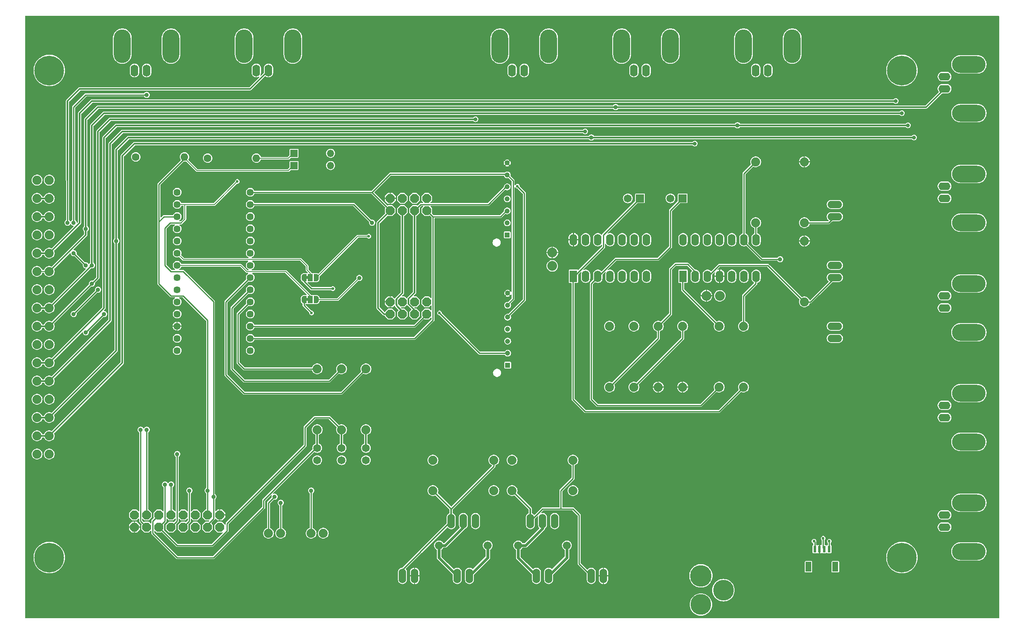
<source format=gbr>
%TF.GenerationSoftware,KiCad,Pcbnew,8.0.5*%
%TF.CreationDate,2024-10-01T14:45:49-04:00*%
%TF.ProjectId,HarveyBehaviorPCB_v2,48617276-6579-4426-9568-6176696f7250,rev?*%
%TF.SameCoordinates,Original*%
%TF.FileFunction,Copper,L1,Top*%
%TF.FilePolarity,Positive*%
%FSLAX46Y46*%
G04 Gerber Fmt 4.6, Leading zero omitted, Abs format (unit mm)*
G04 Created by KiCad (PCBNEW 8.0.5) date 2024-10-01 14:45:49*
%MOMM*%
%LPD*%
G01*
G04 APERTURE LIST*
G04 Aperture macros list*
%AMOutline5P*
0 Free polygon, 5 corners , with rotation*
0 The origin of the aperture is its center*
0 number of corners: always 5*
0 $1 to $10 corner X, Y*
0 $11 Rotation angle, in degrees counterclockwise*
0 create outline with 5 corners*
4,1,5,$1,$2,$3,$4,$5,$6,$7,$8,$9,$10,$1,$2,$11*%
%AMOutline6P*
0 Free polygon, 6 corners , with rotation*
0 The origin of the aperture is its center*
0 number of corners: always 6*
0 $1 to $12 corner X, Y*
0 $13 Rotation angle, in degrees counterclockwise*
0 create outline with 6 corners*
4,1,6,$1,$2,$3,$4,$5,$6,$7,$8,$9,$10,$11,$12,$1,$2,$13*%
%AMOutline7P*
0 Free polygon, 7 corners , with rotation*
0 The origin of the aperture is its center*
0 number of corners: always 7*
0 $1 to $14 corner X, Y*
0 $15 Rotation angle, in degrees counterclockwise*
0 create outline with 7 corners*
4,1,7,$1,$2,$3,$4,$5,$6,$7,$8,$9,$10,$11,$12,$13,$14,$1,$2,$15*%
%AMOutline8P*
0 Free polygon, 8 corners , with rotation*
0 The origin of the aperture is its center*
0 number of corners: always 8*
0 $1 to $16 corner X, Y*
0 $17 Rotation angle, in degrees counterclockwise*
0 create outline with 8 corners*
4,1,8,$1,$2,$3,$4,$5,$6,$7,$8,$9,$10,$11,$12,$13,$14,$15,$16,$1,$2,$17*%
%AMFreePoly0*
4,1,19,0.550000,-0.750000,0.000000,-0.750000,0.000000,-0.744911,-0.071157,-0.744911,-0.207708,-0.704816,-0.327430,-0.627875,-0.420627,-0.520320,-0.479746,-0.390866,-0.500000,-0.250000,-0.500000,0.250000,-0.479746,0.390866,-0.420627,0.520320,-0.327430,0.627875,-0.207708,0.704816,-0.071157,0.744911,0.000000,0.744911,0.000000,0.750000,0.550000,0.750000,0.550000,-0.750000,0.550000,-0.750000,
$1*%
%AMFreePoly1*
4,1,19,0.000000,0.744911,0.071157,0.744911,0.207708,0.704816,0.327430,0.627875,0.420627,0.520320,0.479746,0.390866,0.500000,0.250000,0.500000,-0.250000,0.479746,-0.390866,0.420627,-0.520320,0.327430,-0.627875,0.207708,-0.704816,0.071157,-0.744911,0.000000,-0.744911,0.000000,-0.750000,-0.550000,-0.750000,-0.550000,0.750000,0.000000,0.750000,0.000000,0.744911,0.000000,0.744911,
$1*%
G04 Aperture macros list end*
%TA.AperFunction,EtchedComponent*%
%ADD10C,0.000000*%
%TD*%
%TA.AperFunction,SMDPad,CuDef*%
%ADD11FreePoly0,0.000000*%
%TD*%
%TA.AperFunction,SMDPad,CuDef*%
%ADD12R,1.000000X1.500000*%
%TD*%
%TA.AperFunction,SMDPad,CuDef*%
%ADD13FreePoly1,0.000000*%
%TD*%
%TA.AperFunction,ComponentPad*%
%ADD14O,1.524000X3.048000*%
%TD*%
%TA.AperFunction,ComponentPad*%
%ADD15O,2.500000X1.600000*%
%TD*%
%TA.AperFunction,ComponentPad*%
%ADD16O,7.000000X3.500000*%
%TD*%
%TA.AperFunction,ComponentPad*%
%ADD17Outline8P,-0.939800X0.389278X-0.389278X0.939800X0.389278X0.939800X0.939800X0.389278X0.939800X-0.389278X0.389278X-0.939800X-0.389278X-0.939800X-0.939800X-0.389278X0.000000*%
%TD*%
%TA.AperFunction,ComponentPad*%
%ADD18R,1.651000X1.651000*%
%TD*%
%TA.AperFunction,ComponentPad*%
%ADD19C,1.651000*%
%TD*%
%TA.AperFunction,ComponentPad*%
%ADD20C,1.879600*%
%TD*%
%TA.AperFunction,ComponentPad*%
%ADD21C,6.197600*%
%TD*%
%TA.AperFunction,ComponentPad*%
%ADD22C,1.676400*%
%TD*%
%TA.AperFunction,ComponentPad*%
%ADD23O,1.600000X2.500000*%
%TD*%
%TA.AperFunction,ComponentPad*%
%ADD24O,3.500000X7.000000*%
%TD*%
%TA.AperFunction,ComponentPad*%
%ADD25R,1.500000X1.500000*%
%TD*%
%TA.AperFunction,ComponentPad*%
%ADD26O,1.500000X1.500000*%
%TD*%
%TA.AperFunction,ComponentPad*%
%ADD27R,1.600000X2.400000*%
%TD*%
%TA.AperFunction,ComponentPad*%
%ADD28O,1.600000X2.400000*%
%TD*%
%TA.AperFunction,ComponentPad*%
%ADD29O,3.048000X1.524000*%
%TD*%
%TA.AperFunction,ComponentPad*%
%ADD30C,1.600000*%
%TD*%
%TA.AperFunction,ComponentPad*%
%ADD31O,1.600000X1.600000*%
%TD*%
%TA.AperFunction,ComponentPad*%
%ADD32C,2.032000*%
%TD*%
%TA.AperFunction,ComponentPad*%
%ADD33C,1.905000*%
%TD*%
%TA.AperFunction,ComponentPad*%
%ADD34C,1.050000*%
%TD*%
%TA.AperFunction,ComponentPad*%
%ADD35R,1.050000X1.050000*%
%TD*%
%TA.AperFunction,SMDPad,CuDef*%
%ADD36R,1.198880X1.998980*%
%TD*%
%TA.AperFunction,SMDPad,CuDef*%
%ADD37R,0.599440X1.348740*%
%TD*%
%TA.AperFunction,ComponentPad*%
%ADD38C,1.447800*%
%TD*%
%TA.AperFunction,ComponentPad*%
%ADD39C,4.500000*%
%TD*%
%TA.AperFunction,ComponentPad*%
%ADD40C,4.318000*%
%TD*%
%TA.AperFunction,ViaPad*%
%ADD41C,0.600000*%
%TD*%
%TA.AperFunction,ViaPad*%
%ADD42C,0.914400*%
%TD*%
%TA.AperFunction,ViaPad*%
%ADD43C,0.806400*%
%TD*%
%TA.AperFunction,Conductor*%
%ADD44C,0.304800*%
%TD*%
%TA.AperFunction,Conductor*%
%ADD45C,0.254000*%
%TD*%
%TA.AperFunction,Conductor*%
%ADD46C,0.609600*%
%TD*%
%TA.AperFunction,Conductor*%
%ADD47C,0.200000*%
%TD*%
G04 APERTURE END LIST*
D10*
%TA.AperFunction,EtchedComponent*%
%TO.C,JP4*%
G36*
X86780900Y-92273400D02*
G01*
X86280900Y-92273400D01*
X86280900Y-91673400D01*
X86780900Y-91673400D01*
X86780900Y-92273400D01*
G37*
%TD.AperFunction*%
%TA.AperFunction,EtchedComponent*%
%TO.C,JP5*%
G36*
X86780900Y-96845400D02*
G01*
X86280900Y-96845400D01*
X86280900Y-96245400D01*
X86780900Y-96245400D01*
X86780900Y-96845400D01*
G37*
%TD.AperFunction*%
%TD*%
D11*
%TO.P,JP4,1,A*%
%TO.N,/SDA*%
X85880900Y-91973400D03*
D12*
%TO.P,JP4,2,C*%
%TO.N,/SDA-D18*%
X87180900Y-91973400D03*
D13*
%TO.P,JP4,3,B*%
%TO.N,/MOT1*%
X88480900Y-91973400D03*
%TD*%
D14*
%TO.P,Q2,1,G*%
%TO.N,Net-(Q2-G)*%
X133096000Y-142748000D03*
%TO.P,Q2,2,D*%
%TO.N,Net-(Q2-D)*%
X135636000Y-142748000D03*
%TO.P,Q2,3,S*%
%TO.N,GND*%
X138176000Y-142748000D03*
%TD*%
D15*
%TO.P,U$10,1,In*%
%TO.N,/USER_2*%
X219456000Y-144018000D03*
D16*
%TO.P,U$10,2,Ext*%
%TO.N,GND*%
X224536000Y-138938000D03*
D15*
X219456000Y-141478000D03*
D16*
X224536000Y-149098000D03*
%TD*%
D17*
%TO.P,J4,1,1*%
%TO.N,/MISO*%
X103886000Y-77978000D03*
%TO.P,J4,2,2*%
%TO.N,+3.3V*%
X103886000Y-75438000D03*
%TO.P,J4,3,3*%
%TO.N,/SCK*%
X106426000Y-77978000D03*
%TO.P,J4,4,4*%
%TO.N,GND*%
X106426000Y-75438000D03*
%TO.P,J4,5,5*%
%TO.N,/MOSI*%
X108966000Y-77978000D03*
%TO.P,J4,6,6*%
%TO.N,GND*%
X108966000Y-75438000D03*
%TO.P,J4,7,7*%
%TO.N,/CS1*%
X111506000Y-77978000D03*
%TO.P,J4,8,8*%
%TO.N,/MOT1*%
X111506000Y-75438000D03*
%TD*%
D18*
%TO.P,C2,1*%
%TO.N,Net-(IC3A-I)*%
X155956000Y-75438000D03*
D19*
%TO.P,C2,2*%
%TO.N,GND*%
X153416000Y-75438000D03*
%TD*%
D20*
%TO.P,R9,P$1,1*%
%TO.N,+3.3V*%
X190246000Y-84328000D03*
%TO.P,R9,P$2,2*%
%TO.N,/LICK_1_IN*%
X190246000Y-97028000D03*
%TD*%
D17*
%TO.P,J9,1,1*%
%TO.N,+3.3V*%
X50546000Y-144018000D03*
%TO.P,J9,2,2*%
%TO.N,GND*%
X50546000Y-141478000D03*
%TO.P,J9,3,3*%
%TO.N,/VALVE_1_TRIG*%
X53086000Y-144018000D03*
%TO.P,J9,4,4*%
%TO.N,/VALVE_2_TRIG*%
X53086000Y-141478000D03*
%TO.P,J9,5,5*%
%TO.N,/VEL_R*%
X55626000Y-144018000D03*
%TO.P,J9,6,6*%
%TO.N,/VEL_P*%
X55626000Y-141478000D03*
%TO.P,J9,7,7*%
%TO.N,/VEL_Y*%
X58166000Y-144018000D03*
%TO.P,J9,8,8*%
%TO.N,/PHOTODIODE*%
X58166000Y-141478000D03*
%TO.P,J9,9,9*%
%TO.N,/LICK_1*%
X60706000Y-144018000D03*
%TO.P,J9,10,10*%
%TO.N,/LICK_2*%
X60706000Y-141478000D03*
%TO.P,J9,11,11*%
%TO.N,/USER_1*%
X63246000Y-144018000D03*
%TO.P,J9,12,12*%
%TO.N,/USER_2*%
X63246000Y-141478000D03*
%TO.P,J9,13,13*%
%TO.N,/USER_3*%
X65786000Y-144018000D03*
%TO.P,J9,14,14*%
%TO.N,/USER_4*%
X65786000Y-141478000D03*
%TO.P,J9,15,15*%
%TO.N,GND*%
X68326000Y-144018000D03*
%TO.P,J9,16,16*%
%TO.N,+3.3V*%
X68326000Y-141478000D03*
%TD*%
D20*
%TO.P,JP3,1,1*%
%TO.N,/USER_4*%
X87376000Y-145288000D03*
%TO.P,JP3,2,2*%
%TO.N,/VALVE_2_TRIG*%
X89916000Y-145288000D03*
%TD*%
D21*
%TO.P,J11,P$1,1*%
%TO.N,GND*%
X210566000Y-150368000D03*
%TD*%
%TO.P,J2,P$1,1*%
%TO.N,GND*%
X32766000Y-150368000D03*
%TD*%
D22*
%TO.P,D1,A,A*%
%TO.N,Net-(Q2-D)*%
X130556000Y-147828000D03*
%TO.P,D1,C,C*%
%TO.N,V_Sol*%
X140716000Y-147828000D03*
%TD*%
D23*
%TO.P,U$4,1,In*%
%TO.N,/VEL_R*%
X157226000Y-48768000D03*
D24*
%TO.P,U$4,2,Ext*%
%TO.N,GND*%
X152146000Y-43688000D03*
D23*
X154686000Y-48768000D03*
D24*
X162306000Y-43688000D03*
%TD*%
D20*
%TO.P,R13,P$2,2*%
%TO.N,Net-(R13-2)*%
X88646000Y-110998000D03*
%TO.P,R13,P$1,1*%
%TO.N,/VEL_P*%
X88646000Y-123698000D03*
%TD*%
D14*
%TO.P,J18,1,1*%
%TO.N,+3.3V*%
X148336000Y-154178000D03*
%TO.P,J18,2,2*%
%TO.N,Net-(Q2-G)*%
X145796000Y-154178000D03*
%TD*%
%TO.P,Q1,1,G*%
%TO.N,Net-(Q1-G)*%
X116586000Y-142748000D03*
%TO.P,Q1,2,D*%
%TO.N,Net-(Q1-D)*%
X119126000Y-142748000D03*
%TO.P,Q1,3,S*%
%TO.N,GND*%
X121666000Y-142748000D03*
%TD*%
D25*
%TO.P,D3,1,K*%
%TO.N,/USER_4*%
X83815000Y-68580000D03*
D26*
%TO.P,D3,2,A*%
%TO.N,GND*%
X91435000Y-68580000D03*
%TD*%
D27*
%TO.P,IC1,1,OUT*%
%TO.N,Net-(IC1A-OUT)*%
X164934900Y-91693393D03*
D28*
%TO.P,IC1,2,-IN*%
%TO.N,Net-(IC1A--IN)*%
X167474900Y-91693393D03*
%TO.P,IC1,3,+IN*%
%TO.N,/LICK_1_IN*%
X170014900Y-91693393D03*
%TO.P,IC1,4,V+*%
%TO.N,+3.3V*%
X172554900Y-91693393D03*
%TO.P,IC1,5,+IN*%
%TO.N,/LICK_2_IN*%
X175094900Y-91693393D03*
%TO.P,IC1,6,-IN*%
%TO.N,Net-(IC1B--IN)*%
X177634900Y-91693393D03*
%TO.P,IC1,7,OUT*%
%TO.N,Net-(IC1B-OUT)*%
X180174900Y-91693393D03*
%TO.P,IC1,8,OUT*%
%TO.N,/PHOTODIODE*%
X180174900Y-84073393D03*
%TO.P,IC1,9,-IN*%
%TO.N,Net-(IC1C--IN)*%
X177634900Y-84073393D03*
%TO.P,IC1,10,+IN*%
%TO.N,GND*%
X175094900Y-84073393D03*
%TO.P,IC1,11,V-*%
X172554900Y-84073393D03*
%TO.P,IC1,12,+IN*%
X170014900Y-84073393D03*
%TO.P,IC1,13,-IN*%
X167474900Y-84073393D03*
%TO.P,IC1,14,OUT*%
%TO.N,unconnected-(IC1D-OUT-Pad14)*%
X164934900Y-84073393D03*
%TD*%
D20*
%TO.P,R12,P$1,1*%
%TO.N,/VEL_R*%
X93726000Y-123698000D03*
%TO.P,R12,P$2,2*%
%TO.N,Net-(R12-2)*%
X93726000Y-110998000D03*
%TD*%
%TO.P,R11,P$1,1*%
%TO.N,/VEL_Y*%
X98806000Y-123698000D03*
%TO.P,R11,P$2,2*%
%TO.N,Net-(R11-2)*%
X98806000Y-110998000D03*
%TD*%
D14*
%TO.P,J15,1,1*%
%TO.N,V_Sol*%
X120396000Y-154178000D03*
%TO.P,J15,2,2*%
%TO.N,Net-(Q1-D)*%
X117856000Y-154178000D03*
%TD*%
D29*
%TO.P,J8,1,1*%
%TO.N,GND*%
X196596000Y-102108000D03*
%TO.P,J8,2,2*%
%TO.N,Net-(IC1C--IN)*%
X196596000Y-104648000D03*
%TD*%
D25*
%TO.P,D4,1,K*%
%TO.N,/USER_3*%
X83815000Y-66040000D03*
D26*
%TO.P,D4,2,A*%
%TO.N,GND*%
X91435000Y-66040000D03*
%TD*%
D14*
%TO.P,J16,1,1*%
%TO.N,+3.3V*%
X108966000Y-154178000D03*
%TO.P,J16,2,2*%
%TO.N,Net-(Q1-G)*%
X106426000Y-154178000D03*
%TD*%
D20*
%TO.P,R4,P$1,1*%
%TO.N,Net-(IC1A--IN)*%
X149606000Y-114808000D03*
%TO.P,R4,P$2,2*%
%TO.N,GND*%
X149606000Y-102108000D03*
%TD*%
D30*
%TO.P,R17,1*%
%TO.N,/USER_4_IN*%
X50800000Y-66802000D03*
D31*
%TO.P,R17,2*%
%TO.N,/USER_4*%
X60960000Y-66802000D03*
%TD*%
D20*
%TO.P,R14,P$1,1*%
%TO.N,Net-(IC1C--IN)*%
X180086000Y-67818000D03*
%TO.P,R14,P$2,2*%
%TO.N,/PHOTODIODE*%
X180086000Y-80518000D03*
%TD*%
D19*
%TO.P,C5,1,1*%
%TO.N,/VEL_P*%
X88646000Y-127508000D03*
%TO.P,C5,2,2*%
%TO.N,GND*%
X88646000Y-130048000D03*
%TD*%
D20*
%TO.P,R2,P$1,1*%
%TO.N,Net-(C1-+)*%
X172466000Y-114808000D03*
%TO.P,R2,P$2,2*%
%TO.N,Net-(IC1A-OUT)*%
X172466000Y-102108000D03*
%TD*%
D32*
%TO.P,C7,1,1*%
%TO.N,+3.3V*%
X169799000Y-95758000D03*
%TO.P,C7,2,2*%
%TO.N,GND*%
X172593000Y-95758000D03*
%TD*%
D17*
%TO.P,J5,1,1*%
%TO.N,/MISO*%
X103886000Y-99568000D03*
%TO.P,J5,2,2*%
%TO.N,+3.3V*%
X103886000Y-97028000D03*
%TO.P,J5,3,3*%
%TO.N,/SCK*%
X106426000Y-99568000D03*
%TO.P,J5,4,4*%
%TO.N,GND*%
X106426000Y-97028000D03*
%TO.P,J5,5,5*%
%TO.N,/MOSI*%
X108966000Y-99568000D03*
%TO.P,J5,6,6*%
%TO.N,GND*%
X108966000Y-97028000D03*
%TO.P,J5,7,7*%
%TO.N,/CS2*%
X111506000Y-99568000D03*
%TO.P,J5,8,8*%
%TO.N,/MOT2*%
X111506000Y-97028000D03*
%TD*%
D19*
%TO.P,C4,1,1*%
%TO.N,/VEL_R*%
X93726000Y-127508000D03*
%TO.P,C4,2,2*%
%TO.N,GND*%
X93726000Y-130048000D03*
%TD*%
D23*
%TO.P,U$2,1,In*%
%TO.N,/VALVE_2_TRIG*%
X78486000Y-48768000D03*
D24*
%TO.P,U$2,2,Ext*%
%TO.N,GND*%
X73406000Y-43688000D03*
D23*
X75946000Y-48768000D03*
D24*
X83566000Y-43688000D03*
%TD*%
D11*
%TO.P,JP5,1,A*%
%TO.N,/SCL*%
X85880900Y-96545400D03*
D12*
%TO.P,JP5,2,C*%
%TO.N,/SCL-D19*%
X87180900Y-96545400D03*
D13*
%TO.P,JP5,3,B*%
%TO.N,/MOT2*%
X88480900Y-96545400D03*
%TD*%
D20*
%TO.P,R1,P$1,1*%
%TO.N,/VALVE_2_TRIG*%
X141986000Y-136398000D03*
%TO.P,R1,P$2,2*%
%TO.N,Net-(Q2-G)*%
X129286000Y-136398000D03*
%TD*%
%TO.P,R16,P$1,1*%
%TO.N,GND*%
X129286000Y-130048000D03*
%TO.P,R16,P$2,2*%
%TO.N,Net-(Q2-G)*%
X141986000Y-130048000D03*
%TD*%
%TO.P,R15,P$1,1*%
%TO.N,GND*%
X112776000Y-130048000D03*
%TO.P,R15,P$2,2*%
%TO.N,Net-(Q1-G)*%
X125476000Y-130048000D03*
%TD*%
%TO.P,R5,P$1,1*%
%TO.N,+3.3V*%
X164846000Y-114808000D03*
%TO.P,R5,P$2,2*%
%TO.N,Net-(IC1B--IN)*%
X164846000Y-102108000D03*
%TD*%
%TO.P,R6,P$1,1*%
%TO.N,Net-(IC1B--IN)*%
X154686000Y-114808000D03*
%TO.P,R6,P$2,2*%
%TO.N,GND*%
X154686000Y-102108000D03*
%TD*%
D14*
%TO.P,J17,1,1*%
%TO.N,V_Sol*%
X136906000Y-154178000D03*
%TO.P,J17,2,2*%
%TO.N,Net-(Q2-D)*%
X134366000Y-154178000D03*
%TD*%
D23*
%TO.P,U$1,1,In*%
%TO.N,/VALVE_1_TRIG*%
X53086000Y-48768000D03*
D24*
%TO.P,U$1,2,Ext*%
%TO.N,GND*%
X48006000Y-43688000D03*
D23*
X50546000Y-48768000D03*
D24*
X58166000Y-43688000D03*
%TD*%
D33*
%TO.P,JP1,1,1*%
%TO.N,GND*%
X32766000Y-71628000D03*
D20*
%TO.P,JP1,2,2*%
%TO.N,/USER_4_IN*%
X32766000Y-75438000D03*
%TO.P,JP1,3,3*%
%TO.N,/USER_3_IN*%
X32766000Y-79248000D03*
%TO.P,JP1,4,4*%
%TO.N,GND*%
X32766000Y-83058000D03*
%TO.P,JP1,5,5*%
%TO.N,/USER_2*%
X32766000Y-86868000D03*
%TO.P,JP1,6,6*%
%TO.N,/LICK_1*%
X32766000Y-90678000D03*
%TO.P,JP1,7,7*%
%TO.N,GND*%
X32766000Y-94488000D03*
%TO.P,JP1,8,8*%
%TO.N,/USER_1*%
X32766000Y-98298000D03*
%TO.P,JP1,9,9*%
%TO.N,/VEL_Y*%
X32766000Y-102108000D03*
%TO.P,JP1,10,10*%
%TO.N,GND*%
X32766000Y-105918000D03*
%TO.P,JP1,11,11*%
%TO.N,/PHOTODIODE*%
X32766000Y-109728000D03*
%TO.P,JP1,12,12*%
%TO.N,/VEL_R*%
X32766000Y-113538000D03*
%TO.P,JP1,13,13*%
%TO.N,GND*%
X32766000Y-117348000D03*
%TO.P,JP1,14,14*%
%TO.N,/LICK_2*%
X32766000Y-121158000D03*
%TO.P,JP1,15,15*%
%TO.N,/VEL_P*%
X32766000Y-124968000D03*
%TO.P,JP1,16,16*%
%TO.N,GND*%
X32766000Y-128778000D03*
D33*
%TO.P,JP1,17,1*%
X30226000Y-71628000D03*
D20*
%TO.P,JP1,18,2*%
%TO.N,/USER_4_IN*%
X30226000Y-75438000D03*
%TO.P,JP1,19,3*%
%TO.N,/USER_3_IN*%
X30226000Y-79248000D03*
%TO.P,JP1,20,4*%
%TO.N,GND*%
X30226000Y-83058000D03*
%TO.P,JP1,21,5*%
%TO.N,/USER_2*%
X30226000Y-86868000D03*
%TO.P,JP1,22,6*%
%TO.N,/LICK_1*%
X30226000Y-90678000D03*
%TO.P,JP1,23,7*%
%TO.N,GND*%
X30226000Y-94488000D03*
%TO.P,JP1,24,8*%
%TO.N,/USER_1*%
X30226000Y-98298000D03*
%TO.P,JP1,25,9*%
%TO.N,/VEL_Y*%
X30226000Y-102108000D03*
%TO.P,JP1,26,10*%
%TO.N,GND*%
X30226000Y-105918000D03*
%TO.P,JP1,27,11*%
%TO.N,/PHOTODIODE*%
X30226000Y-109728000D03*
%TO.P,JP1,28,12*%
%TO.N,/VEL_R*%
X30226000Y-113538000D03*
%TO.P,JP1,29,13*%
%TO.N,GND*%
X30226000Y-117348000D03*
%TO.P,JP1,30,14*%
%TO.N,/LICK_2*%
X30226000Y-121158000D03*
%TO.P,JP1,31,15*%
%TO.N,/VEL_P*%
X30226000Y-124968000D03*
%TO.P,JP1,32,16*%
%TO.N,GND*%
X30226000Y-128778000D03*
%TD*%
D15*
%TO.P,U$7,1,In*%
%TO.N,/LICK_2*%
X219456000Y-75438000D03*
D16*
%TO.P,U$7,2,Ext*%
%TO.N,GND*%
X224536000Y-70358000D03*
D15*
X219456000Y-72898000D03*
D16*
X224536000Y-80518000D03*
%TD*%
D34*
%TO.P,J13,7,Pin_7*%
%TO.N,+3.3V*%
X128358900Y-95236000D03*
%TO.P,J13,6,Pin_6*%
%TO.N,/MISO*%
X128358900Y-97736000D03*
%TO.P,J13,5,Pin_5*%
%TO.N,/MOSI*%
X128358900Y-100236000D03*
%TO.P,J13,4,Pin_4*%
%TO.N,/SCK*%
X128358900Y-102736000D03*
%TO.P,J13,3,Pin_3*%
%TO.N,/CS2*%
X128358900Y-105236000D03*
%TO.P,J13,2,Pin_2*%
%TO.N,/MOT2*%
X128358900Y-107736000D03*
D35*
%TO.P,J13,1,Pin_1*%
%TO.N,GND*%
X128358900Y-110236000D03*
%TD*%
D19*
%TO.P,C3,1,1*%
%TO.N,/VEL_Y*%
X98806000Y-127508000D03*
%TO.P,C3,2,2*%
%TO.N,GND*%
X98806000Y-130048000D03*
%TD*%
D23*
%TO.P,U$3,1,In*%
%TO.N,/VEL_P*%
X182626000Y-48768000D03*
D24*
%TO.P,U$3,2,Ext*%
%TO.N,GND*%
X177546000Y-43688000D03*
D23*
X180086000Y-48768000D03*
D24*
X187706000Y-43688000D03*
%TD*%
D34*
%TO.P,J12,7,Pin_7*%
%TO.N,+3.3V*%
X128270000Y-68058000D03*
%TO.P,J12,6,Pin_6*%
%TO.N,/MISO*%
X128270000Y-70558000D03*
%TO.P,J12,5,Pin_5*%
%TO.N,/MOSI*%
X128270000Y-73058000D03*
%TO.P,J12,4,Pin_4*%
%TO.N,/SCK*%
X128270000Y-75558000D03*
%TO.P,J12,3,Pin_3*%
%TO.N,/CS1*%
X128270000Y-78058000D03*
%TO.P,J12,2,Pin_2*%
%TO.N,/MOT1*%
X128270000Y-80558000D03*
D35*
%TO.P,J12,1,Pin_1*%
%TO.N,GND*%
X128270000Y-83058000D03*
%TD*%
D29*
%TO.P,J7,1,1*%
%TO.N,GND*%
X196596000Y-76708000D03*
%TO.P,J7,2,2*%
%TO.N,/LICK_2_IN*%
X196596000Y-79248000D03*
%TD*%
D20*
%TO.P,R8,P$1,1*%
%TO.N,Net-(IC3A-I)*%
X177546000Y-114808000D03*
%TO.P,R8,P$2,2*%
%TO.N,Net-(IC1B-OUT)*%
X177546000Y-102108000D03*
%TD*%
D29*
%TO.P,J6,1,1*%
%TO.N,GND*%
X196596000Y-89408000D03*
%TO.P,J6,2,2*%
%TO.N,/LICK_1_IN*%
X196596000Y-91948000D03*
%TD*%
D21*
%TO.P,J10,P$1,1*%
%TO.N,GND*%
X210566000Y-48768000D03*
%TD*%
D18*
%TO.P,C1,1,+*%
%TO.N,Net-(C1-+)*%
X164846000Y-75438000D03*
D19*
%TO.P,C1,2,-*%
%TO.N,GND*%
X162306000Y-75438000D03*
%TD*%
D21*
%TO.P,J3,P$1,1*%
%TO.N,GND*%
X32766000Y-48768000D03*
%TD*%
D15*
%TO.P,U$8,1,In*%
%TO.N,/PHOTODIODE*%
X219456000Y-98298000D03*
D16*
%TO.P,U$8,2,Ext*%
%TO.N,GND*%
X224536000Y-93218000D03*
D15*
X219456000Y-95758000D03*
D16*
X224536000Y-103378000D03*
%TD*%
D27*
%TO.P,IC3,1,I*%
%TO.N,Net-(IC3A-I)*%
X142074900Y-91693393D03*
D28*
%TO.P,IC3,2,O*%
%TO.N,/LICK_2*%
X144614900Y-91693393D03*
%TO.P,IC3,3,I*%
%TO.N,Net-(C1-+)*%
X147154900Y-91693393D03*
%TO.P,IC3,4,O*%
%TO.N,/LICK_1*%
X149694900Y-91693393D03*
%TO.P,IC3,5,I*%
%TO.N,GND*%
X152234900Y-91693393D03*
%TO.P,IC3,6,O*%
%TO.N,unconnected-(IC3C-O-Pad6)*%
X154774900Y-91693393D03*
%TO.P,IC3,7,VSS*%
%TO.N,GND*%
X157314900Y-91693393D03*
%TO.P,IC3,8,O*%
%TO.N,unconnected-(IC3D-O-Pad8)*%
X157314900Y-84073393D03*
%TO.P,IC3,9,I*%
%TO.N,GND*%
X154774900Y-84073393D03*
%TO.P,IC3,10,O*%
%TO.N,unconnected-(IC3E-O-Pad10)*%
X152234900Y-84073393D03*
%TO.P,IC3,11,I*%
%TO.N,GND*%
X149694900Y-84073393D03*
%TO.P,IC3,12,O*%
%TO.N,unconnected-(IC3F-O-Pad12)*%
X147154900Y-84073393D03*
%TO.P,IC3,13,I*%
%TO.N,GND*%
X144614900Y-84073393D03*
%TO.P,IC3,14,VDD*%
%TO.N,+3.3V*%
X142074900Y-84073393D03*
%TD*%
D20*
%TO.P,R3,P$1,1*%
%TO.N,+3.3V*%
X159766000Y-114808000D03*
%TO.P,R3,P$2,2*%
%TO.N,Net-(IC1A--IN)*%
X159766000Y-102108000D03*
%TD*%
%TO.P,JP2,1,1*%
%TO.N,/USER_3*%
X78486000Y-145288000D03*
%TO.P,JP2,2,2*%
%TO.N,/VALVE_1_TRIG*%
X81026000Y-145288000D03*
%TD*%
D22*
%TO.P,D2,A,A*%
%TO.N,Net-(Q1-D)*%
X114046000Y-147828000D03*
%TO.P,D2,C,C*%
%TO.N,V_Sol*%
X124206000Y-147828000D03*
%TD*%
D20*
%TO.P,R10,P$1,1*%
%TO.N,+3.3V*%
X190246000Y-67818000D03*
%TO.P,R10,P$2,2*%
%TO.N,/LICK_2_IN*%
X190246000Y-80518000D03*
%TD*%
D32*
%TO.P,C6,1,1*%
%TO.N,+3.3V*%
X137668000Y-86741000D03*
%TO.P,C6,2,2*%
%TO.N,GND*%
X137668000Y-89535000D03*
%TD*%
D15*
%TO.P,U$9,1,In*%
%TO.N,/USER_1*%
X219456000Y-121158000D03*
D16*
%TO.P,U$9,2,Ext*%
%TO.N,GND*%
X224536000Y-116078000D03*
D15*
X219456000Y-118618000D03*
D16*
X224536000Y-126238000D03*
%TD*%
D20*
%TO.P,R7,P$1,1*%
%TO.N,/VALVE_1_TRIG*%
X125476000Y-136398000D03*
%TO.P,R7,P$2,2*%
%TO.N,Net-(Q1-G)*%
X112776000Y-136398000D03*
%TD*%
D23*
%TO.P,U$5,1,In*%
%TO.N,/VEL_Y*%
X131826000Y-48768000D03*
D24*
%TO.P,U$5,2,Ext*%
%TO.N,GND*%
X126746000Y-43688000D03*
D23*
X129286000Y-48768000D03*
D24*
X136906000Y-43688000D03*
%TD*%
D30*
%TO.P,R18,1*%
%TO.N,/USER_3_IN*%
X65786000Y-67056000D03*
D31*
%TO.P,R18,2*%
%TO.N,/USER_3*%
X75946000Y-67056000D03*
%TD*%
D15*
%TO.P,U$6,1,In*%
%TO.N,/LICK_1*%
X219456000Y-52578000D03*
D16*
%TO.P,U$6,2,Ext*%
%TO.N,GND*%
X224536000Y-47498000D03*
D15*
X219456000Y-50038000D03*
D16*
X224536000Y-57658000D03*
%TD*%
D36*
%TO.P,J14,NC2*%
%TO.N,N/C*%
X191091820Y-152293955D03*
%TO.P,J14,NC1*%
X196689980Y-152293955D03*
D37*
%TO.P,J14,4,SCL*%
%TO.N,/SCL*%
X195389500Y-148621115D03*
%TO.P,J14,3,SDA*%
%TO.N,/SDA*%
X194388740Y-148621115D03*
%TO.P,J14,2,VCC*%
%TO.N,+3.3V*%
X193393060Y-148621115D03*
%TO.P,J14,1,GND*%
%TO.N,GND*%
X192392300Y-148621115D03*
%TD*%
D38*
%TO.P,TEENSY0,0,0/RX1/T*%
%TO.N,/CS1*%
X74676000Y-104648000D03*
%TO.P,TEENSY0,1,1/TX1/T*%
%TO.N,/CS2*%
X74676000Y-102108000D03*
%TO.P,TEENSY0,2,2*%
%TO.N,unconnected-(TEENSY0-Pad2)*%
X74676000Y-99568000D03*
%TO.P,TEENSY0,3,3/CAN-TX/PWM*%
%TO.N,Net-(R13-2)*%
X74676000Y-97028000D03*
%TO.P,TEENSY0,3.3V,3.3V*%
%TO.N,+3.3V*%
X59436000Y-102108000D03*
%TO.P,TEENSY0,4,4/CAN-RX/PWM*%
%TO.N,Net-(R12-2)*%
X74676000Y-94488000D03*
%TO.P,TEENSY0,5,5/PWM*%
%TO.N,Net-(R11-2)*%
X74676000Y-91948000D03*
%TO.P,TEENSY0,6,6/PWM*%
%TO.N,unconnected-(TEENSY0-6{slash}PWM-Pad6)*%
X74676000Y-89408000D03*
%TO.P,TEENSY0,7,7/RX3*%
%TO.N,unconnected-(TEENSY0-7{slash}RX3-Pad7)*%
X74676000Y-86868000D03*
%TO.P,TEENSY0,8,8/TX3*%
%TO.N,unconnected-(TEENSY0-8{slash}TX3-Pad8)*%
X74676000Y-84328000D03*
%TO.P,TEENSY0,9,9/RX2/PWM*%
%TO.N,unconnected-(TEENSY0-9{slash}RX2{slash}PWM-Pad9)*%
X74676000Y-81788000D03*
%TO.P,TEENSY0,10,10/TX2/PWM*%
%TO.N,unconnected-(TEENSY0-10{slash}TX2{slash}PWM-Pad10)*%
X74676000Y-79248000D03*
%TO.P,TEENSY0,11,11/MOSI*%
%TO.N,/MOSI*%
X74676000Y-76708000D03*
%TO.P,TEENSY0,12,12/MISO*%
%TO.N,/MISO*%
X74676000Y-74168000D03*
%TO.P,TEENSY0,13,13/SCK/LED*%
%TO.N,/SCK*%
X59436000Y-74168000D03*
%TO.P,TEENSY0,14/A0,14/A1*%
%TO.N,/USER_3*%
X59436000Y-76708000D03*
%TO.P,TEENSY0,15/A1,15/A1/T*%
%TO.N,/USER_4*%
X59436000Y-79248000D03*
%TO.P,TEENSY0,16/A2,16/A2/T*%
%TO.N,/LICK_1*%
X59436000Y-81788000D03*
%TO.P,TEENSY0,17/A3,17/A3/T*%
%TO.N,/LICK_2*%
X59436000Y-84328000D03*
%TO.P,TEENSY0,18/A4,18/A4/T/SDA0*%
%TO.N,/SDA-D18*%
X59436000Y-86868000D03*
%TO.P,TEENSY0,19/A5,19/A5/T/SCL0*%
%TO.N,/SCL-D19*%
X59436000Y-89408000D03*
%TO.P,TEENSY0,20/A6,20/A6/PWM*%
%TO.N,/USER_1*%
X59436000Y-91948000D03*
%TO.P,TEENSY0,21/A7,21/A7/PWM*%
%TO.N,/USER_2*%
X59436000Y-94488000D03*
%TO.P,TEENSY0,22/A8,22/A8/T/PWM*%
%TO.N,/VALVE_1_TRIG*%
X59436000Y-97028000D03*
%TO.P,TEENSY0,23/A9,23/A9/T/PWM*%
%TO.N,/VALVE_2_TRIG*%
X59436000Y-99568000D03*
%TO.P,TEENSY0,AGND,AGND*%
%TO.N,GND*%
X59436000Y-104648000D03*
%TO.P,TEENSY0,GND,GND*%
X74676000Y-107188000D03*
%TO.P,TEENSY0,VIN,VIN*%
%TO.N,unconnected-(TEENSY0-PadVIN)*%
X59436000Y-107188000D03*
%TD*%
D39*
%TO.P,J1,1*%
%TO.N,V_Sol*%
X168656000Y-154178000D03*
D40*
%TO.P,J1,2*%
%TO.N,GND*%
X168656000Y-160177480D03*
%TO.P,J1,3*%
%TO.N,N/C*%
X173355000Y-157177740D03*
%TD*%
D41*
%TO.N,GND*%
X192239900Y-146964400D03*
D42*
%TO.N,/VEL_Y*%
X59436000Y-128778000D03*
X41656000Y-93218000D03*
D43*
X121666000Y-58928000D03*
%TO.N,/VEL_R*%
X144526000Y-61468000D03*
D42*
X56896000Y-135128000D03*
D43*
%TO.N,/VEL_P*%
X167386000Y-64008000D03*
D42*
%TO.N,/USER_4*%
X87376000Y-136398000D03*
X65786000Y-136398000D03*
%TO.N,/MOSI*%
X100076000Y-80518000D03*
D41*
X130390900Y-72898000D03*
%TO.N,/MOT1*%
X99402900Y-83337400D03*
%TO.N,/MOT2*%
X114134900Y-99339400D03*
D42*
X97440750Y-92043250D03*
%TO.N,Net-(IC1C--IN)*%
X185166000Y-88138000D03*
%TO.N,/LICK_1*%
X150876000Y-56388000D03*
X61976000Y-136398000D03*
X40386000Y-81788000D03*
%TO.N,/VALVE_2_TRIG*%
X40386000Y-103378000D03*
X36576000Y-80518000D03*
X40386000Y-89408000D03*
X53086000Y-123698000D03*
X37846000Y-86868000D03*
X44196000Y-99568000D03*
%TO.N,/PHOTODIODE*%
X176276000Y-60198000D03*
X58166000Y-135128000D03*
D43*
X211836000Y-60198000D03*
D42*
%TO.N,/VALVE_1_TRIG*%
X51816000Y-123698000D03*
X37846000Y-80518000D03*
X81026000Y-138938000D03*
X53086000Y-53848000D03*
%TO.N,/USER_2*%
X37846000Y-99568000D03*
X42926000Y-94488000D03*
D43*
X209296000Y-55118000D03*
D42*
%TO.N,/USER_3*%
X79756000Y-137668000D03*
D41*
X71970900Y-71907400D03*
D42*
X67005200Y-137668000D03*
D43*
%TO.N,/USER_1*%
X210566000Y-57658000D03*
D42*
X41656000Y-89408000D03*
D43*
%TO.N,/LICK_2*%
X213106000Y-62738000D03*
D42*
X46736000Y-84328000D03*
X145796000Y-62738000D03*
D41*
%TO.N,/SDA*%
X194144900Y-146329400D03*
X91909900Y-94259400D03*
%TO.N,/SCL*%
X87464900Y-99339400D03*
X195414900Y-146964400D03*
%TD*%
D44*
%TO.N,/SCK*%
X105181400Y-97543532D02*
X105181400Y-97815400D01*
X105181400Y-97815400D02*
X106426000Y-99060000D01*
X106426000Y-99060000D02*
X106426000Y-99568000D01*
D45*
%TO.N,/USER_3*%
X65786000Y-144018000D02*
X65786000Y-143510000D01*
X67056000Y-137718800D02*
X67005200Y-137668000D01*
X65786000Y-143510000D02*
X67056000Y-142240000D01*
X67056000Y-142240000D02*
X67056000Y-137718800D01*
%TO.N,/MOSI*%
X128104900Y-72923400D02*
X124320300Y-76708000D01*
X124320300Y-76708000D02*
X110236000Y-76708000D01*
X110236000Y-76708000D02*
X108966000Y-77978000D01*
D44*
X107721400Y-97543532D02*
X107696000Y-97518132D01*
X107696000Y-97518132D02*
X107696000Y-96367369D01*
X107696000Y-96367369D02*
X108966000Y-95097369D01*
X108966000Y-95097369D02*
X108966000Y-77978000D01*
%TO.N,/SCK*%
X106426000Y-77978000D02*
X106426000Y-95162947D01*
X106426000Y-95162947D02*
X105181400Y-96407547D01*
X105181400Y-96407547D02*
X105181400Y-96512469D01*
D46*
%TO.N,Net-(Q1-D)*%
X119126000Y-142748000D02*
X119126000Y-144018000D01*
X119126000Y-144018000D02*
X115316000Y-147828000D01*
X115316000Y-147828000D02*
X114046000Y-147828000D01*
%TO.N,Net-(Q2-D)*%
X135636000Y-142748000D02*
X135636000Y-144272000D01*
X135636000Y-144272000D02*
X132080000Y-147828000D01*
X132080000Y-147828000D02*
X130556000Y-147828000D01*
D47*
%TO.N,/SCL-D19*%
X59436000Y-89408000D02*
X72707903Y-89408000D01*
X72707903Y-89408000D02*
X74003303Y-90703400D01*
X74003303Y-90703400D02*
X82067400Y-90703400D01*
X82067400Y-90703400D02*
X87180900Y-95816900D01*
X87180900Y-95816900D02*
X87180900Y-96545400D01*
D45*
%TO.N,/VEL_P*%
X88392000Y-127508000D02*
X77470000Y-138430000D01*
X77470000Y-139954000D02*
X67056000Y-150368000D01*
X77470000Y-138430000D02*
X77470000Y-139954000D01*
X88646000Y-127508000D02*
X88392000Y-127508000D01*
X59436000Y-150368000D02*
X54356000Y-145288000D01*
X54356000Y-145288000D02*
X54356000Y-142748000D01*
X67056000Y-150368000D02*
X59436000Y-150368000D01*
X54356000Y-142748000D02*
X55626000Y-141478000D01*
%TO.N,/VEL_R*%
X55626000Y-144018000D02*
X59436000Y-147828000D01*
X91186000Y-121158000D02*
X93726000Y-123698000D01*
X69850000Y-143256000D02*
X86106000Y-127000000D01*
X66802000Y-147828000D02*
X69850000Y-144780000D01*
X88138000Y-121158000D02*
X91186000Y-121158000D01*
X69850000Y-144780000D02*
X69850000Y-143256000D01*
X59436000Y-147828000D02*
X66802000Y-147828000D01*
X86106000Y-127000000D02*
X86106000Y-123190000D01*
X86106000Y-123190000D02*
X88138000Y-121158000D01*
%TO.N,GND*%
X192392300Y-147116800D02*
X192239900Y-146964400D01*
X192392300Y-148621115D02*
X192392300Y-147116800D01*
%TO.N,Net-(C1-+)*%
X162306000Y-85598000D02*
X162306000Y-77978000D01*
X162306000Y-77978000D02*
X164846000Y-75438000D01*
X145796000Y-117348000D02*
X145796000Y-93218000D01*
X172466000Y-114808000D02*
X168656000Y-118618000D01*
X147066000Y-91948000D02*
X150876000Y-88138000D01*
X150876000Y-88138000D02*
X159766000Y-88138000D01*
X147066000Y-118618000D02*
X145796000Y-117348000D01*
X168656000Y-118618000D02*
X147066000Y-118618000D01*
X159766000Y-88138000D02*
X162306000Y-85598000D01*
X145796000Y-93218000D02*
X147066000Y-91948000D01*
D44*
%TO.N,/VEL_Y*%
X98806000Y-123698000D02*
X98806000Y-127508000D01*
D45*
X58166000Y-144018000D02*
X59436000Y-142748000D01*
X41656000Y-93218000D02*
X42926000Y-91948000D01*
D44*
X30226000Y-102108000D02*
X32766000Y-102108000D01*
D45*
X32766000Y-102108000D02*
X41656000Y-93218000D01*
X59436000Y-142748000D02*
X59436000Y-128778000D01*
D44*
X42926000Y-91948000D02*
X42926000Y-61468000D01*
X42926000Y-61468000D02*
X45466000Y-58928000D01*
X45466000Y-58928000D02*
X121666000Y-58928000D01*
%TO.N,/VEL_R*%
X45466000Y-100838000D02*
X45466000Y-64008000D01*
X32766000Y-113538000D02*
X45466000Y-100838000D01*
X30226000Y-113538000D02*
X32766000Y-113538000D01*
D45*
X56896000Y-142748000D02*
X55626000Y-144018000D01*
D44*
X45466000Y-64008000D02*
X48006000Y-61468000D01*
D45*
X56896000Y-135128000D02*
X56896000Y-142748000D01*
D44*
X93726000Y-123698000D02*
X93726000Y-127508000D01*
X48006000Y-61468000D02*
X144526000Y-61468000D01*
%TO.N,/VEL_P*%
X48006000Y-66548000D02*
X50546000Y-64008000D01*
X32766000Y-124968000D02*
X48006000Y-109728000D01*
X30226000Y-124968000D02*
X32766000Y-124968000D01*
X88646000Y-123698000D02*
X88646000Y-127508000D01*
X48006000Y-109728000D02*
X48006000Y-66548000D01*
X50546000Y-64008000D02*
X167386000Y-64008000D01*
D46*
%TO.N,Net-(Q2-D)*%
X130556000Y-147828000D02*
X130556000Y-150368000D01*
X130556000Y-150368000D02*
X134366000Y-154178000D01*
%TO.N,V_Sol*%
X140716000Y-147828000D02*
X140716000Y-150368000D01*
X140716000Y-150368000D02*
X136906000Y-154178000D01*
X124206000Y-147828000D02*
X124206000Y-150368000D01*
X124206000Y-150368000D02*
X120396000Y-154178000D01*
%TO.N,Net-(Q1-D)*%
X114046000Y-147828000D02*
X114046000Y-150368000D01*
X114046000Y-150368000D02*
X117856000Y-154178000D01*
D45*
%TO.N,/USER_4*%
X58166000Y-95758000D02*
X55626000Y-93218000D01*
D47*
X61048900Y-67081400D02*
X63588900Y-69621400D01*
D45*
X65786000Y-100838000D02*
X60706000Y-95758000D01*
D47*
X83649900Y-68605400D02*
X82633900Y-69621400D01*
D45*
X55626000Y-72504300D02*
X61048900Y-67081400D01*
X65786000Y-141478000D02*
X65786000Y-136398000D01*
X87376000Y-145288000D02*
X87376000Y-136398000D01*
X60706000Y-95758000D02*
X58166000Y-95758000D01*
X55626000Y-93218000D02*
X55626000Y-80289400D01*
X65786000Y-136398000D02*
X65786000Y-100838000D01*
X59436000Y-79248000D02*
X56667400Y-79248000D01*
X55626000Y-80289400D02*
X55626000Y-72504300D01*
D47*
X82633900Y-69621400D02*
X63588900Y-69621400D01*
D45*
X56667400Y-79248000D02*
X55626000Y-80289400D01*
D44*
%TO.N,/SCK*%
X105156000Y-96512468D02*
X105156000Y-97543531D01*
D45*
%TO.N,/MOSI*%
X107721400Y-97543532D02*
X108966000Y-98788132D01*
X74676000Y-76708000D02*
X96266000Y-76708000D01*
X96266000Y-76708000D02*
X100076000Y-80518000D01*
X130390900Y-72898000D02*
X131826000Y-74333100D01*
X131826000Y-74333100D02*
X131826000Y-96634300D01*
X108966000Y-98788132D02*
X108966000Y-99568000D01*
X131826000Y-96634300D02*
X128358900Y-100101400D01*
D47*
%TO.N,/MOT1*%
X97116900Y-83337400D02*
X99402900Y-83337400D01*
X88480900Y-91973400D02*
X97116900Y-83337400D01*
D45*
%TO.N,/MISO*%
X103860600Y-70383400D02*
X128104900Y-70383400D01*
D44*
X101346000Y-98298000D02*
X102616000Y-99568000D01*
D45*
X129488300Y-96432000D02*
X128358900Y-97561400D01*
D44*
X101346000Y-80518000D02*
X101346000Y-98298000D01*
D45*
X74676000Y-74168000D02*
X100076000Y-74168000D01*
X100076000Y-74168000D02*
X103886000Y-77978000D01*
D44*
X103886000Y-77978000D02*
X101346000Y-80518000D01*
D45*
X129488300Y-71766800D02*
X129488300Y-96432000D01*
X128104900Y-70383400D02*
X129488300Y-71766800D01*
X100076000Y-74168000D02*
X103860600Y-70383400D01*
D44*
X103886000Y-99568000D02*
X102616000Y-99568000D01*
D45*
%TO.N,/CS1*%
X112776000Y-79248000D02*
X111506000Y-77978000D01*
X128104900Y-78003400D02*
X126860300Y-79248000D01*
X74676000Y-104648000D02*
X108966000Y-104648000D01*
X112776000Y-100838000D02*
X112776000Y-79248000D01*
X108966000Y-104648000D02*
X112776000Y-100838000D01*
X126860300Y-79248000D02*
X112776000Y-79248000D01*
%TO.N,/MOT2*%
X122516900Y-107721400D02*
X128358900Y-107721400D01*
X114134900Y-99339400D02*
X122516900Y-107721400D01*
D47*
X97440750Y-92043250D02*
X92938600Y-96545400D01*
X92938600Y-96545400D02*
X88480900Y-96545400D01*
D45*
%TO.N,/CS2*%
X108966000Y-102108000D02*
X111506000Y-99568000D01*
X74676000Y-102108000D02*
X108966000Y-102108000D01*
%TO.N,/LICK_1_IN*%
X172466000Y-89408000D02*
X182626000Y-89408000D01*
X169926000Y-91948000D02*
X172466000Y-89408000D01*
X182626000Y-89408000D02*
X190246000Y-97028000D01*
X190246000Y-97028000D02*
X191516000Y-97028000D01*
X191516000Y-97028000D02*
X196596000Y-91948000D01*
%TO.N,/LICK_2_IN*%
X195326000Y-80518000D02*
X196596000Y-79248000D01*
X190246000Y-80518000D02*
X195326000Y-80518000D01*
%TO.N,Net-(IC1C--IN)*%
X180086000Y-67818000D02*
X177634900Y-70269100D01*
X177546000Y-84328000D02*
X181356000Y-88138000D01*
X177634900Y-70269100D02*
X177634900Y-84073393D01*
X181356000Y-88138000D02*
X185166000Y-88138000D01*
D44*
%TO.N,/LICK_1*%
X40386000Y-58928000D02*
X40386000Y-81788000D01*
D45*
X61976000Y-136398000D02*
X61976000Y-142748000D01*
D44*
X219456000Y-52578000D02*
X215646000Y-56388000D01*
X40386000Y-83058000D02*
X40386000Y-81788000D01*
X40386000Y-58928000D02*
X42926000Y-56388000D01*
D45*
X61976000Y-142748000D02*
X60706000Y-144018000D01*
D44*
X150876000Y-56388000D02*
X215646000Y-56388000D01*
D47*
X30226000Y-90678000D02*
X32766000Y-90678000D01*
D44*
X32766000Y-90678000D02*
X40386000Y-83058000D01*
X42926000Y-56388000D02*
X150876000Y-56388000D01*
%TO.N,/VALVE_2_TRIG*%
X36576000Y-55118000D02*
X36576000Y-71628000D01*
X39116000Y-52578000D02*
X74676000Y-52578000D01*
X36576000Y-55118000D02*
X39116000Y-52578000D01*
D45*
X44196000Y-99568000D02*
X40386000Y-103378000D01*
X53086000Y-123698000D02*
X53086000Y-141478000D01*
X36576000Y-71628000D02*
X36576000Y-80518000D01*
D44*
X74676000Y-52578000D02*
X78486000Y-48768000D01*
D45*
X37846000Y-86868000D02*
X40386000Y-89408000D01*
D44*
%TO.N,/PHOTODIODE*%
X46736000Y-60198000D02*
X176276000Y-60198000D01*
X30226000Y-109728000D02*
X32766000Y-109728000D01*
X44196000Y-62738000D02*
X46736000Y-60198000D01*
X32766000Y-109728000D02*
X44196000Y-98298000D01*
D45*
X58166000Y-135128000D02*
X58166000Y-141478000D01*
D44*
X44196000Y-98298000D02*
X44196000Y-62738000D01*
D45*
X180086000Y-84328000D02*
X180086000Y-80518000D01*
D44*
X176276000Y-60198000D02*
X211836000Y-60198000D01*
D45*
%TO.N,/VALVE_1_TRIG*%
X40386000Y-53848000D02*
X37846000Y-56388000D01*
X81026000Y-145288000D02*
X81026000Y-138938000D01*
X37846000Y-56388000D02*
X37846000Y-80518000D01*
X51816000Y-123698000D02*
X51816000Y-142748000D01*
X53086000Y-53848000D02*
X40386000Y-53848000D01*
X51816000Y-142748000D02*
X53086000Y-144018000D01*
D44*
%TO.N,/USER_2*%
X30226000Y-86868000D02*
X32766000Y-86868000D01*
X32766000Y-86868000D02*
X39116000Y-80518000D01*
X39116000Y-57658000D02*
X41656000Y-55118000D01*
X41656000Y-55118000D02*
X209296000Y-55118000D01*
D45*
X42926000Y-94488000D02*
X37846000Y-99568000D01*
D44*
X39116000Y-80518000D02*
X39116000Y-57658000D01*
D47*
%TO.N,/USER_3*%
X59436000Y-76708000D02*
X61048900Y-76708000D01*
X82638900Y-67081400D02*
X83654900Y-66065400D01*
D45*
X67005200Y-137668000D02*
X67005200Y-96977200D01*
D47*
X61048900Y-76708000D02*
X61048900Y-79781400D01*
X61048900Y-76708000D02*
X67170300Y-76708000D01*
X61048900Y-79781400D02*
X60286900Y-80543400D01*
D45*
X78486000Y-138938000D02*
X79756000Y-137668000D01*
X56896000Y-89408000D02*
X56896000Y-81648300D01*
X67005200Y-96977200D02*
X60706000Y-90678000D01*
D47*
X67170300Y-76708000D02*
X71970900Y-71907400D01*
D45*
X58166000Y-90678000D02*
X56896000Y-89408000D01*
X58000900Y-80543400D02*
X60286900Y-80543400D01*
X56896000Y-81648300D02*
X58000900Y-80543400D01*
X78486000Y-145288000D02*
X78486000Y-138938000D01*
X60706000Y-90678000D02*
X58166000Y-90678000D01*
D47*
X76034900Y-67081400D02*
X82638900Y-67081400D01*
D44*
%TO.N,/USER_1*%
X41656000Y-60198000D02*
X44196000Y-57658000D01*
X41656000Y-89408000D02*
X41656000Y-60198000D01*
X44196000Y-57658000D02*
X210566000Y-57658000D01*
X32766000Y-98298000D02*
X41656000Y-89408000D01*
X30226000Y-98298000D02*
X32766000Y-98298000D01*
%TO.N,/LICK_2*%
X49276000Y-62738000D02*
X145796000Y-62738000D01*
X32766000Y-121158000D02*
X46736000Y-107188000D01*
X46736000Y-84328000D02*
X46736000Y-65278000D01*
X46736000Y-65278000D02*
X49276000Y-62738000D01*
X30226000Y-121158000D02*
X32766000Y-121158000D01*
X46736000Y-107188000D02*
X46736000Y-84328000D01*
X145796000Y-62738000D02*
X213106000Y-62738000D01*
D45*
%TO.N,/SDA*%
X87411900Y-94259400D02*
X91909900Y-94259400D01*
X85880900Y-92728400D02*
X87411900Y-94259400D01*
X194144900Y-146329400D02*
X194144900Y-148377275D01*
X85880900Y-91973400D02*
X85880900Y-92728400D01*
X194144900Y-148377275D02*
X194388740Y-148621115D01*
%TO.N,/SCL*%
X195414900Y-148595715D02*
X195389500Y-148621115D01*
X85880900Y-96545400D02*
X85880900Y-97755400D01*
X85880900Y-97755400D02*
X87464900Y-99339400D01*
X195414900Y-146964400D02*
X195414900Y-148595715D01*
D44*
%TO.N,Net-(Q1-G)*%
X112776000Y-136398000D02*
X116586000Y-140208000D01*
D45*
X106426000Y-154178000D02*
X106426000Y-152908000D01*
D44*
X116586000Y-140208000D02*
X116586000Y-142748000D01*
D45*
X125476000Y-131318000D02*
X116586000Y-140208000D01*
D44*
X110236000Y-149098000D02*
X116586000Y-142748000D01*
D45*
X106426000Y-152908000D02*
X110236000Y-149098000D01*
X125476000Y-130048000D02*
X125476000Y-131318000D01*
%TO.N,Net-(Q2-G)*%
X145796000Y-154178000D02*
X143256000Y-151638000D01*
X141986000Y-130048000D02*
X141986000Y-133858000D01*
D44*
X133096000Y-140208000D02*
X133096000Y-142748000D01*
D45*
X139446000Y-136398000D02*
X139446000Y-140208000D01*
X139446000Y-140208000D02*
X135636000Y-140208000D01*
X143256000Y-141478000D02*
X141986000Y-140208000D01*
X141986000Y-133858000D02*
X139446000Y-136398000D01*
X143256000Y-151638000D02*
X143256000Y-141478000D01*
X135636000Y-140208000D02*
X133096000Y-142748000D01*
D44*
X129286000Y-136398000D02*
X133096000Y-140208000D01*
D45*
X141986000Y-140208000D02*
X139446000Y-140208000D01*
D44*
%TO.N,/USER_4_IN*%
X30226000Y-75438000D02*
X32766000Y-75438000D01*
%TO.N,/USER_3_IN*%
X30226000Y-79248000D02*
X32766000Y-79248000D01*
D47*
%TO.N,/SDA-D18*%
X59436000Y-86868000D02*
X60731400Y-88163400D01*
X60731400Y-88163400D02*
X85178900Y-88163400D01*
X86541800Y-90384300D02*
X87180900Y-91023400D01*
X85178900Y-88163400D02*
X86541800Y-89526300D01*
X87180900Y-91023400D02*
X87180900Y-91973400D01*
X86541800Y-89526300D02*
X86541800Y-90384300D01*
D45*
%TO.N,Net-(IC1A-OUT)*%
X172466000Y-102108000D02*
X164846000Y-94488000D01*
X164846000Y-94488000D02*
X164846000Y-91948000D01*
%TO.N,Net-(IC1A--IN)*%
X163347400Y-89179400D02*
X165887400Y-89179400D01*
X159766000Y-102108000D02*
X162306000Y-99568000D01*
X149606000Y-114808000D02*
X159766000Y-104648000D01*
X159766000Y-104648000D02*
X159766000Y-102108000D01*
X165887400Y-89179400D02*
X167386000Y-90678000D01*
X162306000Y-99568000D02*
X162306000Y-90220800D01*
X162306000Y-90220800D02*
X163347400Y-89179400D01*
X167386000Y-90678000D02*
X167386000Y-91948000D01*
%TO.N,Net-(IC1B--IN)*%
X164846000Y-104648000D02*
X164846000Y-102108000D01*
X154686000Y-114808000D02*
X164846000Y-104648000D01*
%TO.N,Net-(IC1B-OUT)*%
X180086000Y-93218000D02*
X180086000Y-91948000D01*
X177546000Y-102108000D02*
X177546000Y-95758000D01*
X177546000Y-95758000D02*
X180086000Y-93218000D01*
%TO.N,Net-(R11-2)*%
X74676000Y-91948000D02*
X69596000Y-97028000D01*
X73406000Y-116078000D02*
X93726000Y-116078000D01*
X93726000Y-116078000D02*
X98806000Y-110998000D01*
X69596000Y-112268000D02*
X73406000Y-116078000D01*
X69596000Y-97028000D02*
X69596000Y-112268000D01*
%TO.N,Net-(R12-2)*%
X91186000Y-113538000D02*
X93726000Y-110998000D01*
X73406000Y-113538000D02*
X91186000Y-113538000D01*
X74676000Y-94488000D02*
X70866000Y-98298000D01*
X70866000Y-98298000D02*
X70866000Y-110998000D01*
X70866000Y-110998000D02*
X73406000Y-113538000D01*
%TO.N,Net-(R13-2)*%
X72136000Y-109728000D02*
X73406000Y-110998000D01*
X72136000Y-99568000D02*
X72136000Y-109728000D01*
X74676000Y-97028000D02*
X72136000Y-99568000D01*
X73406000Y-110998000D02*
X88646000Y-110998000D01*
%TO.N,Net-(IC3A-I)*%
X141986000Y-91948000D02*
X141986000Y-117348000D01*
X144526000Y-119888000D02*
X172466000Y-119888000D01*
X141986000Y-91948000D02*
X148336000Y-85598000D01*
X141986000Y-117348000D02*
X144526000Y-119888000D01*
X172466000Y-119888000D02*
X177546000Y-114808000D01*
X148336000Y-83058000D02*
X155956000Y-75438000D01*
X148336000Y-85598000D02*
X148336000Y-83058000D01*
%TD*%
%TA.AperFunction,Conductor*%
%TO.N,+3.3V*%
G36*
X230819031Y-37382713D02*
G01*
X230855576Y-37433013D01*
X230860500Y-37464100D01*
X230860500Y-162941900D01*
X230841287Y-163001031D01*
X230790987Y-163037576D01*
X230759900Y-163042500D01*
X27812100Y-163042500D01*
X27752969Y-163023287D01*
X27716424Y-162972987D01*
X27711500Y-162941900D01*
X27711500Y-160177480D01*
X166313685Y-160177480D01*
X166333724Y-160483213D01*
X166333724Y-160483217D01*
X166333725Y-160483219D01*
X166333725Y-160483223D01*
X166393495Y-160783711D01*
X166393497Y-160783717D01*
X166491981Y-161073840D01*
X166491986Y-161073853D01*
X166627489Y-161348626D01*
X166627494Y-161348634D01*
X166627496Y-161348638D01*
X166740976Y-161518473D01*
X166797718Y-161603393D01*
X166999729Y-161833743D01*
X166999736Y-161833750D01*
X167230086Y-162035761D01*
X167230089Y-162035763D01*
X167484842Y-162205984D01*
X167484848Y-162205987D01*
X167484853Y-162205990D01*
X167759626Y-162341493D01*
X167759630Y-162341494D01*
X167759635Y-162341497D01*
X168049764Y-162439983D01*
X168049766Y-162439983D01*
X168049768Y-162439984D01*
X168198035Y-162469475D01*
X168350267Y-162499756D01*
X168656000Y-162519795D01*
X168961733Y-162499756D01*
X169262236Y-162439983D01*
X169552365Y-162341497D01*
X169827158Y-162205984D01*
X170081911Y-162035763D01*
X170312267Y-161833747D01*
X170514283Y-161603391D01*
X170684504Y-161348638D01*
X170820017Y-161073845D01*
X170918503Y-160783716D01*
X170978276Y-160483213D01*
X170998315Y-160177480D01*
X170978276Y-159871747D01*
X170918503Y-159571244D01*
X170820017Y-159281115D01*
X170783098Y-159206250D01*
X170684510Y-159006334D01*
X170684505Y-159006325D01*
X170569363Y-158834003D01*
X170514283Y-158751569D01*
X170514281Y-158751566D01*
X170312270Y-158521216D01*
X170312263Y-158521209D01*
X170081913Y-158319198D01*
X169996993Y-158262456D01*
X169827158Y-158148976D01*
X169827154Y-158148974D01*
X169827146Y-158148969D01*
X169552373Y-158013466D01*
X169552360Y-158013461D01*
X169262237Y-157914977D01*
X169262231Y-157914975D01*
X168961741Y-157855205D01*
X168961736Y-157855204D01*
X168961733Y-157855204D01*
X168656000Y-157835165D01*
X168350267Y-157855204D01*
X168350262Y-157855204D01*
X168350260Y-157855205D01*
X168350256Y-157855205D01*
X168049768Y-157914975D01*
X168049762Y-157914977D01*
X167759639Y-158013461D01*
X167759626Y-158013466D01*
X167484854Y-158148969D01*
X167484845Y-158148974D01*
X167230086Y-158319198D01*
X166999736Y-158521209D01*
X166999729Y-158521216D01*
X166797718Y-158751566D01*
X166627494Y-159006325D01*
X166627489Y-159006334D01*
X166491986Y-159281106D01*
X166491981Y-159281119D01*
X166393497Y-159571242D01*
X166393495Y-159571248D01*
X166333725Y-159871736D01*
X166333725Y-159871740D01*
X166333724Y-159871747D01*
X166313685Y-160177480D01*
X27711500Y-160177480D01*
X27711500Y-157177740D01*
X171012685Y-157177740D01*
X171032724Y-157483473D01*
X171032724Y-157483477D01*
X171032725Y-157483479D01*
X171032725Y-157483483D01*
X171092495Y-157783971D01*
X171092497Y-157783977D01*
X171190981Y-158074100D01*
X171190986Y-158074113D01*
X171326489Y-158348886D01*
X171326494Y-158348894D01*
X171326496Y-158348898D01*
X171439976Y-158518733D01*
X171496718Y-158603653D01*
X171698729Y-158834003D01*
X171698736Y-158834010D01*
X171929086Y-159036021D01*
X171929089Y-159036023D01*
X172183842Y-159206244D01*
X172183848Y-159206247D01*
X172183853Y-159206250D01*
X172458626Y-159341753D01*
X172458630Y-159341754D01*
X172458635Y-159341757D01*
X172748764Y-159440243D01*
X172748766Y-159440243D01*
X172748768Y-159440244D01*
X172897035Y-159469735D01*
X173049267Y-159500016D01*
X173355000Y-159520055D01*
X173660733Y-159500016D01*
X173961236Y-159440243D01*
X174251365Y-159341757D01*
X174526158Y-159206244D01*
X174780911Y-159036023D01*
X175011267Y-158834007D01*
X175213283Y-158603651D01*
X175383504Y-158348898D01*
X175519017Y-158074105D01*
X175617503Y-157783976D01*
X175677276Y-157483473D01*
X175697315Y-157177740D01*
X175677276Y-156872007D01*
X175617503Y-156571504D01*
X175519017Y-156281375D01*
X175494834Y-156232336D01*
X175383510Y-156006594D01*
X175383505Y-156006585D01*
X175213281Y-155751826D01*
X175011270Y-155521476D01*
X175011263Y-155521469D01*
X174780913Y-155319458D01*
X174623495Y-155214275D01*
X174526158Y-155149236D01*
X174526154Y-155149234D01*
X174526146Y-155149229D01*
X174251373Y-155013726D01*
X174251360Y-155013721D01*
X173961237Y-154915237D01*
X173961231Y-154915235D01*
X173660741Y-154855465D01*
X173660736Y-154855464D01*
X173660733Y-154855464D01*
X173355000Y-154835425D01*
X173049267Y-154855464D01*
X173049262Y-154855464D01*
X173049260Y-154855465D01*
X173049256Y-154855465D01*
X172748768Y-154915235D01*
X172748762Y-154915237D01*
X172458639Y-155013721D01*
X172458626Y-155013726D01*
X172183854Y-155149229D01*
X172183845Y-155149234D01*
X171929086Y-155319458D01*
X171698736Y-155521469D01*
X171698729Y-155521476D01*
X171496718Y-155751826D01*
X171326494Y-156006585D01*
X171326489Y-156006594D01*
X171190986Y-156281366D01*
X171190981Y-156281379D01*
X171092497Y-156571502D01*
X171092495Y-156571508D01*
X171032725Y-156871996D01*
X171032725Y-156872000D01*
X171032724Y-156872007D01*
X171012685Y-157177740D01*
X27711500Y-157177740D01*
X27711500Y-150367991D01*
X29484087Y-150367991D01*
X29484087Y-150368008D01*
X29503324Y-150722827D01*
X29503326Y-150722839D01*
X29560815Y-151073509D01*
X29560818Y-151073524D01*
X29602847Y-151224896D01*
X29655885Y-151415920D01*
X29760383Y-151678193D01*
X29787415Y-151746037D01*
X29787419Y-151746047D01*
X29953862Y-152059991D01*
X29953873Y-152060010D01*
X30153287Y-152354122D01*
X30153304Y-152354144D01*
X30383338Y-152624961D01*
X30383346Y-152624970D01*
X30641335Y-152869350D01*
X30641338Y-152869352D01*
X30641341Y-152869355D01*
X30820891Y-153005845D01*
X30924233Y-153084403D01*
X31228724Y-153267610D01*
X31551239Y-153416821D01*
X31887995Y-153530287D01*
X32235046Y-153606679D01*
X32588321Y-153645100D01*
X32588328Y-153645100D01*
X32943672Y-153645100D01*
X32943679Y-153645100D01*
X33296954Y-153606679D01*
X33644005Y-153530287D01*
X33980761Y-153416821D01*
X34182711Y-153323389D01*
X105485700Y-153323389D01*
X105485700Y-155032610D01*
X105521835Y-155214277D01*
X105592715Y-155385395D01*
X105592719Y-155385403D01*
X105695619Y-155539404D01*
X105826595Y-155670380D01*
X105980596Y-155773280D01*
X105980598Y-155773281D01*
X105980601Y-155773283D01*
X106066163Y-155808724D01*
X106151722Y-155844164D01*
X106151723Y-155844164D01*
X106151725Y-155844165D01*
X106333389Y-155880300D01*
X106333390Y-155880300D01*
X106518610Y-155880300D01*
X106518611Y-155880300D01*
X106700275Y-155844165D01*
X106871399Y-155773283D01*
X107025406Y-155670379D01*
X107156379Y-155539406D01*
X107259283Y-155385399D01*
X107330165Y-155214275D01*
X107366300Y-155032611D01*
X107366300Y-153323389D01*
X107365812Y-153320936D01*
X108000800Y-153320936D01*
X108000800Y-154076400D01*
X108467303Y-154076400D01*
X108458000Y-154111120D01*
X108458000Y-154244880D01*
X108467303Y-154279600D01*
X108000800Y-154279600D01*
X108000800Y-155035063D01*
X108037892Y-155221540D01*
X108110649Y-155397190D01*
X108110653Y-155397198D01*
X108216278Y-155555277D01*
X108350722Y-155689721D01*
X108508801Y-155795346D01*
X108508809Y-155795350D01*
X108684460Y-155868107D01*
X108864399Y-155903898D01*
X108864400Y-155903898D01*
X108864400Y-154676696D01*
X108899120Y-154686000D01*
X109032880Y-154686000D01*
X109067600Y-154676696D01*
X109067600Y-155903898D01*
X109247539Y-155868107D01*
X109423190Y-155795350D01*
X109423198Y-155795346D01*
X109581277Y-155689721D01*
X109581279Y-155689720D01*
X109715720Y-155555279D01*
X109715721Y-155555277D01*
X109821346Y-155397198D01*
X109821350Y-155397190D01*
X109894107Y-155221540D01*
X109931200Y-155035063D01*
X109931200Y-154279600D01*
X109464697Y-154279600D01*
X109474000Y-154244880D01*
X109474000Y-154111120D01*
X109464697Y-154076400D01*
X109931200Y-154076400D01*
X109931200Y-153320936D01*
X109894107Y-153134459D01*
X109821350Y-152958809D01*
X109821346Y-152958801D01*
X109715721Y-152800722D01*
X109581277Y-152666278D01*
X109423198Y-152560653D01*
X109423190Y-152560649D01*
X109247540Y-152487892D01*
X109067600Y-152452100D01*
X109067600Y-153679303D01*
X109032880Y-153670000D01*
X108899120Y-153670000D01*
X108864400Y-153679303D01*
X108864400Y-152452100D01*
X108864399Y-152452100D01*
X108684459Y-152487892D01*
X108508809Y-152560649D01*
X108508801Y-152560653D01*
X108350722Y-152666278D01*
X108350721Y-152666280D01*
X108216280Y-152800721D01*
X108216278Y-152800722D01*
X108110653Y-152958801D01*
X108110649Y-152958809D01*
X108037892Y-153134459D01*
X108000800Y-153320936D01*
X107365812Y-153320936D01*
X107330165Y-153141725D01*
X107327155Y-153134459D01*
X107294724Y-153056163D01*
X107259283Y-152970601D01*
X107191629Y-152869350D01*
X107156380Y-152816595D01*
X107123907Y-152784122D01*
X107095681Y-152728724D01*
X107105407Y-152667316D01*
X107123907Y-152641852D01*
X108692250Y-151073509D01*
X110344700Y-149421058D01*
X110365527Y-149405077D01*
X110439054Y-149362626D01*
X111973679Y-147828000D01*
X113024582Y-147828000D01*
X113044208Y-148027272D01*
X113102331Y-148218877D01*
X113102333Y-148218882D01*
X113196714Y-148395456D01*
X113196725Y-148395473D01*
X113323743Y-148550247D01*
X113323752Y-148550256D01*
X113476960Y-148675989D01*
X113478531Y-148677278D01*
X113509721Y-148693949D01*
X113552814Y-148738767D01*
X113562900Y-148782671D01*
X113562900Y-150431606D01*
X113595820Y-150554466D01*
X113595822Y-150554471D01*
X113659422Y-150664629D01*
X113659423Y-150664630D01*
X116886235Y-153891441D01*
X116914461Y-153946839D01*
X116915700Y-153962576D01*
X116915700Y-155032610D01*
X116951835Y-155214277D01*
X117022715Y-155385395D01*
X117022719Y-155385403D01*
X117125619Y-155539404D01*
X117256595Y-155670380D01*
X117410596Y-155773280D01*
X117410598Y-155773281D01*
X117410601Y-155773283D01*
X117496163Y-155808724D01*
X117581722Y-155844164D01*
X117581723Y-155844164D01*
X117581725Y-155844165D01*
X117763389Y-155880300D01*
X117763390Y-155880300D01*
X117948610Y-155880300D01*
X117948611Y-155880300D01*
X118130275Y-155844165D01*
X118301399Y-155773283D01*
X118455406Y-155670379D01*
X118586379Y-155539406D01*
X118689283Y-155385399D01*
X118760165Y-155214275D01*
X118796300Y-155032611D01*
X118796300Y-153323389D01*
X119455700Y-153323389D01*
X119455700Y-155032610D01*
X119491835Y-155214277D01*
X119562715Y-155385395D01*
X119562719Y-155385403D01*
X119665619Y-155539404D01*
X119796595Y-155670380D01*
X119950596Y-155773280D01*
X119950598Y-155773281D01*
X119950601Y-155773283D01*
X120036163Y-155808724D01*
X120121722Y-155844164D01*
X120121723Y-155844164D01*
X120121725Y-155844165D01*
X120303389Y-155880300D01*
X120303390Y-155880300D01*
X120488610Y-155880300D01*
X120488611Y-155880300D01*
X120670275Y-155844165D01*
X120841399Y-155773283D01*
X120995406Y-155670379D01*
X121126379Y-155539406D01*
X121229283Y-155385399D01*
X121300165Y-155214275D01*
X121336300Y-155032611D01*
X121336300Y-153962575D01*
X121355513Y-153903444D01*
X121365759Y-153891446D01*
X124502628Y-150754577D01*
X124502631Y-150754576D01*
X124592576Y-150664631D01*
X124656178Y-150554470D01*
X124664999Y-150521547D01*
X124689101Y-150431600D01*
X124689101Y-150304399D01*
X124689101Y-150298239D01*
X124689100Y-150298221D01*
X124689100Y-148782671D01*
X124708313Y-148723540D01*
X124742277Y-148693949D01*
X124773469Y-148677278D01*
X124928252Y-148550252D01*
X125055278Y-148395469D01*
X125117971Y-148278179D01*
X125149666Y-148218882D01*
X125149668Y-148218877D01*
X125207791Y-148027272D01*
X125207790Y-148027272D01*
X125207792Y-148027269D01*
X125227418Y-147828000D01*
X125207792Y-147628731D01*
X125175252Y-147521461D01*
X125149668Y-147437122D01*
X125149666Y-147437117D01*
X125055285Y-147260543D01*
X125055281Y-147260537D01*
X125055278Y-147260531D01*
X125026648Y-147225645D01*
X124928256Y-147105752D01*
X124928247Y-147105743D01*
X124773473Y-146978725D01*
X124773471Y-146978723D01*
X124773469Y-146978722D01*
X124773465Y-146978720D01*
X124773456Y-146978714D01*
X124596882Y-146884333D01*
X124596877Y-146884331D01*
X124405272Y-146826208D01*
X124206000Y-146806582D01*
X124006727Y-146826208D01*
X123815122Y-146884331D01*
X123815117Y-146884333D01*
X123638543Y-146978714D01*
X123638526Y-146978725D01*
X123483752Y-147105743D01*
X123483743Y-147105752D01*
X123356725Y-147260526D01*
X123356714Y-147260543D01*
X123262333Y-147437117D01*
X123262331Y-147437122D01*
X123204208Y-147628727D01*
X123184582Y-147828000D01*
X123204208Y-148027272D01*
X123262331Y-148218877D01*
X123262333Y-148218882D01*
X123356714Y-148395456D01*
X123356725Y-148395473D01*
X123483743Y-148550247D01*
X123483752Y-148550256D01*
X123636960Y-148675989D01*
X123638531Y-148677278D01*
X123669721Y-148693949D01*
X123712814Y-148738767D01*
X123722900Y-148782671D01*
X123722900Y-150126223D01*
X123703687Y-150185354D01*
X123693435Y-150197358D01*
X121171424Y-152719369D01*
X121116026Y-152747595D01*
X121054618Y-152737869D01*
X121029154Y-152719369D01*
X120995404Y-152685619D01*
X120841403Y-152582719D01*
X120841395Y-152582715D01*
X120670277Y-152511835D01*
X120549165Y-152487745D01*
X120488611Y-152475700D01*
X120303389Y-152475700D01*
X120257973Y-152484733D01*
X120121722Y-152511835D01*
X119950604Y-152582715D01*
X119950596Y-152582719D01*
X119796595Y-152685619D01*
X119796594Y-152685621D01*
X119665621Y-152816594D01*
X119665619Y-152816595D01*
X119562719Y-152970596D01*
X119562715Y-152970604D01*
X119491835Y-153141722D01*
X119455700Y-153323389D01*
X118796300Y-153323389D01*
X118760165Y-153141725D01*
X118757155Y-153134459D01*
X118724724Y-153056163D01*
X118689283Y-152970601D01*
X118621629Y-152869350D01*
X118586380Y-152816595D01*
X118455404Y-152685619D01*
X118301403Y-152582719D01*
X118301395Y-152582715D01*
X118130277Y-152511835D01*
X118009165Y-152487745D01*
X117948611Y-152475700D01*
X117763389Y-152475700D01*
X117717973Y-152484733D01*
X117581722Y-152511835D01*
X117410604Y-152582715D01*
X117410601Y-152582716D01*
X117322099Y-152641852D01*
X117283990Y-152667316D01*
X117256590Y-152685624D01*
X117222844Y-152719370D01*
X117167446Y-152747596D01*
X117106037Y-152737869D01*
X117080575Y-152719369D01*
X115831077Y-151469871D01*
X114558565Y-150197358D01*
X114530339Y-150141960D01*
X114529100Y-150126223D01*
X114529100Y-148782671D01*
X114548313Y-148723540D01*
X114582277Y-148693949D01*
X114613469Y-148677278D01*
X114768252Y-148550252D01*
X114895278Y-148395469D01*
X114911949Y-148364278D01*
X114956767Y-148321186D01*
X115000671Y-148311100D01*
X115379599Y-148311100D01*
X115379601Y-148311100D01*
X115379603Y-148311099D01*
X115379606Y-148311099D01*
X115502466Y-148278179D01*
X115502465Y-148278179D01*
X115502470Y-148278178D01*
X115612631Y-148214576D01*
X119407920Y-144419284D01*
X119440550Y-144397481D01*
X119571399Y-144343283D01*
X119725406Y-144240379D01*
X119856379Y-144109406D01*
X119959283Y-143955399D01*
X120030165Y-143784275D01*
X120066300Y-143602611D01*
X120066300Y-141893389D01*
X120725700Y-141893389D01*
X120725700Y-143602610D01*
X120761835Y-143784277D01*
X120832715Y-143955395D01*
X120832719Y-143955403D01*
X120935619Y-144109404D01*
X121066595Y-144240380D01*
X121220596Y-144343280D01*
X121220598Y-144343281D01*
X121220601Y-144343283D01*
X121306163Y-144378724D01*
X121391722Y-144414164D01*
X121391723Y-144414164D01*
X121391725Y-144414165D01*
X121573389Y-144450300D01*
X121573390Y-144450300D01*
X121758610Y-144450300D01*
X121758611Y-144450300D01*
X121940275Y-144414165D01*
X122111399Y-144343283D01*
X122265406Y-144240379D01*
X122396379Y-144109406D01*
X122499283Y-143955399D01*
X122570165Y-143784275D01*
X122606300Y-143602611D01*
X122606300Y-141893389D01*
X122570165Y-141711725D01*
X122568842Y-141708532D01*
X122513264Y-141574354D01*
X122499283Y-141540601D01*
X122430638Y-141437867D01*
X122396380Y-141386595D01*
X122265404Y-141255619D01*
X122111403Y-141152719D01*
X122111395Y-141152715D01*
X121940277Y-141081835D01*
X121819165Y-141057745D01*
X121758611Y-141045700D01*
X121573389Y-141045700D01*
X121527973Y-141054733D01*
X121391722Y-141081835D01*
X121220604Y-141152715D01*
X121220596Y-141152719D01*
X121066595Y-141255619D01*
X121066594Y-141255621D01*
X120935621Y-141386594D01*
X120935619Y-141386595D01*
X120832719Y-141540596D01*
X120832715Y-141540604D01*
X120761835Y-141711722D01*
X120725700Y-141893389D01*
X120066300Y-141893389D01*
X120030165Y-141711725D01*
X120028842Y-141708532D01*
X119973264Y-141574354D01*
X119959283Y-141540601D01*
X119890638Y-141437867D01*
X119856380Y-141386595D01*
X119725404Y-141255619D01*
X119571403Y-141152719D01*
X119571395Y-141152715D01*
X119400277Y-141081835D01*
X119279165Y-141057745D01*
X119218611Y-141045700D01*
X119033389Y-141045700D01*
X118987973Y-141054733D01*
X118851722Y-141081835D01*
X118680604Y-141152715D01*
X118680596Y-141152719D01*
X118526595Y-141255619D01*
X118526594Y-141255621D01*
X118395621Y-141386594D01*
X118395619Y-141386595D01*
X118292719Y-141540596D01*
X118292715Y-141540604D01*
X118221835Y-141711722D01*
X118185700Y-141893389D01*
X118185700Y-143602610D01*
X118221835Y-143784277D01*
X118292715Y-143955395D01*
X118292716Y-143955398D01*
X118305162Y-143974024D01*
X118332035Y-144014243D01*
X118348911Y-144074082D01*
X118327392Y-144132414D01*
X118319524Y-144141268D01*
X115145358Y-147315435D01*
X115089960Y-147343661D01*
X115074223Y-147344900D01*
X115000671Y-147344900D01*
X114941540Y-147325687D01*
X114911949Y-147291721D01*
X114895282Y-147260538D01*
X114895280Y-147260536D01*
X114895278Y-147260531D01*
X114866648Y-147225645D01*
X114768256Y-147105752D01*
X114768247Y-147105743D01*
X114613473Y-146978725D01*
X114613471Y-146978723D01*
X114613469Y-146978722D01*
X114613465Y-146978720D01*
X114613456Y-146978714D01*
X114436882Y-146884333D01*
X114436877Y-146884331D01*
X114245272Y-146826208D01*
X114046000Y-146806582D01*
X113846727Y-146826208D01*
X113655122Y-146884331D01*
X113655117Y-146884333D01*
X113478543Y-146978714D01*
X113478526Y-146978725D01*
X113323752Y-147105743D01*
X113323743Y-147105752D01*
X113196725Y-147260526D01*
X113196714Y-147260543D01*
X113102333Y-147437117D01*
X113102331Y-147437122D01*
X113044208Y-147628727D01*
X113024582Y-147828000D01*
X111973679Y-147828000D01*
X115703516Y-144098162D01*
X115758912Y-144069938D01*
X115820320Y-144079664D01*
X115850981Y-144106821D01*
X115852486Y-144105586D01*
X115855621Y-144109406D01*
X115986595Y-144240380D01*
X116140596Y-144343280D01*
X116140598Y-144343281D01*
X116140601Y-144343283D01*
X116226163Y-144378724D01*
X116311722Y-144414164D01*
X116311723Y-144414164D01*
X116311725Y-144414165D01*
X116493389Y-144450300D01*
X116493390Y-144450300D01*
X116678610Y-144450300D01*
X116678611Y-144450300D01*
X116860275Y-144414165D01*
X117031399Y-144343283D01*
X117185406Y-144240379D01*
X117316379Y-144109406D01*
X117419283Y-143955399D01*
X117490165Y-143784275D01*
X117526300Y-143602611D01*
X117526300Y-141893389D01*
X117490165Y-141711725D01*
X117488842Y-141708532D01*
X117433264Y-141574354D01*
X117419283Y-141540601D01*
X117350638Y-141437867D01*
X117316380Y-141386595D01*
X117185404Y-141255619D01*
X117031403Y-141152719D01*
X117031394Y-141152714D01*
X116978802Y-141130930D01*
X116931524Y-141090551D01*
X116916700Y-141037988D01*
X116916700Y-140350729D01*
X116935913Y-140291598D01*
X116946165Y-140279594D01*
X120827759Y-136398000D01*
X124353110Y-136398000D01*
X124372228Y-136604325D01*
X124372228Y-136604326D01*
X124428935Y-136803633D01*
X124521297Y-136989120D01*
X124521298Y-136989121D01*
X124521300Y-136989125D01*
X124636104Y-137141151D01*
X124646176Y-137154488D01*
X124799298Y-137294078D01*
X124799302Y-137294081D01*
X124799308Y-137294086D01*
X124975485Y-137403170D01*
X125168707Y-137478024D01*
X125296239Y-137501864D01*
X125372391Y-137516100D01*
X125372393Y-137516100D01*
X125579609Y-137516100D01*
X125643767Y-137504106D01*
X125783293Y-137478024D01*
X125976515Y-137403170D01*
X126152692Y-137294086D01*
X126305826Y-137154486D01*
X126430700Y-136989125D01*
X126523064Y-136803635D01*
X126579771Y-136604330D01*
X126598890Y-136398000D01*
X128163110Y-136398000D01*
X128182228Y-136604325D01*
X128182228Y-136604326D01*
X128238935Y-136803633D01*
X128331297Y-136989120D01*
X128331298Y-136989121D01*
X128331300Y-136989125D01*
X128446104Y-137141151D01*
X128456176Y-137154488D01*
X128609298Y-137294078D01*
X128609302Y-137294081D01*
X128609308Y-137294086D01*
X128785485Y-137403170D01*
X128978707Y-137478024D01*
X129106239Y-137501864D01*
X129182391Y-137516100D01*
X129182393Y-137516100D01*
X129389609Y-137516100D01*
X129453767Y-137504106D01*
X129593293Y-137478024D01*
X129752044Y-137416523D01*
X129814118Y-137413079D01*
X129859516Y-137439196D01*
X132735835Y-140315515D01*
X132764061Y-140370913D01*
X132765300Y-140386650D01*
X132765300Y-141037988D01*
X132746087Y-141097119D01*
X132703198Y-141130930D01*
X132650605Y-141152714D01*
X132650596Y-141152719D01*
X132496595Y-141255619D01*
X132496594Y-141255621D01*
X132365621Y-141386594D01*
X132365619Y-141386595D01*
X132262719Y-141540596D01*
X132262715Y-141540604D01*
X132191835Y-141711722D01*
X132155700Y-141893389D01*
X132155700Y-143602610D01*
X132191835Y-143784277D01*
X132262715Y-143955395D01*
X132262719Y-143955403D01*
X132365619Y-144109404D01*
X132496595Y-144240380D01*
X132650596Y-144343280D01*
X132650598Y-144343281D01*
X132650601Y-144343283D01*
X132736163Y-144378724D01*
X132821722Y-144414164D01*
X132821723Y-144414164D01*
X132821725Y-144414165D01*
X133003389Y-144450300D01*
X133003390Y-144450300D01*
X133188610Y-144450300D01*
X133188611Y-144450300D01*
X133370275Y-144414165D01*
X133541399Y-144343283D01*
X133695406Y-144240379D01*
X133826379Y-144109406D01*
X133929283Y-143955399D01*
X134000165Y-143784275D01*
X134036300Y-143602611D01*
X134036300Y-142281129D01*
X134055513Y-142221998D01*
X134065765Y-142209994D01*
X134294822Y-141980937D01*
X134539002Y-141736756D01*
X134594398Y-141708532D01*
X134655806Y-141718258D01*
X134699770Y-141762221D01*
X134709496Y-141823630D01*
X134708802Y-141827518D01*
X134695700Y-141893388D01*
X134695700Y-143602610D01*
X134731835Y-143784277D01*
X134802715Y-143955395D01*
X134802719Y-143955403D01*
X134905619Y-144109404D01*
X134939369Y-144143154D01*
X134967595Y-144198552D01*
X134957869Y-144259960D01*
X134939369Y-144285424D01*
X131909358Y-147315435D01*
X131853960Y-147343661D01*
X131838223Y-147344900D01*
X131510671Y-147344900D01*
X131451540Y-147325687D01*
X131421949Y-147291721D01*
X131405282Y-147260538D01*
X131405280Y-147260536D01*
X131405278Y-147260531D01*
X131376648Y-147225645D01*
X131278256Y-147105752D01*
X131278247Y-147105743D01*
X131123473Y-146978725D01*
X131123471Y-146978723D01*
X131123469Y-146978722D01*
X131123465Y-146978720D01*
X131123456Y-146978714D01*
X130946882Y-146884333D01*
X130946877Y-146884331D01*
X130755272Y-146826208D01*
X130556000Y-146806582D01*
X130356727Y-146826208D01*
X130165122Y-146884331D01*
X130165117Y-146884333D01*
X129988543Y-146978714D01*
X129988526Y-146978725D01*
X129833752Y-147105743D01*
X129833743Y-147105752D01*
X129706725Y-147260526D01*
X129706714Y-147260543D01*
X129612333Y-147437117D01*
X129612331Y-147437122D01*
X129554208Y-147628727D01*
X129534582Y-147828000D01*
X129554208Y-148027272D01*
X129612331Y-148218877D01*
X129612333Y-148218882D01*
X129706714Y-148395456D01*
X129706725Y-148395473D01*
X129833743Y-148550247D01*
X129833752Y-148550256D01*
X129986960Y-148675989D01*
X129988531Y-148677278D01*
X130019721Y-148693949D01*
X130062814Y-148738767D01*
X130072900Y-148782671D01*
X130072900Y-150431606D01*
X130105820Y-150554466D01*
X130105822Y-150554471D01*
X130169422Y-150664629D01*
X130169423Y-150664630D01*
X133396235Y-153891441D01*
X133424461Y-153946839D01*
X133425700Y-153962576D01*
X133425700Y-155032610D01*
X133461835Y-155214277D01*
X133532715Y-155385395D01*
X133532719Y-155385403D01*
X133635619Y-155539404D01*
X133766595Y-155670380D01*
X133920596Y-155773280D01*
X133920598Y-155773281D01*
X133920601Y-155773283D01*
X134006163Y-155808724D01*
X134091722Y-155844164D01*
X134091723Y-155844164D01*
X134091725Y-155844165D01*
X134273389Y-155880300D01*
X134273390Y-155880300D01*
X134458610Y-155880300D01*
X134458611Y-155880300D01*
X134640275Y-155844165D01*
X134811399Y-155773283D01*
X134965406Y-155670379D01*
X135096379Y-155539406D01*
X135199283Y-155385399D01*
X135270165Y-155214275D01*
X135306300Y-155032611D01*
X135306300Y-153323389D01*
X135965700Y-153323389D01*
X135965700Y-155032610D01*
X136001835Y-155214277D01*
X136072715Y-155385395D01*
X136072719Y-155385403D01*
X136175619Y-155539404D01*
X136306595Y-155670380D01*
X136460596Y-155773280D01*
X136460598Y-155773281D01*
X136460601Y-155773283D01*
X136546163Y-155808724D01*
X136631722Y-155844164D01*
X136631723Y-155844164D01*
X136631725Y-155844165D01*
X136813389Y-155880300D01*
X136813390Y-155880300D01*
X136998610Y-155880300D01*
X136998611Y-155880300D01*
X137180275Y-155844165D01*
X137351399Y-155773283D01*
X137505406Y-155670379D01*
X137636379Y-155539406D01*
X137739283Y-155385399D01*
X137810165Y-155214275D01*
X137846300Y-155032611D01*
X137846300Y-153962575D01*
X137865513Y-153903444D01*
X137875759Y-153891446D01*
X141012628Y-150754577D01*
X141012631Y-150754576D01*
X141102576Y-150664631D01*
X141166178Y-150554470D01*
X141174999Y-150521547D01*
X141199101Y-150431600D01*
X141199101Y-150304399D01*
X141199101Y-150298239D01*
X141199100Y-150298221D01*
X141199100Y-148782671D01*
X141218313Y-148723540D01*
X141252277Y-148693949D01*
X141283469Y-148677278D01*
X141438252Y-148550252D01*
X141565278Y-148395469D01*
X141627971Y-148278179D01*
X141659666Y-148218882D01*
X141659668Y-148218877D01*
X141717791Y-148027272D01*
X141717790Y-148027272D01*
X141717792Y-148027269D01*
X141737418Y-147828000D01*
X141717792Y-147628731D01*
X141685252Y-147521461D01*
X141659668Y-147437122D01*
X141659666Y-147437117D01*
X141565285Y-147260543D01*
X141565281Y-147260537D01*
X141565278Y-147260531D01*
X141536648Y-147225645D01*
X141438256Y-147105752D01*
X141438247Y-147105743D01*
X141283473Y-146978725D01*
X141283471Y-146978723D01*
X141283469Y-146978722D01*
X141283465Y-146978720D01*
X141283456Y-146978714D01*
X141106882Y-146884333D01*
X141106877Y-146884331D01*
X140915272Y-146826208D01*
X140716000Y-146806582D01*
X140516727Y-146826208D01*
X140325122Y-146884331D01*
X140325117Y-146884333D01*
X140148543Y-146978714D01*
X140148526Y-146978725D01*
X139993752Y-147105743D01*
X139993743Y-147105752D01*
X139866725Y-147260526D01*
X139866714Y-147260543D01*
X139772333Y-147437117D01*
X139772331Y-147437122D01*
X139714208Y-147628727D01*
X139694582Y-147828000D01*
X139714208Y-148027272D01*
X139772331Y-148218877D01*
X139772333Y-148218882D01*
X139866714Y-148395456D01*
X139866725Y-148395473D01*
X139993743Y-148550247D01*
X139993752Y-148550256D01*
X140146960Y-148675989D01*
X140148531Y-148677278D01*
X140179721Y-148693949D01*
X140222814Y-148738767D01*
X140232900Y-148782671D01*
X140232900Y-150126223D01*
X140213687Y-150185354D01*
X140203435Y-150197358D01*
X137681424Y-152719369D01*
X137626026Y-152747595D01*
X137564618Y-152737869D01*
X137539154Y-152719369D01*
X137505404Y-152685619D01*
X137351403Y-152582719D01*
X137351395Y-152582715D01*
X137180277Y-152511835D01*
X137059165Y-152487745D01*
X136998611Y-152475700D01*
X136813389Y-152475700D01*
X136767973Y-152484733D01*
X136631722Y-152511835D01*
X136460604Y-152582715D01*
X136460596Y-152582719D01*
X136306595Y-152685619D01*
X136306594Y-152685621D01*
X136175621Y-152816594D01*
X136175619Y-152816595D01*
X136072719Y-152970596D01*
X136072715Y-152970604D01*
X136001835Y-153141722D01*
X135965700Y-153323389D01*
X135306300Y-153323389D01*
X135270165Y-153141725D01*
X135267155Y-153134459D01*
X135234724Y-153056163D01*
X135199283Y-152970601D01*
X135131629Y-152869350D01*
X135096380Y-152816595D01*
X134965404Y-152685619D01*
X134811403Y-152582719D01*
X134811395Y-152582715D01*
X134640277Y-152511835D01*
X134519165Y-152487745D01*
X134458611Y-152475700D01*
X134273389Y-152475700D01*
X134227973Y-152484733D01*
X134091722Y-152511835D01*
X133920604Y-152582715D01*
X133920601Y-152582716D01*
X133832099Y-152641852D01*
X133793990Y-152667316D01*
X133766590Y-152685624D01*
X133732844Y-152719370D01*
X133677446Y-152747596D01*
X133616037Y-152737869D01*
X133590575Y-152719369D01*
X132341077Y-151469871D01*
X131068565Y-150197358D01*
X131040339Y-150141960D01*
X131039100Y-150126223D01*
X131039100Y-148782671D01*
X131058313Y-148723540D01*
X131092277Y-148693949D01*
X131123469Y-148677278D01*
X131278252Y-148550252D01*
X131405278Y-148395469D01*
X131421949Y-148364278D01*
X131466767Y-148321186D01*
X131510671Y-148311100D01*
X132143599Y-148311100D01*
X132143601Y-148311100D01*
X132143603Y-148311099D01*
X132143606Y-148311099D01*
X132266466Y-148278179D01*
X132266465Y-148278179D01*
X132266470Y-148278178D01*
X132376631Y-148214576D01*
X136022576Y-144568631D01*
X136086178Y-144458470D01*
X136086178Y-144458467D01*
X136086180Y-144458465D01*
X136115015Y-144350847D01*
X136148877Y-144298703D01*
X136156285Y-144293245D01*
X136235406Y-144240379D01*
X136366379Y-144109406D01*
X136469283Y-143955399D01*
X136540165Y-143784275D01*
X136576300Y-143602611D01*
X136576300Y-141893389D01*
X137235700Y-141893389D01*
X137235700Y-143602610D01*
X137271835Y-143784277D01*
X137342715Y-143955395D01*
X137342719Y-143955403D01*
X137445619Y-144109404D01*
X137576595Y-144240380D01*
X137730596Y-144343280D01*
X137730598Y-144343281D01*
X137730601Y-144343283D01*
X137816163Y-144378724D01*
X137901722Y-144414164D01*
X137901723Y-144414164D01*
X137901725Y-144414165D01*
X138083389Y-144450300D01*
X138083390Y-144450300D01*
X138268610Y-144450300D01*
X138268611Y-144450300D01*
X138450275Y-144414165D01*
X138621399Y-144343283D01*
X138775406Y-144240379D01*
X138906379Y-144109406D01*
X139009283Y-143955399D01*
X139080165Y-143784275D01*
X139116300Y-143602611D01*
X139116300Y-141893389D01*
X139080165Y-141711725D01*
X139078842Y-141708532D01*
X139023264Y-141574354D01*
X139009283Y-141540601D01*
X138940638Y-141437867D01*
X138906380Y-141386595D01*
X138775404Y-141255619D01*
X138621403Y-141152719D01*
X138621395Y-141152715D01*
X138450277Y-141081835D01*
X138329165Y-141057745D01*
X138268611Y-141045700D01*
X138083389Y-141045700D01*
X138037973Y-141054733D01*
X137901722Y-141081835D01*
X137730604Y-141152715D01*
X137730596Y-141152719D01*
X137576595Y-141255619D01*
X137576594Y-141255621D01*
X137445621Y-141386594D01*
X137445619Y-141386595D01*
X137342719Y-141540596D01*
X137342715Y-141540604D01*
X137271835Y-141711722D01*
X137235700Y-141893389D01*
X136576300Y-141893389D01*
X136540165Y-141711725D01*
X136538842Y-141708532D01*
X136483264Y-141574354D01*
X136469283Y-141540601D01*
X136400638Y-141437867D01*
X136366380Y-141386595D01*
X136235404Y-141255619D01*
X136081403Y-141152719D01*
X136081395Y-141152715D01*
X135910277Y-141081835D01*
X135789165Y-141057745D01*
X135728611Y-141045700D01*
X135543389Y-141045700D01*
X135543388Y-141045700D01*
X135477518Y-141058802D01*
X135415775Y-141051494D01*
X135370120Y-141009290D01*
X135357990Y-140948310D01*
X135384021Y-140891847D01*
X135386733Y-140889025D01*
X135732994Y-140542765D01*
X135788392Y-140514539D01*
X135804129Y-140513300D01*
X139405807Y-140513300D01*
X141817871Y-140513300D01*
X141877002Y-140532513D01*
X141889006Y-140542765D01*
X142921235Y-141574994D01*
X142949461Y-141630392D01*
X142950700Y-141646129D01*
X142950700Y-151678196D01*
X142968879Y-151746037D01*
X142971505Y-151755839D01*
X142971506Y-151755841D01*
X143011700Y-151825459D01*
X144826235Y-153639994D01*
X144854461Y-153695392D01*
X144855700Y-153711129D01*
X144855700Y-155032610D01*
X144891835Y-155214277D01*
X144962715Y-155385395D01*
X144962719Y-155385403D01*
X145065619Y-155539404D01*
X145196595Y-155670380D01*
X145350596Y-155773280D01*
X145350598Y-155773281D01*
X145350601Y-155773283D01*
X145436163Y-155808724D01*
X145521722Y-155844164D01*
X145521723Y-155844164D01*
X145521725Y-155844165D01*
X145703389Y-155880300D01*
X145703390Y-155880300D01*
X145888610Y-155880300D01*
X145888611Y-155880300D01*
X146070275Y-155844165D01*
X146241399Y-155773283D01*
X146395406Y-155670379D01*
X146526379Y-155539406D01*
X146629283Y-155385399D01*
X146700165Y-155214275D01*
X146736300Y-155032611D01*
X146736300Y-153323389D01*
X146735812Y-153320936D01*
X147370800Y-153320936D01*
X147370800Y-154076400D01*
X147837303Y-154076400D01*
X147828000Y-154111120D01*
X147828000Y-154244880D01*
X147837303Y-154279600D01*
X147370800Y-154279600D01*
X147370800Y-155035063D01*
X147407892Y-155221540D01*
X147480649Y-155397190D01*
X147480653Y-155397198D01*
X147586278Y-155555277D01*
X147720722Y-155689721D01*
X147878801Y-155795346D01*
X147878809Y-155795350D01*
X148054460Y-155868107D01*
X148234399Y-155903898D01*
X148234400Y-155903898D01*
X148234400Y-154676696D01*
X148269120Y-154686000D01*
X148402880Y-154686000D01*
X148437600Y-154676696D01*
X148437600Y-155903898D01*
X148617539Y-155868107D01*
X148793190Y-155795350D01*
X148793198Y-155795346D01*
X148951277Y-155689721D01*
X148951279Y-155689720D01*
X149085720Y-155555279D01*
X149085721Y-155555277D01*
X149191346Y-155397198D01*
X149191350Y-155397190D01*
X149264107Y-155221540D01*
X149301200Y-155035063D01*
X149301200Y-154279600D01*
X148834697Y-154279600D01*
X148844000Y-154244880D01*
X148844000Y-154177992D01*
X166222899Y-154177992D01*
X166222899Y-154178007D01*
X166242083Y-154482939D01*
X166242086Y-154482959D01*
X166299336Y-154783079D01*
X166299339Y-154783088D01*
X166393760Y-155073685D01*
X166523856Y-155350154D01*
X166687580Y-155608142D01*
X166687580Y-155608143D01*
X166882343Y-155843569D01*
X166882345Y-155843571D01*
X166882346Y-155843572D01*
X166908473Y-155868107D01*
X167105087Y-156052741D01*
X167224020Y-156139150D01*
X167352279Y-156232335D01*
X167620036Y-156379536D01*
X167904130Y-156492017D01*
X167904142Y-156492020D01*
X168200069Y-156568001D01*
X168200071Y-156568001D01*
X168200082Y-156568004D01*
X168503224Y-156606300D01*
X168503226Y-156606300D01*
X168808774Y-156606300D01*
X168808776Y-156606300D01*
X169111918Y-156568004D01*
X169407870Y-156492017D01*
X169691964Y-156379536D01*
X169959721Y-156232335D01*
X170166975Y-156081756D01*
X170206912Y-156052741D01*
X170206913Y-156052739D01*
X170206917Y-156052737D01*
X170429654Y-155843572D01*
X170556932Y-155689720D01*
X170624419Y-155608143D01*
X170624419Y-155608142D01*
X170657967Y-155555279D01*
X170788143Y-155350155D01*
X170918240Y-155073684D01*
X171012661Y-154783088D01*
X171031182Y-154686000D01*
X171069913Y-154482959D01*
X171069916Y-154482939D01*
X171089101Y-154178007D01*
X171089101Y-154177992D01*
X171069916Y-153873060D01*
X171069913Y-153873040D01*
X171012663Y-153572920D01*
X171012661Y-153572916D01*
X171012661Y-153572912D01*
X170918240Y-153282316D01*
X170788143Y-153005845D01*
X170688840Y-152849368D01*
X170624419Y-152747857D01*
X170624419Y-152747856D01*
X170429656Y-152512430D01*
X170429022Y-152511835D01*
X170359166Y-152446235D01*
X170206912Y-152303258D01*
X170058244Y-152195246D01*
X169959721Y-152123665D01*
X169959714Y-152123661D01*
X169691965Y-151976464D01*
X169407870Y-151863983D01*
X169407857Y-151863979D01*
X169111930Y-151787998D01*
X169111921Y-151787996D01*
X169111918Y-151787996D01*
X168808776Y-151749700D01*
X168503224Y-151749700D01*
X168200082Y-151787996D01*
X168200079Y-151787996D01*
X168200069Y-151787998D01*
X167904142Y-151863979D01*
X167904129Y-151863983D01*
X167620035Y-151976464D01*
X167620034Y-151976464D01*
X167352285Y-152123661D01*
X167352282Y-152123663D01*
X167105087Y-152303258D01*
X166882343Y-152512430D01*
X166687580Y-152747856D01*
X166687580Y-152747857D01*
X166523856Y-153005845D01*
X166393760Y-153282314D01*
X166299339Y-153572911D01*
X166299336Y-153572920D01*
X166242086Y-153873040D01*
X166242083Y-153873060D01*
X166222899Y-154177992D01*
X148844000Y-154177992D01*
X148844000Y-154111120D01*
X148834697Y-154076400D01*
X149301200Y-154076400D01*
X149301200Y-153320936D01*
X149264107Y-153134459D01*
X149191350Y-152958809D01*
X149191346Y-152958801D01*
X149085721Y-152800722D01*
X148951277Y-152666278D01*
X148793198Y-152560653D01*
X148793190Y-152560649D01*
X148617540Y-152487892D01*
X148437600Y-152452100D01*
X148437600Y-153679303D01*
X148402880Y-153670000D01*
X148269120Y-153670000D01*
X148234400Y-153679303D01*
X148234400Y-152452100D01*
X148234399Y-152452100D01*
X148054459Y-152487892D01*
X147878809Y-152560649D01*
X147878801Y-152560653D01*
X147720722Y-152666278D01*
X147720721Y-152666280D01*
X147586280Y-152800721D01*
X147586278Y-152800722D01*
X147480653Y-152958801D01*
X147480649Y-152958809D01*
X147407892Y-153134459D01*
X147370800Y-153320936D01*
X146735812Y-153320936D01*
X146700165Y-153141725D01*
X146697155Y-153134459D01*
X146664724Y-153056163D01*
X146629283Y-152970601D01*
X146561629Y-152869350D01*
X146526380Y-152816595D01*
X146395404Y-152685619D01*
X146241403Y-152582719D01*
X146241395Y-152582715D01*
X146070277Y-152511835D01*
X145949165Y-152487745D01*
X145888611Y-152475700D01*
X145703389Y-152475700D01*
X145657973Y-152484733D01*
X145521722Y-152511835D01*
X145350604Y-152582715D01*
X145350596Y-152582719D01*
X145196595Y-152685619D01*
X145196594Y-152685621D01*
X145065621Y-152816594D01*
X145065617Y-152816597D01*
X145053907Y-152834124D01*
X145005081Y-152872615D01*
X144942954Y-152875056D01*
X144899127Y-152849368D01*
X143590765Y-151541006D01*
X143562539Y-151485608D01*
X143561300Y-151469871D01*
X143561300Y-151276904D01*
X190314080Y-151276904D01*
X190314080Y-153311001D01*
X190314081Y-153311005D01*
X190324425Y-153363014D01*
X190363833Y-153421992D01*
X190422811Y-153461400D01*
X190474819Y-153471745D01*
X191708820Y-153471744D01*
X191760829Y-153461400D01*
X191819807Y-153421992D01*
X191859215Y-153363014D01*
X191869560Y-153311006D01*
X191869559Y-151276905D01*
X191869559Y-151276904D01*
X195912240Y-151276904D01*
X195912240Y-153311001D01*
X195912241Y-153311005D01*
X195922585Y-153363014D01*
X195961993Y-153421992D01*
X196020971Y-153461400D01*
X196072979Y-153471745D01*
X197306980Y-153471744D01*
X197358989Y-153461400D01*
X197417967Y-153421992D01*
X197457375Y-153363014D01*
X197467720Y-153311006D01*
X197467719Y-151276905D01*
X197457375Y-151224896D01*
X197417967Y-151165918D01*
X197358989Y-151126510D01*
X197358988Y-151126509D01*
X197317325Y-151118222D01*
X197306981Y-151116165D01*
X197306980Y-151116165D01*
X196072983Y-151116165D01*
X196020971Y-151126510D01*
X195961993Y-151165918D01*
X195922584Y-151224896D01*
X195912240Y-151276904D01*
X191869559Y-151276904D01*
X191859215Y-151224896D01*
X191819807Y-151165918D01*
X191760829Y-151126510D01*
X191760828Y-151126509D01*
X191719165Y-151118222D01*
X191708821Y-151116165D01*
X191708820Y-151116165D01*
X190474823Y-151116165D01*
X190422811Y-151126510D01*
X190363833Y-151165918D01*
X190324424Y-151224896D01*
X190314080Y-151276904D01*
X143561300Y-151276904D01*
X143561300Y-150367991D01*
X207284087Y-150367991D01*
X207284087Y-150368008D01*
X207303324Y-150722827D01*
X207303326Y-150722839D01*
X207360815Y-151073509D01*
X207360818Y-151073524D01*
X207402847Y-151224896D01*
X207455885Y-151415920D01*
X207560383Y-151678193D01*
X207587415Y-151746037D01*
X207587419Y-151746047D01*
X207753862Y-152059991D01*
X207753873Y-152060010D01*
X207953287Y-152354122D01*
X207953304Y-152354144D01*
X208183338Y-152624961D01*
X208183346Y-152624970D01*
X208441335Y-152869350D01*
X208441338Y-152869352D01*
X208441341Y-152869355D01*
X208620891Y-153005845D01*
X208724233Y-153084403D01*
X209028724Y-153267610D01*
X209351239Y-153416821D01*
X209687995Y-153530287D01*
X210035046Y-153606679D01*
X210388321Y-153645100D01*
X210388328Y-153645100D01*
X210743672Y-153645100D01*
X210743679Y-153645100D01*
X211096954Y-153606679D01*
X211444005Y-153530287D01*
X211780761Y-153416821D01*
X212103276Y-153267610D01*
X212407767Y-153084403D01*
X212690665Y-152869350D01*
X212948654Y-152624970D01*
X213178708Y-152354129D01*
X213378131Y-152060003D01*
X213544584Y-151746040D01*
X213676115Y-151415920D01*
X213771184Y-151073514D01*
X213828674Y-150722837D01*
X213832489Y-150652492D01*
X213847913Y-150368008D01*
X213847913Y-150367991D01*
X213828675Y-150013172D01*
X213828674Y-150013167D01*
X213828674Y-150013163D01*
X213771184Y-149662486D01*
X213676115Y-149320080D01*
X213544584Y-148989960D01*
X213537122Y-148975886D01*
X213534857Y-148971613D01*
X220857700Y-148971613D01*
X220857700Y-149224387D01*
X220886347Y-149441984D01*
X220890694Y-149474998D01*
X220890696Y-149475012D01*
X220956116Y-149719161D01*
X220956117Y-149719164D01*
X221052849Y-149952694D01*
X221179234Y-150171600D01*
X221179236Y-150171603D01*
X221179237Y-150171604D01*
X221333117Y-150372144D01*
X221511856Y-150550883D01*
X221671393Y-150673300D01*
X221712399Y-150704765D01*
X221931305Y-150831150D01*
X222164835Y-150927882D01*
X222164838Y-150927883D01*
X222408987Y-150993303D01*
X222408990Y-150993303D01*
X222409000Y-150993306D01*
X222633495Y-151022861D01*
X222659612Y-151026300D01*
X222659613Y-151026300D01*
X226412388Y-151026300D01*
X226436040Y-151023186D01*
X226663000Y-150993306D01*
X226663010Y-150993303D01*
X226663012Y-150993303D01*
X226771811Y-150964149D01*
X226907162Y-150927883D01*
X227140695Y-150831150D01*
X227359604Y-150704763D01*
X227560144Y-150550883D01*
X227738883Y-150372144D01*
X227892763Y-150171604D01*
X228019150Y-149952695D01*
X228115883Y-149719162D01*
X228181306Y-149475000D01*
X228214300Y-149224387D01*
X228214300Y-148971613D01*
X228214134Y-148970354D01*
X228204207Y-148894950D01*
X228181306Y-148721000D01*
X228169250Y-148676008D01*
X228115883Y-148476838D01*
X228115882Y-148476835D01*
X228019150Y-148243305D01*
X227892765Y-148024399D01*
X227819707Y-147929188D01*
X227738883Y-147823856D01*
X227560144Y-147645117D01*
X227359604Y-147491237D01*
X227359603Y-147491236D01*
X227359600Y-147491234D01*
X227140694Y-147364849D01*
X226907164Y-147268117D01*
X226907161Y-147268116D01*
X226663012Y-147202696D01*
X226663002Y-147202694D01*
X226663000Y-147202694D01*
X226495924Y-147180698D01*
X226412388Y-147169700D01*
X226412387Y-147169700D01*
X222659613Y-147169700D01*
X222659612Y-147169700D01*
X222534306Y-147186197D01*
X222409000Y-147202694D01*
X222408998Y-147202694D01*
X222408987Y-147202696D01*
X222164838Y-147268116D01*
X222164835Y-147268117D01*
X221931305Y-147364849D01*
X221712399Y-147491234D01*
X221511852Y-147645120D01*
X221333120Y-147823852D01*
X221179234Y-148024399D01*
X221052849Y-148243305D01*
X220956117Y-148476835D01*
X220956116Y-148476838D01*
X220890696Y-148720987D01*
X220890694Y-148721001D01*
X220857866Y-148970354D01*
X220857700Y-148971613D01*
X213534857Y-148971613D01*
X213378137Y-148676008D01*
X213378126Y-148675989D01*
X213178712Y-148381877D01*
X213178708Y-148381871D01*
X213178700Y-148381862D01*
X213178695Y-148381855D01*
X212948661Y-148111038D01*
X212948651Y-148111027D01*
X212860232Y-148027272D01*
X212690665Y-147866650D01*
X212690661Y-147866647D01*
X212690658Y-147866644D01*
X212407771Y-147651600D01*
X212407764Y-147651595D01*
X212103275Y-147468389D01*
X211912157Y-147379969D01*
X211780761Y-147319179D01*
X211780756Y-147319177D01*
X211780751Y-147319175D01*
X211444002Y-147205712D01*
X211444003Y-147205712D01*
X211096950Y-147129320D01*
X210743692Y-147090901D01*
X210743684Y-147090900D01*
X210743679Y-147090900D01*
X210388321Y-147090900D01*
X210388315Y-147090900D01*
X210388307Y-147090901D01*
X210035049Y-147129320D01*
X209687997Y-147205712D01*
X209351248Y-147319175D01*
X209351239Y-147319179D01*
X209028724Y-147468389D01*
X208724235Y-147651595D01*
X208724228Y-147651600D01*
X208441341Y-147866644D01*
X208183348Y-148111027D01*
X208183338Y-148111038D01*
X207953304Y-148381855D01*
X207953287Y-148381877D01*
X207753873Y-148675989D01*
X207753862Y-148676008D01*
X207587419Y-148989952D01*
X207587419Y-148989953D01*
X207455889Y-149320069D01*
X207455882Y-149320090D01*
X207360818Y-149662475D01*
X207360815Y-149662490D01*
X207303326Y-150013160D01*
X207303324Y-150013172D01*
X207284087Y-150367991D01*
X143561300Y-150367991D01*
X143561300Y-146964400D01*
X191756682Y-146964400D01*
X191776255Y-147100537D01*
X191833390Y-147225645D01*
X191833391Y-147225647D01*
X191911193Y-147315435D01*
X191923461Y-147329593D01*
X191963521Y-147355338D01*
X192039164Y-147403951D01*
X192039165Y-147403951D01*
X192040788Y-147404994D01*
X192080145Y-147453125D01*
X192087000Y-147489624D01*
X192087000Y-147685065D01*
X192067787Y-147744196D01*
X192031125Y-147773099D01*
X192031250Y-147773285D01*
X192028888Y-147774863D01*
X192024903Y-147778005D01*
X192023016Y-147778786D01*
X191964033Y-147818198D01*
X191924624Y-147877176D01*
X191914280Y-147929184D01*
X191914280Y-149313041D01*
X191914281Y-149313045D01*
X191924625Y-149365054D01*
X191964033Y-149424032D01*
X192023011Y-149463440D01*
X192075019Y-149473785D01*
X192709580Y-149473784D01*
X192761589Y-149463440D01*
X192816854Y-149426513D01*
X192876693Y-149409636D01*
X192935025Y-149431154D01*
X192943880Y-149439023D01*
X192946841Y-149441984D01*
X193014055Y-149486895D01*
X193073327Y-149498685D01*
X193291460Y-149498685D01*
X193291460Y-147743545D01*
X193494660Y-147743545D01*
X193494660Y-149498685D01*
X193712793Y-149498685D01*
X193772064Y-149486895D01*
X193839279Y-149441983D01*
X193840200Y-149441063D01*
X193842127Y-149440080D01*
X193847518Y-149436479D01*
X193847943Y-149437116D01*
X193895595Y-149412833D01*
X193957005Y-149422555D01*
X193967229Y-149428547D01*
X194003676Y-149452900D01*
X194019448Y-149463438D01*
X194019450Y-149463439D01*
X194019449Y-149463439D01*
X194019451Y-149463440D01*
X194071459Y-149473785D01*
X194706020Y-149473784D01*
X194758029Y-149463440D01*
X194817007Y-149424032D01*
X194817009Y-149424028D01*
X194817985Y-149423054D01*
X194820027Y-149422013D01*
X194825245Y-149418527D01*
X194825657Y-149419144D01*
X194873383Y-149394828D01*
X194934791Y-149404554D01*
X194960255Y-149423054D01*
X194961231Y-149424030D01*
X194961232Y-149424030D01*
X194961233Y-149424032D01*
X195020211Y-149463440D01*
X195072219Y-149473785D01*
X195706780Y-149473784D01*
X195758789Y-149463440D01*
X195817767Y-149424032D01*
X195857175Y-149365054D01*
X195867520Y-149313046D01*
X195867519Y-147929185D01*
X195857175Y-147877176D01*
X195817767Y-147818198D01*
X195764909Y-147782879D01*
X195726418Y-147734053D01*
X195720200Y-147699234D01*
X195720200Y-147379969D01*
X195739413Y-147320838D01*
X195744765Y-147314098D01*
X195821409Y-147225647D01*
X195878544Y-147100538D01*
X195898118Y-146964400D01*
X195878544Y-146828262D01*
X195821409Y-146703153D01*
X195731340Y-146599208D01*
X195731339Y-146599207D01*
X195615635Y-146524848D01*
X195483669Y-146486100D01*
X195346131Y-146486100D01*
X195214165Y-146524848D01*
X195214164Y-146524848D01*
X195098460Y-146599207D01*
X195008390Y-146703154D01*
X194951255Y-146828262D01*
X194931682Y-146964400D01*
X194951255Y-147100537D01*
X195008390Y-147225645D01*
X195008391Y-147225647D01*
X195085028Y-147314091D01*
X195109231Y-147371360D01*
X195109600Y-147379969D01*
X195109600Y-147678449D01*
X195090387Y-147737580D01*
X195040087Y-147774125D01*
X195028624Y-147777116D01*
X195020214Y-147778788D01*
X195020211Y-147778789D01*
X194961231Y-147818199D01*
X194960255Y-147819176D01*
X194958212Y-147820216D01*
X194952995Y-147823703D01*
X194952582Y-147823085D01*
X194904857Y-147847402D01*
X194843449Y-147837676D01*
X194817985Y-147819176D01*
X194817008Y-147818199D01*
X194817005Y-147818197D01*
X194758029Y-147778790D01*
X194758028Y-147778789D01*
X194716365Y-147770502D01*
X194706021Y-147768445D01*
X194706020Y-147768445D01*
X194550800Y-147768445D01*
X194491669Y-147749232D01*
X194455124Y-147698932D01*
X194450200Y-147667845D01*
X194450200Y-146744969D01*
X194469413Y-146685838D01*
X194474765Y-146679098D01*
X194551409Y-146590647D01*
X194608544Y-146465538D01*
X194628118Y-146329400D01*
X194608544Y-146193262D01*
X194551409Y-146068153D01*
X194461340Y-145964208D01*
X194461339Y-145964207D01*
X194345635Y-145889848D01*
X194213669Y-145851100D01*
X194076131Y-145851100D01*
X193944165Y-145889848D01*
X193944164Y-145889848D01*
X193828460Y-145964207D01*
X193738390Y-146068154D01*
X193681255Y-146193262D01*
X193661682Y-146329400D01*
X193681255Y-146465537D01*
X193690646Y-146486100D01*
X193738391Y-146590647D01*
X193815028Y-146679091D01*
X193839231Y-146736360D01*
X193839600Y-146744969D01*
X193839600Y-147646186D01*
X193820387Y-147705317D01*
X193770087Y-147741862D01*
X193719382Y-147744855D01*
X193712793Y-147743545D01*
X193494660Y-147743545D01*
X193291460Y-147743545D01*
X193073327Y-147743545D01*
X193014055Y-147755334D01*
X192946839Y-147800247D01*
X192943876Y-147803210D01*
X192888477Y-147831433D01*
X192827069Y-147821704D01*
X192816855Y-147815717D01*
X192761586Y-147778787D01*
X192759697Y-147778005D01*
X192757117Y-147775801D01*
X192753351Y-147773285D01*
X192753649Y-147772838D01*
X192712422Y-147737624D01*
X192697600Y-147685065D01*
X192697600Y-147135243D01*
X192701676Y-147106896D01*
X192703539Y-147100548D01*
X192703544Y-147100538D01*
X192723118Y-146964400D01*
X192703544Y-146828262D01*
X192646409Y-146703153D01*
X192556340Y-146599208D01*
X192556339Y-146599207D01*
X192440635Y-146524848D01*
X192308669Y-146486100D01*
X192171131Y-146486100D01*
X192039165Y-146524848D01*
X192039164Y-146524848D01*
X191923460Y-146599207D01*
X191833390Y-146703154D01*
X191776255Y-146828262D01*
X191756682Y-146964400D01*
X143561300Y-146964400D01*
X143561300Y-143921646D01*
X218027700Y-143921646D01*
X218027700Y-144114354D01*
X218033429Y-144143154D01*
X218065295Y-144303362D01*
X218139039Y-144481395D01*
X218139043Y-144481403D01*
X218246102Y-144641628D01*
X218382371Y-144777897D01*
X218542596Y-144884956D01*
X218542598Y-144884957D01*
X218542601Y-144884959D01*
X218573701Y-144897841D01*
X218720637Y-144958704D01*
X218720638Y-144958704D01*
X218720640Y-144958705D01*
X218909646Y-144996300D01*
X218909647Y-144996300D01*
X220002353Y-144996300D01*
X220002354Y-144996300D01*
X220191360Y-144958705D01*
X220369399Y-144884959D01*
X220529630Y-144777896D01*
X220665896Y-144641630D01*
X220772959Y-144481399D01*
X220846705Y-144303360D01*
X220884300Y-144114354D01*
X220884300Y-143921646D01*
X220846705Y-143732640D01*
X220772959Y-143554601D01*
X220766289Y-143544619D01*
X220665897Y-143394371D01*
X220529628Y-143258102D01*
X220369403Y-143151043D01*
X220369395Y-143151039D01*
X220191362Y-143077295D01*
X220065356Y-143052231D01*
X220002354Y-143039700D01*
X218909646Y-143039700D01*
X218862394Y-143049098D01*
X218720637Y-143077295D01*
X218542604Y-143151039D01*
X218542596Y-143151043D01*
X218382371Y-143258102D01*
X218382370Y-143258104D01*
X218246104Y-143394370D01*
X218246102Y-143394371D01*
X218139043Y-143554596D01*
X218139039Y-143554604D01*
X218065295Y-143732637D01*
X218028743Y-143916400D01*
X218027700Y-143921646D01*
X143561300Y-143921646D01*
X143561300Y-141437808D01*
X143561299Y-141437804D01*
X143546251Y-141381646D01*
X218027700Y-141381646D01*
X218027700Y-141574354D01*
X218033688Y-141604459D01*
X218065295Y-141763362D01*
X218139039Y-141941395D01*
X218139043Y-141941403D01*
X218246102Y-142101628D01*
X218382371Y-142237897D01*
X218542596Y-142344956D01*
X218542598Y-142344957D01*
X218542601Y-142344959D01*
X218631620Y-142381832D01*
X218720637Y-142418704D01*
X218720638Y-142418704D01*
X218720640Y-142418705D01*
X218909646Y-142456300D01*
X218909647Y-142456300D01*
X220002353Y-142456300D01*
X220002354Y-142456300D01*
X220191360Y-142418705D01*
X220369399Y-142344959D01*
X220529630Y-142237896D01*
X220665896Y-142101630D01*
X220772959Y-141941399D01*
X220846705Y-141763360D01*
X220884300Y-141574354D01*
X220884300Y-141381646D01*
X220846705Y-141192640D01*
X220830168Y-141152717D01*
X220795371Y-141068708D01*
X220772959Y-141014601D01*
X220769410Y-141009290D01*
X220665897Y-140854371D01*
X220529628Y-140718102D01*
X220369403Y-140611043D01*
X220369395Y-140611039D01*
X220191362Y-140537295D01*
X220065356Y-140512231D01*
X220002354Y-140499700D01*
X218909646Y-140499700D01*
X218862394Y-140509098D01*
X218720637Y-140537295D01*
X218542604Y-140611039D01*
X218542596Y-140611043D01*
X218382371Y-140718102D01*
X218382370Y-140718104D01*
X218246104Y-140854370D01*
X218246102Y-140854371D01*
X218139043Y-141014596D01*
X218139039Y-141014604D01*
X218065295Y-141192637D01*
X218031974Y-141360158D01*
X218027700Y-141381646D01*
X143546251Y-141381646D01*
X143540494Y-141360159D01*
X143540494Y-141360158D01*
X143500300Y-141290541D01*
X142173459Y-139963700D01*
X142132095Y-139939818D01*
X142103842Y-139923506D01*
X142026195Y-139902700D01*
X142026193Y-139902700D01*
X139851900Y-139902700D01*
X139792769Y-139883487D01*
X139756224Y-139833187D01*
X139751300Y-139802100D01*
X139751300Y-138811611D01*
X220857700Y-138811611D01*
X220857700Y-139064388D01*
X220863195Y-139106128D01*
X220880227Y-139235499D01*
X220890694Y-139314998D01*
X220890696Y-139315012D01*
X220956116Y-139559161D01*
X220956117Y-139559164D01*
X221052849Y-139792694D01*
X221179234Y-140011600D01*
X221179236Y-140011603D01*
X221179237Y-140011604D01*
X221333117Y-140212144D01*
X221511856Y-140390883D01*
X221712396Y-140544763D01*
X221712399Y-140544765D01*
X221931305Y-140671150D01*
X222164835Y-140767882D01*
X222164838Y-140767883D01*
X222408987Y-140833303D01*
X222408990Y-140833303D01*
X222409000Y-140833306D01*
X222622911Y-140861468D01*
X222659612Y-140866300D01*
X222659613Y-140866300D01*
X226412388Y-140866300D01*
X226449089Y-140861468D01*
X226663000Y-140833306D01*
X226663010Y-140833303D01*
X226663012Y-140833303D01*
X226771811Y-140804149D01*
X226907162Y-140767883D01*
X227140695Y-140671150D01*
X227359604Y-140544763D01*
X227560144Y-140390883D01*
X227738883Y-140212144D01*
X227892763Y-140011604D01*
X228019150Y-139792695D01*
X228115883Y-139559162D01*
X228181306Y-139315000D01*
X228214300Y-139064387D01*
X228214300Y-138811613D01*
X228210769Y-138784796D01*
X228191772Y-138640499D01*
X228181306Y-138561000D01*
X228180089Y-138556459D01*
X228115883Y-138316838D01*
X228115882Y-138316835D01*
X228019150Y-138083305D01*
X227892765Y-137864399D01*
X227879983Y-137847741D01*
X227738883Y-137663856D01*
X227560144Y-137485117D01*
X227359604Y-137331237D01*
X227359603Y-137331236D01*
X227359600Y-137331234D01*
X227140694Y-137204849D01*
X226907164Y-137108117D01*
X226907161Y-137108116D01*
X226663012Y-137042696D01*
X226663002Y-137042694D01*
X226663000Y-137042694D01*
X226495924Y-137020698D01*
X226412388Y-137009700D01*
X226412387Y-137009700D01*
X222659613Y-137009700D01*
X222659612Y-137009700D01*
X222538059Y-137025703D01*
X222409000Y-137042694D01*
X222408998Y-137042694D01*
X222408987Y-137042696D01*
X222164838Y-137108116D01*
X222164835Y-137108117D01*
X221931305Y-137204849D01*
X221712399Y-137331234D01*
X221511852Y-137485120D01*
X221333120Y-137663852D01*
X221179234Y-137864399D01*
X221052849Y-138083305D01*
X220956117Y-138316835D01*
X220956116Y-138316838D01*
X220890696Y-138560987D01*
X220890694Y-138561001D01*
X220857700Y-138811611D01*
X139751300Y-138811611D01*
X139751300Y-136566128D01*
X139770513Y-136506997D01*
X139780759Y-136494999D01*
X139877758Y-136398000D01*
X140863110Y-136398000D01*
X140882228Y-136604325D01*
X140882228Y-136604326D01*
X140938935Y-136803633D01*
X141031297Y-136989120D01*
X141031298Y-136989121D01*
X141031300Y-136989125D01*
X141146104Y-137141151D01*
X141156176Y-137154488D01*
X141309298Y-137294078D01*
X141309302Y-137294081D01*
X141309308Y-137294086D01*
X141485485Y-137403170D01*
X141678707Y-137478024D01*
X141806239Y-137501864D01*
X141882391Y-137516100D01*
X141882393Y-137516100D01*
X142089609Y-137516100D01*
X142153767Y-137504106D01*
X142293293Y-137478024D01*
X142486515Y-137403170D01*
X142662692Y-137294086D01*
X142815826Y-137154486D01*
X142940700Y-136989125D01*
X143033064Y-136803635D01*
X143089771Y-136604330D01*
X143108890Y-136398000D01*
X143089771Y-136191670D01*
X143033064Y-135992365D01*
X142940700Y-135806875D01*
X142815826Y-135641514D01*
X142815823Y-135641511D01*
X142662701Y-135501921D01*
X142662696Y-135501917D01*
X142662692Y-135501914D01*
X142486515Y-135392830D01*
X142486511Y-135392828D01*
X142293294Y-135317976D01*
X142089609Y-135279900D01*
X142089607Y-135279900D01*
X141882393Y-135279900D01*
X141882391Y-135279900D01*
X141678705Y-135317976D01*
X141485488Y-135392828D01*
X141485484Y-135392830D01*
X141432719Y-135425501D01*
X141309308Y-135501914D01*
X141309307Y-135501915D01*
X141309298Y-135501921D01*
X141156176Y-135641511D01*
X141156174Y-135641514D01*
X141031300Y-135806875D01*
X141031298Y-135806879D01*
X141031297Y-135806879D01*
X140938935Y-135992366D01*
X140882228Y-136191673D01*
X140882228Y-136191674D01*
X140863110Y-136398000D01*
X139877758Y-136398000D01*
X142230300Y-134045459D01*
X142270493Y-133975842D01*
X142270494Y-133975841D01*
X142291300Y-133898193D01*
X142291300Y-131197708D01*
X142310513Y-131138577D01*
X142355557Y-131103902D01*
X142486505Y-131053174D01*
X142486508Y-131053173D01*
X142486512Y-131053171D01*
X142486515Y-131053170D01*
X142662692Y-130944086D01*
X142815826Y-130804486D01*
X142940700Y-130639125D01*
X143033064Y-130453635D01*
X143089771Y-130254330D01*
X143108890Y-130048000D01*
X143089771Y-129841670D01*
X143033064Y-129642365D01*
X142940700Y-129456875D01*
X142815826Y-129291514D01*
X142725677Y-129209332D01*
X142662701Y-129151921D01*
X142662696Y-129151917D01*
X142662692Y-129151914D01*
X142486515Y-129042830D01*
X142486511Y-129042828D01*
X142293294Y-128967976D01*
X142089609Y-128929900D01*
X142089607Y-128929900D01*
X141882393Y-128929900D01*
X141882391Y-128929900D01*
X141678705Y-128967976D01*
X141485488Y-129042828D01*
X141485484Y-129042830D01*
X141432719Y-129075501D01*
X141309308Y-129151914D01*
X141309307Y-129151915D01*
X141309298Y-129151921D01*
X141156176Y-129291511D01*
X141156174Y-129291514D01*
X141031300Y-129456875D01*
X141031298Y-129456879D01*
X141031297Y-129456879D01*
X140938935Y-129642366D01*
X140882228Y-129841673D01*
X140882228Y-129841674D01*
X140863110Y-130048000D01*
X140882228Y-130254325D01*
X140882228Y-130254326D01*
X140938935Y-130453633D01*
X141031297Y-130639120D01*
X141031298Y-130639121D01*
X141031300Y-130639125D01*
X141156174Y-130804486D01*
X141156176Y-130804488D01*
X141309298Y-130944078D01*
X141309302Y-130944081D01*
X141309308Y-130944086D01*
X141485485Y-131053170D01*
X141485487Y-131053170D01*
X141485491Y-131053173D01*
X141544268Y-131075942D01*
X141616441Y-131103902D01*
X141664638Y-131143176D01*
X141680700Y-131197708D01*
X141680700Y-133689871D01*
X141661487Y-133749002D01*
X141651235Y-133761006D01*
X139201698Y-136210543D01*
X139181923Y-136244796D01*
X139181922Y-136244797D01*
X139161506Y-136280156D01*
X139140700Y-136357804D01*
X139140700Y-139802100D01*
X139121487Y-139861231D01*
X139071187Y-139897776D01*
X139040100Y-139902700D01*
X135595804Y-139902700D01*
X135518157Y-139923506D01*
X135498543Y-139934831D01*
X135488735Y-139940494D01*
X135448543Y-139963698D01*
X135448541Y-139963700D01*
X133992872Y-141419367D01*
X133937474Y-141447593D01*
X133876065Y-141437867D01*
X133838091Y-141404122D01*
X133826380Y-141386595D01*
X133695404Y-141255619D01*
X133541403Y-141152719D01*
X133541394Y-141152714D01*
X133488802Y-141130930D01*
X133441524Y-141090551D01*
X133426700Y-141037988D01*
X133426700Y-140259654D01*
X133426701Y-140259641D01*
X133426701Y-140164464D01*
X133426700Y-140164460D01*
X133420537Y-140141461D01*
X133404164Y-140080355D01*
X133404164Y-140080354D01*
X133360626Y-140004945D01*
X133299055Y-139943374D01*
X133295547Y-139939866D01*
X133295536Y-139939856D01*
X130326488Y-136970808D01*
X130298262Y-136915410D01*
X130307569Y-136854833D01*
X130333064Y-136803635D01*
X130389771Y-136604330D01*
X130408890Y-136398000D01*
X130389771Y-136191670D01*
X130333064Y-135992365D01*
X130240700Y-135806875D01*
X130115826Y-135641514D01*
X130115823Y-135641511D01*
X129962701Y-135501921D01*
X129962696Y-135501917D01*
X129962692Y-135501914D01*
X129786515Y-135392830D01*
X129786511Y-135392828D01*
X129593294Y-135317976D01*
X129389609Y-135279900D01*
X129389607Y-135279900D01*
X129182393Y-135279900D01*
X129182391Y-135279900D01*
X128978705Y-135317976D01*
X128785488Y-135392828D01*
X128785484Y-135392830D01*
X128732719Y-135425501D01*
X128609308Y-135501914D01*
X128609307Y-135501915D01*
X128609298Y-135501921D01*
X128456176Y-135641511D01*
X128456174Y-135641514D01*
X128331300Y-135806875D01*
X128331298Y-135806879D01*
X128331297Y-135806879D01*
X128238935Y-135992366D01*
X128182228Y-136191673D01*
X128182228Y-136191674D01*
X128163110Y-136398000D01*
X126598890Y-136398000D01*
X126579771Y-136191670D01*
X126523064Y-135992365D01*
X126430700Y-135806875D01*
X126305826Y-135641514D01*
X126305823Y-135641511D01*
X126152701Y-135501921D01*
X126152696Y-135501917D01*
X126152692Y-135501914D01*
X125976515Y-135392830D01*
X125976511Y-135392828D01*
X125783294Y-135317976D01*
X125579609Y-135279900D01*
X125579607Y-135279900D01*
X125372393Y-135279900D01*
X125372391Y-135279900D01*
X125168705Y-135317976D01*
X124975488Y-135392828D01*
X124975484Y-135392830D01*
X124922719Y-135425501D01*
X124799308Y-135501914D01*
X124799307Y-135501915D01*
X124799298Y-135501921D01*
X124646176Y-135641511D01*
X124646174Y-135641514D01*
X124521300Y-135806875D01*
X124521298Y-135806879D01*
X124521297Y-135806879D01*
X124428935Y-135992366D01*
X124372228Y-136191673D01*
X124372228Y-136191674D01*
X124353110Y-136398000D01*
X120827759Y-136398000D01*
X121252272Y-135973487D01*
X125720301Y-131505459D01*
X125760494Y-131435841D01*
X125781300Y-131358193D01*
X125781300Y-131197708D01*
X125800513Y-131138577D01*
X125845557Y-131103902D01*
X125976505Y-131053174D01*
X125976508Y-131053173D01*
X125976512Y-131053171D01*
X125976515Y-131053170D01*
X126152692Y-130944086D01*
X126305826Y-130804486D01*
X126430700Y-130639125D01*
X126523064Y-130453635D01*
X126579771Y-130254330D01*
X126598890Y-130048000D01*
X128163110Y-130048000D01*
X128182228Y-130254325D01*
X128182228Y-130254326D01*
X128238935Y-130453633D01*
X128331297Y-130639120D01*
X128331298Y-130639121D01*
X128331300Y-130639125D01*
X128456174Y-130804486D01*
X128456176Y-130804488D01*
X128609298Y-130944078D01*
X128609302Y-130944081D01*
X128609308Y-130944086D01*
X128785485Y-131053170D01*
X128978707Y-131128024D01*
X129106239Y-131151864D01*
X129182391Y-131166100D01*
X129182393Y-131166100D01*
X129389609Y-131166100D01*
X129453767Y-131154106D01*
X129593293Y-131128024D01*
X129786515Y-131053170D01*
X129962692Y-130944086D01*
X130115826Y-130804486D01*
X130240700Y-130639125D01*
X130333064Y-130453635D01*
X130389771Y-130254330D01*
X130408890Y-130048000D01*
X130389771Y-129841670D01*
X130333064Y-129642365D01*
X130240700Y-129456875D01*
X130115826Y-129291514D01*
X130025677Y-129209332D01*
X129962701Y-129151921D01*
X129962696Y-129151917D01*
X129962692Y-129151914D01*
X129786515Y-129042830D01*
X129786511Y-129042828D01*
X129593294Y-128967976D01*
X129389609Y-128929900D01*
X129389607Y-128929900D01*
X129182393Y-128929900D01*
X129182391Y-128929900D01*
X128978705Y-128967976D01*
X128785488Y-129042828D01*
X128785484Y-129042830D01*
X128732719Y-129075501D01*
X128609308Y-129151914D01*
X128609307Y-129151915D01*
X128609298Y-129151921D01*
X128456176Y-129291511D01*
X128456174Y-129291514D01*
X128331300Y-129456875D01*
X128331298Y-129456879D01*
X128331297Y-129456879D01*
X128238935Y-129642366D01*
X128182228Y-129841673D01*
X128182228Y-129841674D01*
X128163110Y-130048000D01*
X126598890Y-130048000D01*
X126579771Y-129841670D01*
X126523064Y-129642365D01*
X126430700Y-129456875D01*
X126305826Y-129291514D01*
X126215677Y-129209332D01*
X126152701Y-129151921D01*
X126152696Y-129151917D01*
X126152692Y-129151914D01*
X125976515Y-129042830D01*
X125976511Y-129042828D01*
X125783294Y-128967976D01*
X125579609Y-128929900D01*
X125579607Y-128929900D01*
X125372393Y-128929900D01*
X125372391Y-128929900D01*
X125168705Y-128967976D01*
X124975488Y-129042828D01*
X124975484Y-129042830D01*
X124922719Y-129075501D01*
X124799308Y-129151914D01*
X124799307Y-129151915D01*
X124799298Y-129151921D01*
X124646176Y-129291511D01*
X124646174Y-129291514D01*
X124521300Y-129456875D01*
X124521298Y-129456879D01*
X124521297Y-129456879D01*
X124428935Y-129642366D01*
X124372228Y-129841673D01*
X124372228Y-129841674D01*
X124353110Y-130048000D01*
X124372228Y-130254325D01*
X124372228Y-130254326D01*
X124428935Y-130453633D01*
X124521297Y-130639120D01*
X124521298Y-130639121D01*
X124521300Y-130639125D01*
X124646174Y-130804486D01*
X124646176Y-130804488D01*
X124799298Y-130944078D01*
X124799302Y-130944081D01*
X124799308Y-130944086D01*
X124975485Y-131053170D01*
X124975489Y-131053171D01*
X124975494Y-131053174D01*
X125022555Y-131071405D01*
X125071959Y-131090544D01*
X125120157Y-131129818D01*
X125136065Y-131189923D01*
X125113605Y-131247899D01*
X125106754Y-131255485D01*
X116675095Y-139687145D01*
X116619697Y-139715371D01*
X116558289Y-139705645D01*
X116532825Y-139687145D01*
X113816488Y-136970808D01*
X113788262Y-136915410D01*
X113797569Y-136854833D01*
X113823064Y-136803635D01*
X113879771Y-136604330D01*
X113898890Y-136398000D01*
X113879771Y-136191670D01*
X113823064Y-135992365D01*
X113730700Y-135806875D01*
X113605826Y-135641514D01*
X113605823Y-135641511D01*
X113452701Y-135501921D01*
X113452696Y-135501917D01*
X113452692Y-135501914D01*
X113276515Y-135392830D01*
X113276511Y-135392828D01*
X113083294Y-135317976D01*
X112879609Y-135279900D01*
X112879607Y-135279900D01*
X112672393Y-135279900D01*
X112672391Y-135279900D01*
X112468705Y-135317976D01*
X112275488Y-135392828D01*
X112275484Y-135392830D01*
X112222719Y-135425501D01*
X112099308Y-135501914D01*
X112099307Y-135501915D01*
X112099298Y-135501921D01*
X111946176Y-135641511D01*
X111946174Y-135641514D01*
X111821300Y-135806875D01*
X111821298Y-135806879D01*
X111821297Y-135806879D01*
X111728935Y-135992366D01*
X111672228Y-136191673D01*
X111672228Y-136191674D01*
X111653110Y-136398000D01*
X111672228Y-136604325D01*
X111672228Y-136604326D01*
X111728935Y-136803633D01*
X111821297Y-136989120D01*
X111821298Y-136989121D01*
X111821300Y-136989125D01*
X111936104Y-137141151D01*
X111946176Y-137154488D01*
X112099298Y-137294078D01*
X112099302Y-137294081D01*
X112099308Y-137294086D01*
X112275485Y-137403170D01*
X112468707Y-137478024D01*
X112596239Y-137501864D01*
X112672391Y-137516100D01*
X112672393Y-137516100D01*
X112879609Y-137516100D01*
X112943767Y-137504106D01*
X113083293Y-137478024D01*
X113242044Y-137416523D01*
X113304118Y-137413079D01*
X113349516Y-137439196D01*
X116225835Y-140315515D01*
X116254061Y-140370913D01*
X116255300Y-140386650D01*
X116255300Y-141037988D01*
X116236087Y-141097119D01*
X116193198Y-141130930D01*
X116140605Y-141152714D01*
X116140596Y-141152719D01*
X115986595Y-141255619D01*
X115986594Y-141255621D01*
X115855621Y-141386594D01*
X115855619Y-141386595D01*
X115752719Y-141540596D01*
X115752715Y-141540604D01*
X115681835Y-141711722D01*
X115645700Y-141893389D01*
X115645700Y-143178950D01*
X115626487Y-143238081D01*
X115616235Y-143250085D01*
X109971370Y-148894950D01*
X109928926Y-148968464D01*
X109912940Y-148989298D01*
X106456006Y-152446235D01*
X106400608Y-152474461D01*
X106384871Y-152475700D01*
X106333389Y-152475700D01*
X106287973Y-152484733D01*
X106151722Y-152511835D01*
X105980604Y-152582715D01*
X105980596Y-152582719D01*
X105826595Y-152685619D01*
X105826594Y-152685621D01*
X105695621Y-152816594D01*
X105695619Y-152816595D01*
X105592719Y-152970596D01*
X105592715Y-152970604D01*
X105521835Y-153141722D01*
X105485700Y-153323389D01*
X34182711Y-153323389D01*
X34303276Y-153267610D01*
X34607767Y-153084403D01*
X34890665Y-152869350D01*
X35148654Y-152624970D01*
X35378708Y-152354129D01*
X35578131Y-152060003D01*
X35744584Y-151746040D01*
X35876115Y-151415920D01*
X35971184Y-151073514D01*
X36028674Y-150722837D01*
X36032489Y-150652492D01*
X36047913Y-150368008D01*
X36047913Y-150367991D01*
X36028675Y-150013172D01*
X36028674Y-150013167D01*
X36028674Y-150013163D01*
X35971184Y-149662486D01*
X35876115Y-149320080D01*
X35744584Y-148989960D01*
X35737122Y-148975886D01*
X35578137Y-148676008D01*
X35578126Y-148675989D01*
X35378712Y-148381877D01*
X35378708Y-148381871D01*
X35378700Y-148381862D01*
X35378695Y-148381855D01*
X35148661Y-148111038D01*
X35148651Y-148111027D01*
X35060232Y-148027272D01*
X34890665Y-147866650D01*
X34890661Y-147866647D01*
X34890658Y-147866644D01*
X34607771Y-147651600D01*
X34607764Y-147651595D01*
X34303275Y-147468389D01*
X34112157Y-147379969D01*
X33980761Y-147319179D01*
X33980756Y-147319177D01*
X33980751Y-147319175D01*
X33644002Y-147205712D01*
X33644003Y-147205712D01*
X33296950Y-147129320D01*
X32943692Y-147090901D01*
X32943684Y-147090900D01*
X32943679Y-147090900D01*
X32588321Y-147090900D01*
X32588315Y-147090900D01*
X32588307Y-147090901D01*
X32235049Y-147129320D01*
X31887997Y-147205712D01*
X31551248Y-147319175D01*
X31551239Y-147319179D01*
X31228724Y-147468389D01*
X30924235Y-147651595D01*
X30924228Y-147651600D01*
X30641341Y-147866644D01*
X30383348Y-148111027D01*
X30383338Y-148111038D01*
X30153304Y-148381855D01*
X30153287Y-148381877D01*
X29953873Y-148675989D01*
X29953862Y-148676008D01*
X29787419Y-148989952D01*
X29787419Y-148989953D01*
X29655889Y-149320069D01*
X29655882Y-149320090D01*
X29560818Y-149662475D01*
X29560815Y-149662490D01*
X29503326Y-150013160D01*
X29503324Y-150013172D01*
X29484087Y-150367991D01*
X27711500Y-150367991D01*
X27711500Y-143608708D01*
X49403000Y-143608708D01*
X49403000Y-143916400D01*
X50047303Y-143916400D01*
X50038000Y-143951120D01*
X50038000Y-144084880D01*
X50047303Y-144119600D01*
X49403000Y-144119600D01*
X49403000Y-144427291D01*
X49414789Y-144486562D01*
X49448363Y-144536808D01*
X49448364Y-144536810D01*
X50027190Y-145115636D01*
X50077437Y-145149210D01*
X50136709Y-145161000D01*
X50444400Y-145161000D01*
X50444400Y-144516696D01*
X50479120Y-144526000D01*
X50612880Y-144526000D01*
X50647600Y-144516696D01*
X50647600Y-145161000D01*
X50955291Y-145161000D01*
X51014562Y-145149210D01*
X51064808Y-145115636D01*
X51064810Y-145115636D01*
X51643636Y-144536810D01*
X51643636Y-144536808D01*
X51677210Y-144486562D01*
X51689000Y-144427291D01*
X51689000Y-144119600D01*
X51044697Y-144119600D01*
X51054000Y-144084880D01*
X51054000Y-143951120D01*
X51044697Y-143916400D01*
X51689000Y-143916400D01*
X51689000Y-143608708D01*
X51677210Y-143549437D01*
X51643636Y-143499191D01*
X51643636Y-143499190D01*
X51064810Y-142920364D01*
X51064808Y-142920363D01*
X51014562Y-142886789D01*
X50955291Y-142875000D01*
X50647600Y-142875000D01*
X50647600Y-143519303D01*
X50612880Y-143510000D01*
X50479120Y-143510000D01*
X50444400Y-143519303D01*
X50444400Y-142875000D01*
X50136709Y-142875000D01*
X50077437Y-142886789D01*
X50027191Y-142920363D01*
X49448363Y-143499191D01*
X49414789Y-143549437D01*
X49403000Y-143608708D01*
X27711500Y-143608708D01*
X27711500Y-141071161D01*
X49427900Y-141071161D01*
X49427900Y-141884838D01*
X49438244Y-141936846D01*
X49441289Y-141941403D01*
X49467705Y-141980937D01*
X50043063Y-142556294D01*
X50087153Y-142585755D01*
X50139161Y-142596100D01*
X50952839Y-142596099D01*
X51004847Y-142585755D01*
X51048937Y-142556295D01*
X51338965Y-142266265D01*
X51394363Y-142238040D01*
X51455771Y-142247766D01*
X51499735Y-142291729D01*
X51510700Y-142337401D01*
X51510700Y-142788193D01*
X51519948Y-142822705D01*
X51519948Y-142822707D01*
X51531504Y-142865837D01*
X51531504Y-142865838D01*
X51536794Y-142875000D01*
X51571700Y-142935459D01*
X51571702Y-142935461D01*
X52008369Y-143372128D01*
X52036595Y-143427526D01*
X52026869Y-143488934D01*
X52010730Y-143511152D01*
X52010841Y-143511243D01*
X52009312Y-143513105D01*
X52008386Y-143514381D01*
X52007713Y-143515053D01*
X52007702Y-143515067D01*
X51978246Y-143559150D01*
X51978244Y-143559153D01*
X51967900Y-143611161D01*
X51967900Y-144424838D01*
X51978244Y-144476846D01*
X51981289Y-144481403D01*
X52007705Y-144520937D01*
X52583063Y-145096294D01*
X52627153Y-145125755D01*
X52679161Y-145136100D01*
X53492839Y-145136099D01*
X53544847Y-145125755D01*
X53588937Y-145096295D01*
X53878965Y-144806265D01*
X53934363Y-144778040D01*
X53995771Y-144787766D01*
X54039735Y-144831729D01*
X54050700Y-144877401D01*
X54050700Y-145328193D01*
X54059948Y-145362705D01*
X54059948Y-145362707D01*
X54071504Y-145405837D01*
X54071504Y-145405838D01*
X54071506Y-145405841D01*
X54111700Y-145475459D01*
X54111702Y-145475461D01*
X59248542Y-150612302D01*
X59248543Y-150612303D01*
X59301399Y-150642817D01*
X59318159Y-150652494D01*
X59318162Y-150652495D01*
X59318165Y-150652496D01*
X59395802Y-150673299D01*
X59395804Y-150673299D01*
X59395807Y-150673300D01*
X59395809Y-150673300D01*
X67096191Y-150673300D01*
X67096193Y-150673300D01*
X67173841Y-150652494D01*
X67243459Y-150612300D01*
X77714300Y-140141459D01*
X77754494Y-140071841D01*
X77775300Y-139994193D01*
X77775300Y-138598129D01*
X77794513Y-138538998D01*
X77804765Y-138526994D01*
X78366260Y-137965499D01*
X78997015Y-137334743D01*
X79052411Y-137306519D01*
X79113819Y-137316245D01*
X79157783Y-137360209D01*
X79167509Y-137421617D01*
X79162211Y-137441552D01*
X79134434Y-137514794D01*
X79115832Y-137668000D01*
X79132493Y-137805217D01*
X79120547Y-137866233D01*
X79103761Y-137888478D01*
X78241699Y-138750541D01*
X78221923Y-138784796D01*
X78221922Y-138784797D01*
X78201506Y-138820156D01*
X78180700Y-138897804D01*
X78180700Y-144138290D01*
X78161487Y-144197421D01*
X78116441Y-144232097D01*
X77985488Y-144282828D01*
X77985484Y-144282830D01*
X77887850Y-144343283D01*
X77809308Y-144391914D01*
X77809307Y-144391915D01*
X77809298Y-144391921D01*
X77656176Y-144531511D01*
X77644431Y-144547064D01*
X77531300Y-144696875D01*
X77531298Y-144696879D01*
X77531297Y-144696879D01*
X77490955Y-144777897D01*
X77438936Y-144882365D01*
X77414725Y-144967459D01*
X77382228Y-145081673D01*
X77382228Y-145081674D01*
X77363110Y-145288000D01*
X77382228Y-145494325D01*
X77382228Y-145494326D01*
X77438935Y-145693633D01*
X77531297Y-145879120D01*
X77531298Y-145879121D01*
X77531300Y-145879125D01*
X77656174Y-146044486D01*
X77656176Y-146044488D01*
X77809298Y-146184078D01*
X77809302Y-146184081D01*
X77809308Y-146184086D01*
X77985485Y-146293170D01*
X78178707Y-146368024D01*
X78306239Y-146391864D01*
X78382391Y-146406100D01*
X78382393Y-146406100D01*
X78589609Y-146406100D01*
X78653767Y-146394106D01*
X78793293Y-146368024D01*
X78986515Y-146293170D01*
X79162692Y-146184086D01*
X79315826Y-146044486D01*
X79440700Y-145879125D01*
X79533064Y-145693635D01*
X79589771Y-145494330D01*
X79608890Y-145288000D01*
X79903110Y-145288000D01*
X79922228Y-145494325D01*
X79922228Y-145494326D01*
X79978935Y-145693633D01*
X80071297Y-145879120D01*
X80071298Y-145879121D01*
X80071300Y-145879125D01*
X80196174Y-146044486D01*
X80196176Y-146044488D01*
X80349298Y-146184078D01*
X80349302Y-146184081D01*
X80349308Y-146184086D01*
X80525485Y-146293170D01*
X80718707Y-146368024D01*
X80846239Y-146391864D01*
X80922391Y-146406100D01*
X80922393Y-146406100D01*
X81129609Y-146406100D01*
X81193767Y-146394106D01*
X81333293Y-146368024D01*
X81526515Y-146293170D01*
X81702692Y-146184086D01*
X81855826Y-146044486D01*
X81980700Y-145879125D01*
X82073064Y-145693635D01*
X82129771Y-145494330D01*
X82148890Y-145288000D01*
X86253110Y-145288000D01*
X86272228Y-145494325D01*
X86272228Y-145494326D01*
X86328935Y-145693633D01*
X86421297Y-145879120D01*
X86421298Y-145879121D01*
X86421300Y-145879125D01*
X86546174Y-146044486D01*
X86546176Y-146044488D01*
X86699298Y-146184078D01*
X86699302Y-146184081D01*
X86699308Y-146184086D01*
X86875485Y-146293170D01*
X87068707Y-146368024D01*
X87196239Y-146391864D01*
X87272391Y-146406100D01*
X87272393Y-146406100D01*
X87479609Y-146406100D01*
X87543767Y-146394106D01*
X87683293Y-146368024D01*
X87876515Y-146293170D01*
X88052692Y-146184086D01*
X88205826Y-146044486D01*
X88330700Y-145879125D01*
X88423064Y-145693635D01*
X88479771Y-145494330D01*
X88498890Y-145288000D01*
X88793110Y-145288000D01*
X88812228Y-145494325D01*
X88812228Y-145494326D01*
X88868935Y-145693633D01*
X88961297Y-145879120D01*
X88961298Y-145879121D01*
X88961300Y-145879125D01*
X89086174Y-146044486D01*
X89086176Y-146044488D01*
X89239298Y-146184078D01*
X89239302Y-146184081D01*
X89239308Y-146184086D01*
X89415485Y-146293170D01*
X89608707Y-146368024D01*
X89736239Y-146391864D01*
X89812391Y-146406100D01*
X89812393Y-146406100D01*
X90019609Y-146406100D01*
X90083767Y-146394106D01*
X90223293Y-146368024D01*
X90416515Y-146293170D01*
X90592692Y-146184086D01*
X90745826Y-146044486D01*
X90870700Y-145879125D01*
X90963064Y-145693635D01*
X91019771Y-145494330D01*
X91038890Y-145288000D01*
X91019771Y-145081670D01*
X90963064Y-144882365D01*
X90870700Y-144696875D01*
X90745826Y-144531514D01*
X90745823Y-144531511D01*
X90592701Y-144391921D01*
X90592696Y-144391917D01*
X90592692Y-144391914D01*
X90416515Y-144282830D01*
X90416511Y-144282828D01*
X90223294Y-144207976D01*
X90019609Y-144169900D01*
X90019607Y-144169900D01*
X89812393Y-144169900D01*
X89812391Y-144169900D01*
X89608705Y-144207976D01*
X89415488Y-144282828D01*
X89415484Y-144282830D01*
X89317850Y-144343283D01*
X89239308Y-144391914D01*
X89239307Y-144391915D01*
X89239298Y-144391921D01*
X89086176Y-144531511D01*
X89074431Y-144547064D01*
X88961300Y-144696875D01*
X88961298Y-144696879D01*
X88961297Y-144696879D01*
X88920955Y-144777897D01*
X88868936Y-144882365D01*
X88844725Y-144967459D01*
X88812228Y-145081673D01*
X88812228Y-145081674D01*
X88793110Y-145288000D01*
X88498890Y-145288000D01*
X88479771Y-145081670D01*
X88423064Y-144882365D01*
X88330700Y-144696875D01*
X88205826Y-144531514D01*
X88205823Y-144531511D01*
X88052701Y-144391921D01*
X88052696Y-144391917D01*
X88052692Y-144391914D01*
X87876515Y-144282830D01*
X87876511Y-144282828D01*
X87745559Y-144232097D01*
X87697361Y-144192820D01*
X87681300Y-144138290D01*
X87681300Y-137016291D01*
X87700513Y-136957160D01*
X87735151Y-136927213D01*
X87735755Y-136926895D01*
X87739657Y-136924848D01*
X87855173Y-136822510D01*
X87942841Y-136695501D01*
X87997566Y-136551202D01*
X88016168Y-136398000D01*
X87997566Y-136244798D01*
X87942841Y-136100499D01*
X87855173Y-135973490D01*
X87739657Y-135871152D01*
X87739656Y-135871151D01*
X87603011Y-135799435D01*
X87603010Y-135799434D01*
X87603007Y-135799433D01*
X87453164Y-135762500D01*
X87298836Y-135762500D01*
X87298835Y-135762500D01*
X87262414Y-135771477D01*
X87148993Y-135799433D01*
X87148990Y-135799434D01*
X87148988Y-135799435D01*
X87012343Y-135871151D01*
X86896829Y-135973487D01*
X86809158Y-136100500D01*
X86754434Y-136244795D01*
X86735832Y-136398000D01*
X86754434Y-136551204D01*
X86809158Y-136695499D01*
X86809159Y-136695501D01*
X86896827Y-136822510D01*
X86896828Y-136822511D01*
X86896829Y-136822512D01*
X86896830Y-136822513D01*
X87012341Y-136924847D01*
X87016849Y-136927213D01*
X87060280Y-136971704D01*
X87070700Y-137016291D01*
X87070700Y-144138290D01*
X87051487Y-144197421D01*
X87006441Y-144232097D01*
X86875488Y-144282828D01*
X86875484Y-144282830D01*
X86777850Y-144343283D01*
X86699308Y-144391914D01*
X86699307Y-144391915D01*
X86699298Y-144391921D01*
X86546176Y-144531511D01*
X86534431Y-144547064D01*
X86421300Y-144696875D01*
X86421298Y-144696879D01*
X86421297Y-144696879D01*
X86380955Y-144777897D01*
X86328936Y-144882365D01*
X86304725Y-144967459D01*
X86272228Y-145081673D01*
X86272228Y-145081674D01*
X86253110Y-145288000D01*
X82148890Y-145288000D01*
X82129771Y-145081670D01*
X82073064Y-144882365D01*
X81980700Y-144696875D01*
X81855826Y-144531514D01*
X81855823Y-144531511D01*
X81702701Y-144391921D01*
X81702696Y-144391917D01*
X81702692Y-144391914D01*
X81526515Y-144282830D01*
X81526511Y-144282828D01*
X81395559Y-144232097D01*
X81347361Y-144192820D01*
X81331300Y-144138290D01*
X81331300Y-139556291D01*
X81350513Y-139497160D01*
X81385151Y-139467213D01*
X81385755Y-139466895D01*
X81389657Y-139464848D01*
X81505173Y-139362510D01*
X81592841Y-139235501D01*
X81647566Y-139091202D01*
X81666168Y-138938000D01*
X81647566Y-138784798D01*
X81592841Y-138640499D01*
X81505173Y-138513490D01*
X81389657Y-138411152D01*
X81389656Y-138411151D01*
X81253011Y-138339435D01*
X81253010Y-138339434D01*
X81253007Y-138339433D01*
X81103164Y-138302500D01*
X80948836Y-138302500D01*
X80948835Y-138302500D01*
X80912414Y-138311477D01*
X80798993Y-138339433D01*
X80798990Y-138339434D01*
X80798988Y-138339435D01*
X80662343Y-138411151D01*
X80546829Y-138513487D01*
X80459158Y-138640500D01*
X80404434Y-138784795D01*
X80385832Y-138938000D01*
X80404434Y-139091204D01*
X80459158Y-139235499D01*
X80459159Y-139235501D01*
X80546827Y-139362510D01*
X80546828Y-139362511D01*
X80546829Y-139362512D01*
X80546830Y-139362513D01*
X80662341Y-139464847D01*
X80666849Y-139467213D01*
X80710280Y-139511704D01*
X80720700Y-139556291D01*
X80720700Y-144138290D01*
X80701487Y-144197421D01*
X80656441Y-144232097D01*
X80525488Y-144282828D01*
X80525484Y-144282830D01*
X80427850Y-144343283D01*
X80349308Y-144391914D01*
X80349307Y-144391915D01*
X80349298Y-144391921D01*
X80196176Y-144531511D01*
X80184431Y-144547064D01*
X80071300Y-144696875D01*
X80071298Y-144696879D01*
X80071297Y-144696879D01*
X80030955Y-144777897D01*
X79978936Y-144882365D01*
X79954725Y-144967459D01*
X79922228Y-145081673D01*
X79922228Y-145081674D01*
X79903110Y-145288000D01*
X79608890Y-145288000D01*
X79589771Y-145081670D01*
X79533064Y-144882365D01*
X79440700Y-144696875D01*
X79315826Y-144531514D01*
X79315823Y-144531511D01*
X79162701Y-144391921D01*
X79162696Y-144391917D01*
X79162692Y-144391914D01*
X78986515Y-144282830D01*
X78986511Y-144282828D01*
X78855559Y-144232097D01*
X78807361Y-144192820D01*
X78791300Y-144138290D01*
X78791300Y-139106128D01*
X78810513Y-139046997D01*
X78820759Y-139034999D01*
X79537169Y-138318588D01*
X79592565Y-138290364D01*
X79632378Y-138292049D01*
X79672340Y-138301898D01*
X79678836Y-138303500D01*
X79678840Y-138303500D01*
X79833160Y-138303500D01*
X79833164Y-138303500D01*
X79983007Y-138266567D01*
X80119657Y-138194848D01*
X80235173Y-138092510D01*
X80322841Y-137965501D01*
X80377566Y-137821202D01*
X80396168Y-137668000D01*
X80377566Y-137514798D01*
X80377564Y-137514794D01*
X80322841Y-137370500D01*
X80322841Y-137370499D01*
X80235173Y-137243490D01*
X80191557Y-137204850D01*
X80119656Y-137141151D01*
X79983011Y-137069435D01*
X79983010Y-137069434D01*
X79983007Y-137069433D01*
X79833164Y-137032500D01*
X79678836Y-137032500D01*
X79678833Y-137032500D01*
X79576562Y-137057708D01*
X79528993Y-137069433D01*
X79528991Y-137069433D01*
X79525481Y-137070299D01*
X79463470Y-137065795D01*
X79415950Y-137025703D01*
X79401070Y-136965335D01*
X79424516Y-136907751D01*
X79430259Y-136901499D01*
X86283758Y-130048000D01*
X87637343Y-130048000D01*
X87656724Y-130244779D01*
X87656724Y-130244781D01*
X87656725Y-130244784D01*
X87714119Y-130433990D01*
X87714122Y-130433998D01*
X87807327Y-130608373D01*
X87807332Y-130608380D01*
X87932772Y-130761228D01*
X88085619Y-130886667D01*
X88085626Y-130886672D01*
X88260001Y-130979877D01*
X88260009Y-130979880D01*
X88397882Y-131021702D01*
X88449221Y-131037276D01*
X88646000Y-131056657D01*
X88842779Y-131037276D01*
X88980657Y-130995451D01*
X89031990Y-130979880D01*
X89031992Y-130979879D01*
X89031996Y-130979878D01*
X89031998Y-130979877D01*
X89206373Y-130886672D01*
X89206374Y-130886670D01*
X89206380Y-130886668D01*
X89359228Y-130761228D01*
X89484668Y-130608380D01*
X89577878Y-130433996D01*
X89635276Y-130244779D01*
X89654657Y-130048000D01*
X92717343Y-130048000D01*
X92736724Y-130244779D01*
X92736724Y-130244781D01*
X92736725Y-130244784D01*
X92794119Y-130433990D01*
X92794122Y-130433998D01*
X92887327Y-130608373D01*
X92887332Y-130608380D01*
X93012772Y-130761228D01*
X93165619Y-130886667D01*
X93165626Y-130886672D01*
X93340001Y-130979877D01*
X93340009Y-130979880D01*
X93477882Y-131021702D01*
X93529221Y-131037276D01*
X93726000Y-131056657D01*
X93922779Y-131037276D01*
X94060657Y-130995451D01*
X94111990Y-130979880D01*
X94111992Y-130979879D01*
X94111996Y-130979878D01*
X94111998Y-130979877D01*
X94286373Y-130886672D01*
X94286374Y-130886670D01*
X94286380Y-130886668D01*
X94439228Y-130761228D01*
X94564668Y-130608380D01*
X94657878Y-130433996D01*
X94715276Y-130244779D01*
X94734657Y-130048000D01*
X97797343Y-130048000D01*
X97816724Y-130244779D01*
X97816724Y-130244781D01*
X97816725Y-130244784D01*
X97874119Y-130433990D01*
X97874122Y-130433998D01*
X97967327Y-130608373D01*
X97967332Y-130608380D01*
X98092772Y-130761228D01*
X98245619Y-130886667D01*
X98245626Y-130886672D01*
X98420001Y-130979877D01*
X98420009Y-130979880D01*
X98557882Y-131021702D01*
X98609221Y-131037276D01*
X98806000Y-131056657D01*
X99002779Y-131037276D01*
X99140657Y-130995451D01*
X99191990Y-130979880D01*
X99191992Y-130979879D01*
X99191996Y-130979878D01*
X99191998Y-130979877D01*
X99366373Y-130886672D01*
X99366374Y-130886670D01*
X99366380Y-130886668D01*
X99519228Y-130761228D01*
X99644668Y-130608380D01*
X99737878Y-130433996D01*
X99795276Y-130244779D01*
X99814657Y-130048000D01*
X111653110Y-130048000D01*
X111672228Y-130254325D01*
X111672228Y-130254326D01*
X111728935Y-130453633D01*
X111821297Y-130639120D01*
X111821298Y-130639121D01*
X111821300Y-130639125D01*
X111946174Y-130804486D01*
X111946176Y-130804488D01*
X112099298Y-130944078D01*
X112099302Y-130944081D01*
X112099308Y-130944086D01*
X112275485Y-131053170D01*
X112468707Y-131128024D01*
X112596239Y-131151864D01*
X112672391Y-131166100D01*
X112672393Y-131166100D01*
X112879609Y-131166100D01*
X112943767Y-131154106D01*
X113083293Y-131128024D01*
X113276515Y-131053170D01*
X113452692Y-130944086D01*
X113605826Y-130804486D01*
X113730700Y-130639125D01*
X113823064Y-130453635D01*
X113879771Y-130254330D01*
X113898890Y-130048000D01*
X113879771Y-129841670D01*
X113823064Y-129642365D01*
X113730700Y-129456875D01*
X113605826Y-129291514D01*
X113515677Y-129209332D01*
X113452701Y-129151921D01*
X113452696Y-129151917D01*
X113452692Y-129151914D01*
X113276515Y-129042830D01*
X113276511Y-129042828D01*
X113083294Y-128967976D01*
X112879609Y-128929900D01*
X112879607Y-128929900D01*
X112672393Y-128929900D01*
X112672391Y-128929900D01*
X112468705Y-128967976D01*
X112275488Y-129042828D01*
X112275484Y-129042830D01*
X112222719Y-129075501D01*
X112099308Y-129151914D01*
X112099307Y-129151915D01*
X112099298Y-129151921D01*
X111946176Y-129291511D01*
X111946174Y-129291514D01*
X111821300Y-129456875D01*
X111821298Y-129456879D01*
X111821297Y-129456879D01*
X111728935Y-129642366D01*
X111672228Y-129841673D01*
X111672228Y-129841674D01*
X111653110Y-130048000D01*
X99814657Y-130048000D01*
X99795276Y-129851221D01*
X99741543Y-129674086D01*
X99737880Y-129662009D01*
X99737877Y-129662001D01*
X99644672Y-129487626D01*
X99644667Y-129487619D01*
X99619436Y-129456875D01*
X99519228Y-129334772D01*
X99366380Y-129209332D01*
X99366373Y-129209327D01*
X99191998Y-129116122D01*
X99191990Y-129116119D01*
X99002784Y-129058725D01*
X99002781Y-129058724D01*
X99002779Y-129058724D01*
X98806000Y-129039343D01*
X98609221Y-129058724D01*
X98609219Y-129058724D01*
X98609215Y-129058725D01*
X98420009Y-129116119D01*
X98420001Y-129116122D01*
X98245626Y-129209327D01*
X98245619Y-129209332D01*
X98092773Y-129334771D01*
X98092771Y-129334773D01*
X97967332Y-129487619D01*
X97967327Y-129487626D01*
X97874122Y-129662001D01*
X97874119Y-129662009D01*
X97816725Y-129851215D01*
X97816724Y-129851219D01*
X97816724Y-129851221D01*
X97797343Y-130048000D01*
X94734657Y-130048000D01*
X94715276Y-129851221D01*
X94661543Y-129674086D01*
X94657880Y-129662009D01*
X94657877Y-129662001D01*
X94564672Y-129487626D01*
X94564667Y-129487619D01*
X94539436Y-129456875D01*
X94439228Y-129334772D01*
X94286380Y-129209332D01*
X94286373Y-129209327D01*
X94111998Y-129116122D01*
X94111990Y-129116119D01*
X93922784Y-129058725D01*
X93922781Y-129058724D01*
X93922779Y-129058724D01*
X93726000Y-129039343D01*
X93529221Y-129058724D01*
X93529219Y-129058724D01*
X93529215Y-129058725D01*
X93340009Y-129116119D01*
X93340001Y-129116122D01*
X93165626Y-129209327D01*
X93165619Y-129209332D01*
X93012773Y-129334771D01*
X93012771Y-129334773D01*
X92887332Y-129487619D01*
X92887327Y-129487626D01*
X92794122Y-129662001D01*
X92794119Y-129662009D01*
X92736725Y-129851215D01*
X92736724Y-129851219D01*
X92736724Y-129851221D01*
X92717343Y-130048000D01*
X89654657Y-130048000D01*
X89635276Y-129851221D01*
X89581543Y-129674086D01*
X89577880Y-129662009D01*
X89577877Y-129662001D01*
X89484672Y-129487626D01*
X89484667Y-129487619D01*
X89459436Y-129456875D01*
X89359228Y-129334772D01*
X89206380Y-129209332D01*
X89206373Y-129209327D01*
X89031998Y-129116122D01*
X89031990Y-129116119D01*
X88842784Y-129058725D01*
X88842781Y-129058724D01*
X88842779Y-129058724D01*
X88646000Y-129039343D01*
X88449221Y-129058724D01*
X88449219Y-129058724D01*
X88449215Y-129058725D01*
X88260009Y-129116119D01*
X88260001Y-129116122D01*
X88085626Y-129209327D01*
X88085619Y-129209332D01*
X87932773Y-129334771D01*
X87932771Y-129334773D01*
X87807332Y-129487619D01*
X87807327Y-129487626D01*
X87714122Y-129662001D01*
X87714119Y-129662009D01*
X87656725Y-129851215D01*
X87656724Y-129851219D01*
X87656724Y-129851221D01*
X87637343Y-130048000D01*
X86283758Y-130048000D01*
X87967352Y-128364406D01*
X88022748Y-128336182D01*
X88084156Y-128345908D01*
X88085907Y-128346822D01*
X88260001Y-128439877D01*
X88260009Y-128439880D01*
X88393914Y-128480499D01*
X88449221Y-128497276D01*
X88646000Y-128516657D01*
X88842779Y-128497276D01*
X88980657Y-128455451D01*
X89031990Y-128439880D01*
X89031992Y-128439879D01*
X89031996Y-128439878D01*
X89031998Y-128439877D01*
X89206373Y-128346672D01*
X89206374Y-128346670D01*
X89206380Y-128346668D01*
X89359228Y-128221228D01*
X89484668Y-128068380D01*
X89509719Y-128021514D01*
X89577877Y-127893998D01*
X89577880Y-127893990D01*
X89614633Y-127772830D01*
X89635276Y-127704779D01*
X89654657Y-127508000D01*
X89635276Y-127311221D01*
X89619702Y-127259882D01*
X89577880Y-127122009D01*
X89577877Y-127122001D01*
X89484672Y-126947626D01*
X89484667Y-126947619D01*
X89448053Y-126903005D01*
X89359228Y-126794772D01*
X89206380Y-126669332D01*
X89206373Y-126669327D01*
X89029878Y-126574989D01*
X88986785Y-126530171D01*
X88976700Y-126486268D01*
X88976700Y-124837869D01*
X88995913Y-124778738D01*
X89040960Y-124744062D01*
X89146508Y-124703173D01*
X89146509Y-124703172D01*
X89146515Y-124703170D01*
X89322692Y-124594086D01*
X89475826Y-124454486D01*
X89600700Y-124289125D01*
X89693064Y-124103635D01*
X89749771Y-123904330D01*
X89768890Y-123698000D01*
X89749771Y-123491670D01*
X89693064Y-123292365D01*
X89600700Y-123106875D01*
X89475826Y-122941514D01*
X89475823Y-122941511D01*
X89322701Y-122801921D01*
X89322696Y-122801917D01*
X89322692Y-122801914D01*
X89146515Y-122692830D01*
X89146511Y-122692828D01*
X88953294Y-122617976D01*
X88749609Y-122579900D01*
X88749607Y-122579900D01*
X88542393Y-122579900D01*
X88542391Y-122579900D01*
X88338705Y-122617976D01*
X88145488Y-122692828D01*
X88145484Y-122692830D01*
X88100465Y-122720705D01*
X87969308Y-122801914D01*
X87969307Y-122801915D01*
X87969298Y-122801921D01*
X87816176Y-122941511D01*
X87816174Y-122941514D01*
X87691300Y-123106875D01*
X87691298Y-123106879D01*
X87691297Y-123106879D01*
X87598935Y-123292366D01*
X87542228Y-123491673D01*
X87542228Y-123491674D01*
X87523110Y-123698000D01*
X87542228Y-123904325D01*
X87542228Y-123904326D01*
X87598935Y-124103633D01*
X87691297Y-124289120D01*
X87691298Y-124289121D01*
X87691300Y-124289125D01*
X87816174Y-124454486D01*
X87816176Y-124454488D01*
X87969298Y-124594078D01*
X87969302Y-124594081D01*
X87969308Y-124594086D01*
X88145485Y-124703170D01*
X88145487Y-124703170D01*
X88145491Y-124703173D01*
X88251040Y-124744062D01*
X88299238Y-124783338D01*
X88315300Y-124837869D01*
X88315300Y-126486268D01*
X88296087Y-126545399D01*
X88262122Y-126574989D01*
X88085626Y-126669327D01*
X88085619Y-126669332D01*
X87932773Y-126794771D01*
X87932771Y-126794773D01*
X87807332Y-126947619D01*
X87807327Y-126947626D01*
X87714122Y-127122001D01*
X87714119Y-127122009D01*
X87656725Y-127311215D01*
X87656724Y-127311219D01*
X87656724Y-127311221D01*
X87637343Y-127508000D01*
X87656724Y-127704781D01*
X87664063Y-127728973D01*
X87662841Y-127791135D01*
X87638929Y-127829309D01*
X77225697Y-138242544D01*
X77191084Y-138302497D01*
X77191084Y-138302498D01*
X77185507Y-138312157D01*
X77185506Y-138312159D01*
X77164700Y-138389804D01*
X77164700Y-139785871D01*
X77145487Y-139845002D01*
X77135235Y-139857006D01*
X66959006Y-150033235D01*
X66903608Y-150061461D01*
X66887871Y-150062700D01*
X59604130Y-150062700D01*
X59544999Y-150043487D01*
X59532995Y-150033235D01*
X54690765Y-145191005D01*
X54662539Y-145135607D01*
X54661300Y-145119870D01*
X54661300Y-144877401D01*
X54680513Y-144818270D01*
X54730813Y-144781725D01*
X54792987Y-144781725D01*
X54833035Y-144806266D01*
X55123063Y-145096294D01*
X55167153Y-145125755D01*
X55219161Y-145136100D01*
X56032839Y-145136099D01*
X56084847Y-145125755D01*
X56128937Y-145096295D01*
X56129593Y-145095639D01*
X56129971Y-145095446D01*
X56132757Y-145093160D01*
X56133258Y-145093770D01*
X56184987Y-145067405D01*
X56246397Y-145077124D01*
X56271871Y-145095630D01*
X59248542Y-148072302D01*
X59248546Y-148072305D01*
X59315613Y-148111025D01*
X59315614Y-148111025D01*
X59315621Y-148111029D01*
X59315623Y-148111030D01*
X59318159Y-148112494D01*
X59395807Y-148133300D01*
X59395809Y-148133300D01*
X66842191Y-148133300D01*
X66842193Y-148133300D01*
X66919841Y-148112494D01*
X66922377Y-148111030D01*
X66989459Y-148072300D01*
X70094300Y-144967459D01*
X70134494Y-144897841D01*
X70138641Y-144882365D01*
X70139972Y-144877401D01*
X70155299Y-144820197D01*
X70155300Y-144820191D01*
X70155300Y-143424129D01*
X70174513Y-143364998D01*
X70184765Y-143352994D01*
X78219783Y-135317976D01*
X86350301Y-127187459D01*
X86390494Y-127117841D01*
X86407090Y-127055903D01*
X86411300Y-127040193D01*
X86411300Y-123358129D01*
X86430513Y-123298998D01*
X86440765Y-123286994D01*
X88234994Y-121492765D01*
X88290392Y-121464539D01*
X88306129Y-121463300D01*
X91017871Y-121463300D01*
X91077002Y-121482513D01*
X91089006Y-121492765D01*
X92697451Y-123101210D01*
X92725677Y-123156608D01*
X92716370Y-123217186D01*
X92678936Y-123292364D01*
X92622228Y-123491673D01*
X92622228Y-123491674D01*
X92603110Y-123698000D01*
X92622228Y-123904325D01*
X92622228Y-123904326D01*
X92678935Y-124103633D01*
X92771297Y-124289120D01*
X92771298Y-124289121D01*
X92771300Y-124289125D01*
X92896174Y-124454486D01*
X92896176Y-124454488D01*
X93049298Y-124594078D01*
X93049302Y-124594081D01*
X93049308Y-124594086D01*
X93225485Y-124703170D01*
X93225487Y-124703170D01*
X93225491Y-124703173D01*
X93331040Y-124744062D01*
X93379238Y-124783338D01*
X93395300Y-124837869D01*
X93395300Y-126486268D01*
X93376087Y-126545399D01*
X93342122Y-126574989D01*
X93165626Y-126669327D01*
X93165619Y-126669332D01*
X93012773Y-126794771D01*
X93012771Y-126794773D01*
X92887332Y-126947619D01*
X92887327Y-126947626D01*
X92794122Y-127122001D01*
X92794119Y-127122009D01*
X92736725Y-127311215D01*
X92736724Y-127311219D01*
X92736724Y-127311221D01*
X92717343Y-127508000D01*
X92736724Y-127704779D01*
X92736724Y-127704781D01*
X92736725Y-127704784D01*
X92794119Y-127893990D01*
X92794122Y-127893998D01*
X92887327Y-128068373D01*
X92887332Y-128068380D01*
X93012772Y-128221228D01*
X93152843Y-128336182D01*
X93165619Y-128346667D01*
X93165626Y-128346672D01*
X93340001Y-128439877D01*
X93340009Y-128439880D01*
X93473914Y-128480499D01*
X93529221Y-128497276D01*
X93726000Y-128516657D01*
X93922779Y-128497276D01*
X94060657Y-128455451D01*
X94111990Y-128439880D01*
X94111992Y-128439879D01*
X94111996Y-128439878D01*
X94111998Y-128439877D01*
X94286373Y-128346672D01*
X94286374Y-128346670D01*
X94286380Y-128346668D01*
X94439228Y-128221228D01*
X94564668Y-128068380D01*
X94589719Y-128021514D01*
X94657877Y-127893998D01*
X94657880Y-127893990D01*
X94694633Y-127772830D01*
X94715276Y-127704779D01*
X94734657Y-127508000D01*
X94715276Y-127311221D01*
X94699702Y-127259882D01*
X94657880Y-127122009D01*
X94657877Y-127122001D01*
X94564672Y-126947626D01*
X94564667Y-126947619D01*
X94528053Y-126903005D01*
X94439228Y-126794772D01*
X94286380Y-126669332D01*
X94286373Y-126669327D01*
X94109878Y-126574989D01*
X94066785Y-126530171D01*
X94056700Y-126486268D01*
X94056700Y-124837869D01*
X94075913Y-124778738D01*
X94120960Y-124744062D01*
X94226508Y-124703173D01*
X94226509Y-124703172D01*
X94226515Y-124703170D01*
X94402692Y-124594086D01*
X94555826Y-124454486D01*
X94680700Y-124289125D01*
X94773064Y-124103635D01*
X94829771Y-123904330D01*
X94848890Y-123698000D01*
X97683110Y-123698000D01*
X97702228Y-123904325D01*
X97702228Y-123904326D01*
X97758935Y-124103633D01*
X97851297Y-124289120D01*
X97851298Y-124289121D01*
X97851300Y-124289125D01*
X97976174Y-124454486D01*
X97976176Y-124454488D01*
X98129298Y-124594078D01*
X98129302Y-124594081D01*
X98129308Y-124594086D01*
X98305485Y-124703170D01*
X98305487Y-124703170D01*
X98305491Y-124703173D01*
X98411040Y-124744062D01*
X98459238Y-124783338D01*
X98475300Y-124837869D01*
X98475300Y-126486268D01*
X98456087Y-126545399D01*
X98422122Y-126574989D01*
X98245626Y-126669327D01*
X98245619Y-126669332D01*
X98092773Y-126794771D01*
X98092771Y-126794773D01*
X97967332Y-126947619D01*
X97967327Y-126947626D01*
X97874122Y-127122001D01*
X97874119Y-127122009D01*
X97816725Y-127311215D01*
X97816724Y-127311219D01*
X97816724Y-127311221D01*
X97797343Y-127508000D01*
X97816724Y-127704779D01*
X97816724Y-127704781D01*
X97816725Y-127704784D01*
X97874119Y-127893990D01*
X97874122Y-127893998D01*
X97967327Y-128068373D01*
X97967332Y-128068380D01*
X98092772Y-128221228D01*
X98232843Y-128336182D01*
X98245619Y-128346667D01*
X98245626Y-128346672D01*
X98420001Y-128439877D01*
X98420009Y-128439880D01*
X98553914Y-128480499D01*
X98609221Y-128497276D01*
X98806000Y-128516657D01*
X99002779Y-128497276D01*
X99140657Y-128455451D01*
X99191990Y-128439880D01*
X99191992Y-128439879D01*
X99191996Y-128439878D01*
X99191998Y-128439877D01*
X99366373Y-128346672D01*
X99366374Y-128346670D01*
X99366380Y-128346668D01*
X99519228Y-128221228D01*
X99644668Y-128068380D01*
X99669719Y-128021514D01*
X99737877Y-127893998D01*
X99737880Y-127893990D01*
X99774633Y-127772830D01*
X99795276Y-127704779D01*
X99814657Y-127508000D01*
X99795276Y-127311221D01*
X99779702Y-127259882D01*
X99737880Y-127122009D01*
X99737877Y-127122001D01*
X99644672Y-126947626D01*
X99644667Y-126947619D01*
X99608053Y-126903005D01*
X99519228Y-126794772D01*
X99366380Y-126669332D01*
X99366373Y-126669327D01*
X99189878Y-126574989D01*
X99146785Y-126530171D01*
X99136700Y-126486268D01*
X99136700Y-126111613D01*
X220857700Y-126111613D01*
X220857700Y-126364387D01*
X220885426Y-126574989D01*
X220890694Y-126614998D01*
X220890696Y-126615012D01*
X220956116Y-126859161D01*
X220956117Y-126859164D01*
X221052849Y-127092694D01*
X221179234Y-127311600D01*
X221179236Y-127311603D01*
X221179237Y-127311604D01*
X221333117Y-127512144D01*
X221511856Y-127690883D01*
X221636692Y-127786673D01*
X221712399Y-127844765D01*
X221931305Y-127971150D01*
X222164835Y-128067882D01*
X222164838Y-128067883D01*
X222408987Y-128133303D01*
X222408990Y-128133303D01*
X222409000Y-128133306D01*
X222633495Y-128162861D01*
X222659612Y-128166300D01*
X222659613Y-128166300D01*
X226412388Y-128166300D01*
X226436040Y-128163186D01*
X226663000Y-128133306D01*
X226663010Y-128133303D01*
X226663012Y-128133303D01*
X226771811Y-128104149D01*
X226907162Y-128067883D01*
X227140695Y-127971150D01*
X227359604Y-127844763D01*
X227560144Y-127690883D01*
X227738883Y-127512144D01*
X227892763Y-127311604D01*
X228019150Y-127092695D01*
X228115883Y-126859162D01*
X228181306Y-126615000D01*
X228214300Y-126364387D01*
X228214300Y-126111613D01*
X228181306Y-125861000D01*
X228115883Y-125616838D01*
X228091977Y-125559125D01*
X228019150Y-125383305D01*
X227892765Y-125164399D01*
X227892763Y-125164396D01*
X227738883Y-124963856D01*
X227560144Y-124785117D01*
X227359604Y-124631237D01*
X227359603Y-124631236D01*
X227359600Y-124631234D01*
X227140694Y-124504849D01*
X226907164Y-124408117D01*
X226907161Y-124408116D01*
X226663012Y-124342696D01*
X226663002Y-124342694D01*
X226663000Y-124342694D01*
X226495924Y-124320698D01*
X226412388Y-124309700D01*
X226412387Y-124309700D01*
X222659613Y-124309700D01*
X222659612Y-124309700D01*
X222534306Y-124326197D01*
X222409000Y-124342694D01*
X222408998Y-124342694D01*
X222408987Y-124342696D01*
X222164838Y-124408116D01*
X222164835Y-124408117D01*
X221931305Y-124504849D01*
X221712399Y-124631234D01*
X221511852Y-124785120D01*
X221333120Y-124963852D01*
X221179234Y-125164399D01*
X221052849Y-125383305D01*
X220956117Y-125616835D01*
X220956116Y-125616838D01*
X220890696Y-125860987D01*
X220890694Y-125860998D01*
X220890694Y-125861000D01*
X220857700Y-126111613D01*
X99136700Y-126111613D01*
X99136700Y-124837869D01*
X99155913Y-124778738D01*
X99200960Y-124744062D01*
X99306508Y-124703173D01*
X99306509Y-124703172D01*
X99306515Y-124703170D01*
X99482692Y-124594086D01*
X99635826Y-124454486D01*
X99760700Y-124289125D01*
X99853064Y-124103635D01*
X99909771Y-123904330D01*
X99928890Y-123698000D01*
X99909771Y-123491670D01*
X99853064Y-123292365D01*
X99760700Y-123106875D01*
X99635826Y-122941514D01*
X99635823Y-122941511D01*
X99482701Y-122801921D01*
X99482696Y-122801917D01*
X99482692Y-122801914D01*
X99306515Y-122692830D01*
X99306511Y-122692828D01*
X99113294Y-122617976D01*
X98909609Y-122579900D01*
X98909607Y-122579900D01*
X98702393Y-122579900D01*
X98702391Y-122579900D01*
X98498705Y-122617976D01*
X98305488Y-122692828D01*
X98305484Y-122692830D01*
X98260465Y-122720705D01*
X98129308Y-122801914D01*
X98129307Y-122801915D01*
X98129298Y-122801921D01*
X97976176Y-122941511D01*
X97976174Y-122941514D01*
X97851300Y-123106875D01*
X97851298Y-123106879D01*
X97851297Y-123106879D01*
X97758935Y-123292366D01*
X97702228Y-123491673D01*
X97702228Y-123491674D01*
X97683110Y-123698000D01*
X94848890Y-123698000D01*
X94829771Y-123491670D01*
X94773064Y-123292365D01*
X94680700Y-123106875D01*
X94555826Y-122941514D01*
X94555823Y-122941511D01*
X94402701Y-122801921D01*
X94402696Y-122801917D01*
X94402692Y-122801914D01*
X94226515Y-122692830D01*
X94226511Y-122692828D01*
X94033294Y-122617976D01*
X93829609Y-122579900D01*
X93829607Y-122579900D01*
X93622393Y-122579900D01*
X93622391Y-122579900D01*
X93418705Y-122617976D01*
X93234068Y-122689505D01*
X93171989Y-122692950D01*
X93126592Y-122666833D01*
X91521405Y-121061646D01*
X218027700Y-121061646D01*
X218027700Y-121254353D01*
X218065295Y-121443362D01*
X218139039Y-121621395D01*
X218139043Y-121621403D01*
X218246102Y-121781628D01*
X218382371Y-121917897D01*
X218542596Y-122024956D01*
X218542598Y-122024957D01*
X218542601Y-122024959D01*
X218612901Y-122054078D01*
X218720637Y-122098704D01*
X218720638Y-122098704D01*
X218720640Y-122098705D01*
X218909646Y-122136300D01*
X218909647Y-122136300D01*
X220002353Y-122136300D01*
X220002354Y-122136300D01*
X220191360Y-122098705D01*
X220369399Y-122024959D01*
X220529630Y-121917896D01*
X220665896Y-121781630D01*
X220772959Y-121621399D01*
X220846705Y-121443360D01*
X220884300Y-121254354D01*
X220884300Y-121061646D01*
X220846705Y-120872640D01*
X220827896Y-120827232D01*
X220799131Y-120757787D01*
X220772959Y-120694601D01*
X220736255Y-120639670D01*
X220665897Y-120534371D01*
X220529628Y-120398102D01*
X220369403Y-120291043D01*
X220369395Y-120291039D01*
X220191362Y-120217295D01*
X220065356Y-120192231D01*
X220002354Y-120179700D01*
X218909646Y-120179700D01*
X218862394Y-120189098D01*
X218720637Y-120217295D01*
X218542604Y-120291039D01*
X218542596Y-120291043D01*
X218382371Y-120398102D01*
X218382370Y-120398104D01*
X218246104Y-120534370D01*
X218246102Y-120534371D01*
X218139043Y-120694596D01*
X218139039Y-120694604D01*
X218065295Y-120872637D01*
X218027700Y-121061646D01*
X91521405Y-121061646D01*
X91373461Y-120913702D01*
X91373459Y-120913700D01*
X91303841Y-120873506D01*
X91300612Y-120872641D01*
X91300609Y-120872638D01*
X91300609Y-120872640D01*
X91226195Y-120852700D01*
X91226193Y-120852700D01*
X88097807Y-120852700D01*
X88097804Y-120852700D01*
X88023391Y-120872640D01*
X88023387Y-120872641D01*
X88020160Y-120873505D01*
X87950538Y-120913702D01*
X85861697Y-123002544D01*
X85827084Y-123062497D01*
X85827084Y-123062498D01*
X85821507Y-123072157D01*
X85821506Y-123072159D01*
X85800700Y-123149804D01*
X85800700Y-126831870D01*
X85781487Y-126891001D01*
X85771235Y-126903005D01*
X69605699Y-143068541D01*
X69605698Y-143068543D01*
X69600648Y-143077291D01*
X69600646Y-143077295D01*
X69565507Y-143138156D01*
X69544700Y-143215804D01*
X69544700Y-143412598D01*
X69525487Y-143471729D01*
X69475187Y-143508274D01*
X69413013Y-143508274D01*
X69372965Y-143483733D01*
X68828938Y-142939707D01*
X68828937Y-142939706D01*
X68784847Y-142910245D01*
X68784846Y-142910244D01*
X68743183Y-142901957D01*
X68732839Y-142899900D01*
X68732838Y-142899900D01*
X67919161Y-142899900D01*
X67867153Y-142910244D01*
X67823061Y-142939706D01*
X67247707Y-143515061D01*
X67218245Y-143559153D01*
X67218244Y-143559153D01*
X67207900Y-143611161D01*
X67207900Y-144424838D01*
X67218244Y-144476846D01*
X67221289Y-144481403D01*
X67247705Y-144520937D01*
X67823063Y-145096294D01*
X67867153Y-145125755D01*
X67919161Y-145136100D01*
X68732839Y-145136099D01*
X68784847Y-145125755D01*
X68802422Y-145114011D01*
X68862261Y-145097133D01*
X68920593Y-145118652D01*
X68955136Y-145170347D01*
X68952697Y-145232473D01*
X68929449Y-145268791D01*
X66705006Y-147493235D01*
X66649608Y-147521461D01*
X66633871Y-147522700D01*
X59604130Y-147522700D01*
X59544999Y-147503487D01*
X59532995Y-147493235D01*
X56703630Y-144663870D01*
X56675404Y-144608472D01*
X56685130Y-144547064D01*
X56701271Y-144524850D01*
X56701158Y-144524758D01*
X56702732Y-144522839D01*
X56703639Y-144521592D01*
X56703644Y-144521586D01*
X56704294Y-144520937D01*
X56733755Y-144476847D01*
X56744100Y-144424839D01*
X56744099Y-143611161D01*
X56733755Y-143559153D01*
X56704295Y-143515063D01*
X56703630Y-143514398D01*
X56703434Y-143514014D01*
X56701160Y-143511243D01*
X56701768Y-143510743D01*
X56675404Y-143459000D01*
X56685130Y-143397592D01*
X56703630Y-143372128D01*
X56871489Y-143204269D01*
X57140300Y-142935459D01*
X57180494Y-142865842D01*
X57180495Y-142865838D01*
X57180496Y-142865837D01*
X57192052Y-142822708D01*
X57192052Y-142822705D01*
X57201300Y-142788193D01*
X57201300Y-142337401D01*
X57220513Y-142278270D01*
X57270813Y-142241725D01*
X57332987Y-142241725D01*
X57373035Y-142266266D01*
X57663063Y-142556294D01*
X57707153Y-142585755D01*
X57759161Y-142596100D01*
X58572839Y-142596099D01*
X58624847Y-142585755D01*
X58668937Y-142556295D01*
X58958965Y-142266265D01*
X59014363Y-142238040D01*
X59075771Y-142247766D01*
X59119735Y-142291729D01*
X59130700Y-142337401D01*
X59130700Y-142579870D01*
X59111487Y-142639001D01*
X59101235Y-142651005D01*
X58811870Y-142940369D01*
X58756472Y-142968595D01*
X58695063Y-142958869D01*
X58672854Y-142942733D01*
X58672763Y-142942846D01*
X58670859Y-142941284D01*
X58669600Y-142940369D01*
X58668940Y-142939709D01*
X58668938Y-142939707D01*
X58668937Y-142939706D01*
X58668933Y-142939703D01*
X58624850Y-142910246D01*
X58624846Y-142910244D01*
X58583183Y-142901957D01*
X58572839Y-142899900D01*
X58572838Y-142899900D01*
X57759161Y-142899900D01*
X57707153Y-142910244D01*
X57663061Y-142939706D01*
X57087707Y-143515061D01*
X57058245Y-143559153D01*
X57058244Y-143559153D01*
X57047900Y-143611161D01*
X57047900Y-144424838D01*
X57058244Y-144476846D01*
X57061289Y-144481403D01*
X57087705Y-144520937D01*
X57663063Y-145096294D01*
X57707153Y-145125755D01*
X57759161Y-145136100D01*
X58572839Y-145136099D01*
X58624847Y-145125755D01*
X58668937Y-145096295D01*
X59244294Y-144520937D01*
X59273755Y-144476847D01*
X59284100Y-144424839D01*
X59284099Y-143611161D01*
X59273755Y-143559153D01*
X59244295Y-143515063D01*
X59243630Y-143514398D01*
X59243434Y-143514014D01*
X59241160Y-143511243D01*
X59241768Y-143510743D01*
X59215404Y-143459000D01*
X59225130Y-143397592D01*
X59243630Y-143372128D01*
X59411489Y-143204269D01*
X59680300Y-142935459D01*
X59720494Y-142865842D01*
X59720495Y-142865838D01*
X59720496Y-142865837D01*
X59732052Y-142822708D01*
X59732052Y-142822705D01*
X59741300Y-142788193D01*
X59741300Y-142337401D01*
X59760513Y-142278270D01*
X59810813Y-142241725D01*
X59872987Y-142241725D01*
X59913035Y-142266266D01*
X60203063Y-142556294D01*
X60247153Y-142585755D01*
X60299161Y-142596100D01*
X61112839Y-142596099D01*
X61164847Y-142585755D01*
X61208937Y-142556295D01*
X61498965Y-142266265D01*
X61554363Y-142238040D01*
X61615771Y-142247766D01*
X61659735Y-142291729D01*
X61670700Y-142337401D01*
X61670700Y-142579870D01*
X61651487Y-142639001D01*
X61641235Y-142651005D01*
X61351870Y-142940369D01*
X61296472Y-142968595D01*
X61235063Y-142958869D01*
X61212854Y-142942733D01*
X61212763Y-142942846D01*
X61210859Y-142941284D01*
X61209600Y-142940369D01*
X61208940Y-142939709D01*
X61208938Y-142939707D01*
X61208937Y-142939706D01*
X61208933Y-142939703D01*
X61164850Y-142910246D01*
X61164846Y-142910244D01*
X61123183Y-142901957D01*
X61112839Y-142899900D01*
X61112838Y-142899900D01*
X60299161Y-142899900D01*
X60247153Y-142910244D01*
X60203061Y-142939706D01*
X59627707Y-143515061D01*
X59598245Y-143559153D01*
X59598244Y-143559153D01*
X59587900Y-143611161D01*
X59587900Y-144424838D01*
X59598244Y-144476846D01*
X59601289Y-144481403D01*
X59627705Y-144520937D01*
X60203063Y-145096294D01*
X60247153Y-145125755D01*
X60299161Y-145136100D01*
X61112839Y-145136099D01*
X61164847Y-145125755D01*
X61208937Y-145096295D01*
X61784294Y-144520937D01*
X61813755Y-144476847D01*
X61824100Y-144424839D01*
X61824099Y-143611161D01*
X62127900Y-143611161D01*
X62127900Y-144424838D01*
X62138244Y-144476846D01*
X62141289Y-144481403D01*
X62167705Y-144520937D01*
X62743063Y-145096294D01*
X62787153Y-145125755D01*
X62839161Y-145136100D01*
X63652839Y-145136099D01*
X63704847Y-145125755D01*
X63748937Y-145096295D01*
X64324294Y-144520937D01*
X64353755Y-144476847D01*
X64364100Y-144424839D01*
X64364099Y-143611161D01*
X64353755Y-143559153D01*
X64324295Y-143515063D01*
X63748937Y-142939706D01*
X63704847Y-142910245D01*
X63704846Y-142910244D01*
X63663183Y-142901957D01*
X63652839Y-142899900D01*
X63652838Y-142899900D01*
X62839161Y-142899900D01*
X62787153Y-142910244D01*
X62743061Y-142939706D01*
X62167707Y-143515061D01*
X62138245Y-143559153D01*
X62138244Y-143559153D01*
X62127900Y-143611161D01*
X61824099Y-143611161D01*
X61813755Y-143559153D01*
X61784295Y-143515063D01*
X61783630Y-143514398D01*
X61783434Y-143514014D01*
X61781160Y-143511243D01*
X61781768Y-143510743D01*
X61755404Y-143459000D01*
X61765130Y-143397592D01*
X61783630Y-143372128D01*
X61951489Y-143204269D01*
X62220300Y-142935459D01*
X62260494Y-142865842D01*
X62260495Y-142865838D01*
X62260496Y-142865837D01*
X62272052Y-142822708D01*
X62272052Y-142822705D01*
X62281300Y-142788193D01*
X62281300Y-142337401D01*
X62300513Y-142278270D01*
X62350813Y-142241725D01*
X62412987Y-142241725D01*
X62453035Y-142266266D01*
X62743063Y-142556294D01*
X62787153Y-142585755D01*
X62839161Y-142596100D01*
X63652839Y-142596099D01*
X63704847Y-142585755D01*
X63748937Y-142556295D01*
X64324294Y-141980937D01*
X64353755Y-141936847D01*
X64364100Y-141884839D01*
X64364099Y-141071161D01*
X64353755Y-141019153D01*
X64324295Y-140975063D01*
X63748937Y-140399706D01*
X63704847Y-140370245D01*
X63704846Y-140370244D01*
X63663183Y-140361957D01*
X63652839Y-140359900D01*
X63652838Y-140359900D01*
X62839161Y-140359900D01*
X62787153Y-140370244D01*
X62743061Y-140399706D01*
X62453035Y-140689733D01*
X62397637Y-140717959D01*
X62336229Y-140708233D01*
X62292265Y-140664269D01*
X62281300Y-140618598D01*
X62281300Y-137016291D01*
X62300513Y-136957160D01*
X62335151Y-136927213D01*
X62335755Y-136926895D01*
X62339657Y-136924848D01*
X62455173Y-136822510D01*
X62542841Y-136695501D01*
X62597566Y-136551202D01*
X62616168Y-136398000D01*
X62597566Y-136244798D01*
X62542841Y-136100499D01*
X62455173Y-135973490D01*
X62339657Y-135871152D01*
X62339656Y-135871151D01*
X62203011Y-135799435D01*
X62203010Y-135799434D01*
X62203007Y-135799433D01*
X62053164Y-135762500D01*
X61898836Y-135762500D01*
X61898835Y-135762500D01*
X61862414Y-135771477D01*
X61748993Y-135799433D01*
X61748990Y-135799434D01*
X61748988Y-135799435D01*
X61612343Y-135871151D01*
X61496829Y-135973487D01*
X61409158Y-136100500D01*
X61354434Y-136244795D01*
X61335832Y-136398000D01*
X61354434Y-136551204D01*
X61409158Y-136695499D01*
X61409159Y-136695501D01*
X61496827Y-136822510D01*
X61496828Y-136822511D01*
X61496829Y-136822512D01*
X61496830Y-136822513D01*
X61612341Y-136924847D01*
X61616849Y-136927213D01*
X61660280Y-136971704D01*
X61670700Y-137016291D01*
X61670700Y-140618598D01*
X61651487Y-140677729D01*
X61601187Y-140714274D01*
X61539013Y-140714274D01*
X61498965Y-140689733D01*
X61208938Y-140399707D01*
X61208937Y-140399706D01*
X61164847Y-140370245D01*
X61164846Y-140370244D01*
X61123183Y-140361957D01*
X61112839Y-140359900D01*
X61112838Y-140359900D01*
X60299161Y-140359900D01*
X60247153Y-140370244D01*
X60203061Y-140399706D01*
X59913035Y-140689733D01*
X59857637Y-140717959D01*
X59796229Y-140708233D01*
X59752265Y-140664269D01*
X59741300Y-140618598D01*
X59741300Y-129396291D01*
X59760513Y-129337160D01*
X59795151Y-129307213D01*
X59795755Y-129306895D01*
X59799657Y-129304848D01*
X59915173Y-129202510D01*
X60002841Y-129075501D01*
X60057566Y-128931202D01*
X60076168Y-128778000D01*
X60057566Y-128624798D01*
X60002841Y-128480499D01*
X59915173Y-128353490D01*
X59907646Y-128346822D01*
X59799656Y-128251151D01*
X59663011Y-128179435D01*
X59663010Y-128179434D01*
X59663007Y-128179433D01*
X59513164Y-128142500D01*
X59358836Y-128142500D01*
X59358835Y-128142500D01*
X59322414Y-128151477D01*
X59208993Y-128179433D01*
X59208990Y-128179434D01*
X59208988Y-128179435D01*
X59072343Y-128251151D01*
X58956829Y-128353487D01*
X58869158Y-128480500D01*
X58814434Y-128624795D01*
X58795832Y-128778000D01*
X58814434Y-128931204D01*
X58869158Y-129075499D01*
X58869159Y-129075501D01*
X58956827Y-129202510D01*
X58956828Y-129202511D01*
X58956829Y-129202512D01*
X58956830Y-129202513D01*
X59072341Y-129304847D01*
X59076849Y-129307213D01*
X59120280Y-129351704D01*
X59130700Y-129396291D01*
X59130700Y-140618598D01*
X59111487Y-140677729D01*
X59061187Y-140714274D01*
X58999013Y-140714274D01*
X58958965Y-140689733D01*
X58668938Y-140399707D01*
X58668937Y-140399706D01*
X58624847Y-140370245D01*
X58624846Y-140370244D01*
X58583183Y-140361957D01*
X58572839Y-140359900D01*
X58572838Y-140359900D01*
X58571900Y-140359900D01*
X58571489Y-140359766D01*
X58567919Y-140359415D01*
X58567996Y-140358631D01*
X58512769Y-140340687D01*
X58476224Y-140290387D01*
X58471300Y-140259300D01*
X58471300Y-135746291D01*
X58490513Y-135687160D01*
X58525151Y-135657213D01*
X58525755Y-135656895D01*
X58529657Y-135654848D01*
X58645173Y-135552510D01*
X58732841Y-135425501D01*
X58787566Y-135281202D01*
X58806168Y-135128000D01*
X58787566Y-134974798D01*
X58732841Y-134830499D01*
X58645173Y-134703490D01*
X58529657Y-134601152D01*
X58529656Y-134601151D01*
X58393011Y-134529435D01*
X58393010Y-134529434D01*
X58393007Y-134529433D01*
X58243164Y-134492500D01*
X58088836Y-134492500D01*
X58088835Y-134492500D01*
X58052414Y-134501477D01*
X57938993Y-134529433D01*
X57938990Y-134529434D01*
X57938988Y-134529435D01*
X57802343Y-134601151D01*
X57686829Y-134703487D01*
X57613792Y-134809300D01*
X57564390Y-134847049D01*
X57502234Y-134848551D01*
X57451065Y-134813232D01*
X57448208Y-134809300D01*
X57375173Y-134703490D01*
X57259657Y-134601152D01*
X57259656Y-134601151D01*
X57123011Y-134529435D01*
X57123010Y-134529434D01*
X57123007Y-134529433D01*
X56973164Y-134492500D01*
X56818836Y-134492500D01*
X56818835Y-134492500D01*
X56782414Y-134501477D01*
X56668993Y-134529433D01*
X56668990Y-134529434D01*
X56668988Y-134529435D01*
X56532343Y-134601151D01*
X56416829Y-134703487D01*
X56329158Y-134830500D01*
X56274434Y-134974795D01*
X56255832Y-135128000D01*
X56274434Y-135281204D01*
X56322312Y-135407447D01*
X56329159Y-135425501D01*
X56416827Y-135552510D01*
X56416828Y-135552511D01*
X56416829Y-135552512D01*
X56416830Y-135552513D01*
X56532341Y-135654847D01*
X56536849Y-135657213D01*
X56580280Y-135701704D01*
X56590700Y-135746291D01*
X56590700Y-140618598D01*
X56571487Y-140677729D01*
X56521187Y-140714274D01*
X56459013Y-140714274D01*
X56418965Y-140689733D01*
X56128938Y-140399707D01*
X56128937Y-140399706D01*
X56084847Y-140370245D01*
X56084846Y-140370244D01*
X56043183Y-140361957D01*
X56032839Y-140359900D01*
X56032838Y-140359900D01*
X55219161Y-140359900D01*
X55167153Y-140370244D01*
X55123061Y-140399706D01*
X54547707Y-140975061D01*
X54518245Y-141019153D01*
X54518244Y-141019153D01*
X54507900Y-141071161D01*
X54507900Y-141884838D01*
X54518244Y-141936846D01*
X54547706Y-141980938D01*
X54548369Y-141981601D01*
X54548563Y-141981983D01*
X54550840Y-141984757D01*
X54550231Y-141985256D01*
X54576595Y-142036999D01*
X54566869Y-142098407D01*
X54548369Y-142123871D01*
X54111699Y-142560541D01*
X54111698Y-142560543D01*
X54100540Y-142579871D01*
X54097143Y-142585755D01*
X54084324Y-142607957D01*
X54071506Y-142630158D01*
X54050700Y-142707804D01*
X54050700Y-143158598D01*
X54031487Y-143217729D01*
X53981187Y-143254274D01*
X53919013Y-143254274D01*
X53878965Y-143229733D01*
X53588938Y-142939707D01*
X53588937Y-142939706D01*
X53544847Y-142910245D01*
X53544846Y-142910244D01*
X53503183Y-142901957D01*
X53492839Y-142899900D01*
X53492838Y-142899900D01*
X52679161Y-142899900D01*
X52627153Y-142910244D01*
X52627149Y-142910246D01*
X52583064Y-142939703D01*
X52583051Y-142939715D01*
X52582389Y-142940377D01*
X52582007Y-142940571D01*
X52579238Y-142942844D01*
X52578739Y-142942236D01*
X52526988Y-142968597D01*
X52465581Y-142958864D01*
X52440128Y-142940369D01*
X52150765Y-142651006D01*
X52122539Y-142595608D01*
X52121300Y-142579871D01*
X52121300Y-142337401D01*
X52140513Y-142278270D01*
X52190813Y-142241725D01*
X52252987Y-142241725D01*
X52293035Y-142266266D01*
X52583063Y-142556294D01*
X52627153Y-142585755D01*
X52679161Y-142596100D01*
X53492839Y-142596099D01*
X53544847Y-142585755D01*
X53588937Y-142556295D01*
X54164294Y-141980937D01*
X54193755Y-141936847D01*
X54204100Y-141884839D01*
X54204099Y-141071161D01*
X54193755Y-141019153D01*
X54164295Y-140975063D01*
X53588937Y-140399706D01*
X53544847Y-140370245D01*
X53544846Y-140370244D01*
X53503183Y-140361957D01*
X53492839Y-140359900D01*
X53492838Y-140359900D01*
X53491900Y-140359900D01*
X53491489Y-140359766D01*
X53487919Y-140359415D01*
X53487996Y-140358631D01*
X53432769Y-140340687D01*
X53396224Y-140290387D01*
X53391300Y-140259300D01*
X53391300Y-124316291D01*
X53410513Y-124257160D01*
X53445151Y-124227213D01*
X53445755Y-124226895D01*
X53449657Y-124224848D01*
X53565173Y-124122510D01*
X53652841Y-123995501D01*
X53707566Y-123851202D01*
X53726168Y-123698000D01*
X53707566Y-123544798D01*
X53652841Y-123400499D01*
X53565173Y-123273490D01*
X53449657Y-123171152D01*
X53449656Y-123171151D01*
X53313011Y-123099435D01*
X53313010Y-123099434D01*
X53313007Y-123099433D01*
X53163164Y-123062500D01*
X53008836Y-123062500D01*
X53008835Y-123062500D01*
X52972414Y-123071477D01*
X52858993Y-123099433D01*
X52858990Y-123099434D01*
X52858988Y-123099435D01*
X52722343Y-123171151D01*
X52606829Y-123273487D01*
X52533792Y-123379300D01*
X52484390Y-123417049D01*
X52422234Y-123418551D01*
X52371065Y-123383232D01*
X52368208Y-123379300D01*
X52324832Y-123316459D01*
X52295173Y-123273490D01*
X52179657Y-123171152D01*
X52179656Y-123171151D01*
X52043011Y-123099435D01*
X52043010Y-123099434D01*
X52043007Y-123099433D01*
X51893164Y-123062500D01*
X51738836Y-123062500D01*
X51738835Y-123062500D01*
X51702414Y-123071477D01*
X51588993Y-123099433D01*
X51588990Y-123099434D01*
X51588988Y-123099435D01*
X51452343Y-123171151D01*
X51336829Y-123273487D01*
X51249158Y-123400500D01*
X51194434Y-123544795D01*
X51175832Y-123698000D01*
X51194434Y-123851204D01*
X51242312Y-123977447D01*
X51249159Y-123995501D01*
X51336827Y-124122510D01*
X51336828Y-124122511D01*
X51336829Y-124122512D01*
X51336830Y-124122513D01*
X51452341Y-124224847D01*
X51456849Y-124227213D01*
X51500280Y-124271704D01*
X51510700Y-124316291D01*
X51510700Y-140618598D01*
X51491487Y-140677729D01*
X51441187Y-140714274D01*
X51379013Y-140714274D01*
X51338965Y-140689733D01*
X51048938Y-140399707D01*
X51048937Y-140399706D01*
X51004847Y-140370245D01*
X51004846Y-140370244D01*
X50963183Y-140361957D01*
X50952839Y-140359900D01*
X50952838Y-140359900D01*
X50139161Y-140359900D01*
X50087153Y-140370244D01*
X50043061Y-140399706D01*
X49467707Y-140975061D01*
X49438245Y-141019153D01*
X49438244Y-141019153D01*
X49427900Y-141071161D01*
X27711500Y-141071161D01*
X27711500Y-128778000D01*
X29103110Y-128778000D01*
X29122228Y-128984325D01*
X29122228Y-128984326D01*
X29178935Y-129183633D01*
X29271297Y-129369120D01*
X29271298Y-129369121D01*
X29271300Y-129369125D01*
X29396174Y-129534486D01*
X29396176Y-129534488D01*
X29549298Y-129674078D01*
X29549302Y-129674081D01*
X29549308Y-129674086D01*
X29725485Y-129783170D01*
X29918707Y-129858024D01*
X30046239Y-129881864D01*
X30122391Y-129896100D01*
X30122393Y-129896100D01*
X30329609Y-129896100D01*
X30393767Y-129884106D01*
X30533293Y-129858024D01*
X30726515Y-129783170D01*
X30902692Y-129674086D01*
X31055826Y-129534486D01*
X31180700Y-129369125D01*
X31273064Y-129183635D01*
X31329771Y-128984330D01*
X31348890Y-128778000D01*
X31643110Y-128778000D01*
X31662228Y-128984325D01*
X31662228Y-128984326D01*
X31718935Y-129183633D01*
X31811297Y-129369120D01*
X31811298Y-129369121D01*
X31811300Y-129369125D01*
X31936174Y-129534486D01*
X31936176Y-129534488D01*
X32089298Y-129674078D01*
X32089302Y-129674081D01*
X32089308Y-129674086D01*
X32265485Y-129783170D01*
X32458707Y-129858024D01*
X32586239Y-129881864D01*
X32662391Y-129896100D01*
X32662393Y-129896100D01*
X32869609Y-129896100D01*
X32933767Y-129884106D01*
X33073293Y-129858024D01*
X33266515Y-129783170D01*
X33442692Y-129674086D01*
X33595826Y-129534486D01*
X33720700Y-129369125D01*
X33813064Y-129183635D01*
X33869771Y-128984330D01*
X33888890Y-128778000D01*
X33869771Y-128571670D01*
X33813064Y-128372365D01*
X33720700Y-128186875D01*
X33595826Y-128021514D01*
X33595823Y-128021511D01*
X33442701Y-127881921D01*
X33442696Y-127881917D01*
X33442692Y-127881914D01*
X33266515Y-127772830D01*
X33266511Y-127772828D01*
X33073294Y-127697976D01*
X32869609Y-127659900D01*
X32869607Y-127659900D01*
X32662393Y-127659900D01*
X32662391Y-127659900D01*
X32458705Y-127697976D01*
X32265488Y-127772828D01*
X32265484Y-127772830D01*
X32235921Y-127791135D01*
X32089308Y-127881914D01*
X32089307Y-127881915D01*
X32089298Y-127881921D01*
X31936176Y-128021511D01*
X31936174Y-128021514D01*
X31811300Y-128186875D01*
X31811298Y-128186879D01*
X31811297Y-128186879D01*
X31718935Y-128372366D01*
X31662228Y-128571673D01*
X31662228Y-128571674D01*
X31643110Y-128778000D01*
X31348890Y-128778000D01*
X31329771Y-128571670D01*
X31273064Y-128372365D01*
X31180700Y-128186875D01*
X31055826Y-128021514D01*
X31055823Y-128021511D01*
X30902701Y-127881921D01*
X30902696Y-127881917D01*
X30902692Y-127881914D01*
X30726515Y-127772830D01*
X30726511Y-127772828D01*
X30533294Y-127697976D01*
X30329609Y-127659900D01*
X30329607Y-127659900D01*
X30122393Y-127659900D01*
X30122391Y-127659900D01*
X29918705Y-127697976D01*
X29725488Y-127772828D01*
X29725484Y-127772830D01*
X29695921Y-127791135D01*
X29549308Y-127881914D01*
X29549307Y-127881915D01*
X29549298Y-127881921D01*
X29396176Y-128021511D01*
X29396174Y-128021514D01*
X29271300Y-128186875D01*
X29271298Y-128186879D01*
X29271297Y-128186879D01*
X29178935Y-128372366D01*
X29122228Y-128571673D01*
X29122228Y-128571674D01*
X29103110Y-128778000D01*
X27711500Y-128778000D01*
X27711500Y-124968000D01*
X29103110Y-124968000D01*
X29122228Y-125174325D01*
X29122228Y-125174326D01*
X29178935Y-125373633D01*
X29271297Y-125559120D01*
X29271298Y-125559121D01*
X29271300Y-125559125D01*
X29314883Y-125616838D01*
X29396176Y-125724488D01*
X29549298Y-125864078D01*
X29549302Y-125864081D01*
X29549308Y-125864086D01*
X29725485Y-125973170D01*
X29918707Y-126048024D01*
X30046239Y-126071864D01*
X30122391Y-126086100D01*
X30122393Y-126086100D01*
X30329609Y-126086100D01*
X30393767Y-126074106D01*
X30533293Y-126048024D01*
X30726515Y-125973170D01*
X30902692Y-125864086D01*
X30906092Y-125860987D01*
X30936045Y-125833679D01*
X31055826Y-125724486D01*
X31180700Y-125559125D01*
X31273064Y-125373635D01*
X31273274Y-125372895D01*
X31273597Y-125371764D01*
X31274051Y-125371087D01*
X31274747Y-125369292D01*
X31275151Y-125369448D01*
X31308261Y-125320150D01*
X31366644Y-125298768D01*
X31370355Y-125298700D01*
X31621645Y-125298700D01*
X31680776Y-125317913D01*
X31717321Y-125368213D01*
X31718403Y-125371764D01*
X31718934Y-125373630D01*
X31718935Y-125373632D01*
X31718936Y-125373635D01*
X31764166Y-125464470D01*
X31811297Y-125559120D01*
X31811298Y-125559121D01*
X31811300Y-125559125D01*
X31854883Y-125616838D01*
X31936176Y-125724488D01*
X32089298Y-125864078D01*
X32089302Y-125864081D01*
X32089308Y-125864086D01*
X32265485Y-125973170D01*
X32458707Y-126048024D01*
X32586239Y-126071864D01*
X32662391Y-126086100D01*
X32662393Y-126086100D01*
X32869609Y-126086100D01*
X32933767Y-126074106D01*
X33073293Y-126048024D01*
X33266515Y-125973170D01*
X33442692Y-125864086D01*
X33446092Y-125860987D01*
X33476045Y-125833679D01*
X33595826Y-125724486D01*
X33720700Y-125559125D01*
X33813064Y-125373635D01*
X33869771Y-125174330D01*
X33888890Y-124968000D01*
X33869771Y-124761670D01*
X33813064Y-124562365D01*
X33787570Y-124511166D01*
X33778411Y-124449670D01*
X33806486Y-124395192D01*
X48200772Y-110000906D01*
X48200776Y-110000904D01*
X48209053Y-109992626D01*
X48209055Y-109992626D01*
X48270626Y-109931055D01*
X48314164Y-109855646D01*
X48320202Y-109833109D01*
X48336701Y-109771537D01*
X48336701Y-109684463D01*
X48336701Y-109678303D01*
X48336700Y-109678285D01*
X48336700Y-107188000D01*
X58528830Y-107188000D01*
X58548653Y-107376610D01*
X58607258Y-107556976D01*
X58607259Y-107556979D01*
X58702084Y-107721221D01*
X58828985Y-107862159D01*
X58982415Y-107973632D01*
X59155669Y-108050770D01*
X59341175Y-108090200D01*
X59341176Y-108090200D01*
X59530824Y-108090200D01*
X59530825Y-108090200D01*
X59716331Y-108050770D01*
X59889585Y-107973632D01*
X60043015Y-107862159D01*
X60169916Y-107721221D01*
X60264741Y-107556979D01*
X60323346Y-107376611D01*
X60343170Y-107188000D01*
X60323346Y-106999389D01*
X60264741Y-106819021D01*
X60169916Y-106654779D01*
X60043015Y-106513841D01*
X59889585Y-106402368D01*
X59716331Y-106325230D01*
X59716327Y-106325229D01*
X59639643Y-106308929D01*
X59530825Y-106285800D01*
X59341175Y-106285800D01*
X59272589Y-106300378D01*
X59155672Y-106325229D01*
X59155670Y-106325229D01*
X59155669Y-106325230D01*
X58982415Y-106402368D01*
X58982411Y-106402370D01*
X58828982Y-106513843D01*
X58702082Y-106654781D01*
X58607259Y-106819020D01*
X58607258Y-106819023D01*
X58548653Y-106999389D01*
X58528830Y-107188000D01*
X48336700Y-107188000D01*
X48336700Y-104648000D01*
X58528830Y-104648000D01*
X58548653Y-104836610D01*
X58607258Y-105016976D01*
X58607259Y-105016979D01*
X58661628Y-105111150D01*
X58702084Y-105181221D01*
X58761677Y-105247406D01*
X58814705Y-105306300D01*
X58828985Y-105322159D01*
X58982415Y-105433632D01*
X59155669Y-105510770D01*
X59341175Y-105550200D01*
X59341176Y-105550200D01*
X59530824Y-105550200D01*
X59530825Y-105550200D01*
X59716331Y-105510770D01*
X59889585Y-105433632D01*
X60043015Y-105322159D01*
X60169916Y-105181221D01*
X60264741Y-105016979D01*
X60323346Y-104836611D01*
X60343170Y-104648000D01*
X60323346Y-104459389D01*
X60264741Y-104279021D01*
X60169916Y-104114779D01*
X60065813Y-103999161D01*
X60043017Y-103973843D01*
X60043016Y-103973842D01*
X60043015Y-103973841D01*
X59889585Y-103862368D01*
X59716331Y-103785230D01*
X59716327Y-103785229D01*
X59639643Y-103768929D01*
X59530825Y-103745800D01*
X59341175Y-103745800D01*
X59272589Y-103760378D01*
X59155672Y-103785229D01*
X59155670Y-103785229D01*
X59155669Y-103785230D01*
X58982415Y-103862368D01*
X58982411Y-103862370D01*
X58828982Y-103973843D01*
X58702082Y-104114781D01*
X58607259Y-104279020D01*
X58607258Y-104279023D01*
X58548653Y-104459389D01*
X58528830Y-104648000D01*
X48336700Y-104648000D01*
X48336700Y-102006399D01*
X58514471Y-102006399D01*
X58514472Y-102006400D01*
X58963600Y-102006400D01*
X58953400Y-102044465D01*
X58953400Y-102171535D01*
X58963600Y-102209600D01*
X58514472Y-102209600D01*
X58524163Y-102301815D01*
X58584385Y-102487160D01*
X58584387Y-102487163D01*
X58681828Y-102655937D01*
X58681833Y-102655943D01*
X58812224Y-102800758D01*
X58812233Y-102800766D01*
X58969892Y-102915312D01*
X59147936Y-102994583D01*
X59334400Y-103034215D01*
X59334400Y-102580400D01*
X59372465Y-102590600D01*
X59499535Y-102590600D01*
X59537600Y-102580400D01*
X59537600Y-103034215D01*
X59724063Y-102994583D01*
X59902107Y-102915312D01*
X60059766Y-102800766D01*
X60059775Y-102800758D01*
X60190166Y-102655943D01*
X60190171Y-102655937D01*
X60287612Y-102487163D01*
X60287614Y-102487160D01*
X60347836Y-102301815D01*
X60357528Y-102209600D01*
X59908400Y-102209600D01*
X59918600Y-102171535D01*
X59918600Y-102044465D01*
X59908400Y-102006400D01*
X60357528Y-102006400D01*
X60357528Y-102006399D01*
X60347836Y-101914184D01*
X60287614Y-101728839D01*
X60287612Y-101728836D01*
X60190171Y-101560062D01*
X60190166Y-101560056D01*
X60059775Y-101415241D01*
X60059766Y-101415233D01*
X59902107Y-101300687D01*
X59724068Y-101221418D01*
X59537600Y-101181783D01*
X59537600Y-101635599D01*
X59499535Y-101625400D01*
X59372465Y-101625400D01*
X59334400Y-101635599D01*
X59334400Y-101181783D01*
X59147926Y-101221420D01*
X59147924Y-101221420D01*
X58969900Y-101300682D01*
X58969893Y-101300687D01*
X58812228Y-101415237D01*
X58812224Y-101415241D01*
X58681833Y-101560056D01*
X58681828Y-101560062D01*
X58584387Y-101728836D01*
X58584385Y-101728839D01*
X58524163Y-101914184D01*
X58514471Y-102006399D01*
X48336700Y-102006399D01*
X48336700Y-99568000D01*
X58528830Y-99568000D01*
X58548653Y-99756610D01*
X58607258Y-99936976D01*
X58607259Y-99936979D01*
X58698404Y-100094848D01*
X58702084Y-100101221D01*
X58760919Y-100166564D01*
X58794174Y-100203498D01*
X58828985Y-100242159D01*
X58982415Y-100353632D01*
X59155669Y-100430770D01*
X59341175Y-100470200D01*
X59341176Y-100470200D01*
X59530824Y-100470200D01*
X59530825Y-100470200D01*
X59716331Y-100430770D01*
X59889585Y-100353632D01*
X60043015Y-100242159D01*
X60169916Y-100101221D01*
X60264741Y-99936979D01*
X60323346Y-99756611D01*
X60343170Y-99568000D01*
X60323346Y-99379389D01*
X60264741Y-99199021D01*
X60169916Y-99034779D01*
X60068036Y-98921630D01*
X60043017Y-98893843D01*
X60043016Y-98893842D01*
X60043015Y-98893841D01*
X59917838Y-98802895D01*
X59889588Y-98782370D01*
X59889587Y-98782369D01*
X59889585Y-98782368D01*
X59716331Y-98705230D01*
X59716327Y-98705229D01*
X59571586Y-98674464D01*
X59530825Y-98665800D01*
X59341175Y-98665800D01*
X59300414Y-98674464D01*
X59155672Y-98705229D01*
X59155670Y-98705229D01*
X59155669Y-98705230D01*
X58982415Y-98782368D01*
X58982411Y-98782370D01*
X58828982Y-98893843D01*
X58702082Y-99034781D01*
X58607259Y-99199020D01*
X58607258Y-99199023D01*
X58548653Y-99379389D01*
X58528830Y-99568000D01*
X48336700Y-99568000D01*
X48336700Y-72464104D01*
X55320700Y-72464104D01*
X55320700Y-93258195D01*
X55335920Y-93314993D01*
X55336407Y-93316810D01*
X55341506Y-93335841D01*
X55381700Y-93405459D01*
X57978541Y-96002300D01*
X58014100Y-96022830D01*
X58048159Y-96042494D01*
X58125807Y-96063300D01*
X58919266Y-96063300D01*
X58978397Y-96082513D01*
X59014942Y-96132813D01*
X59014942Y-96194987D01*
X58978397Y-96245287D01*
X58828982Y-96353843D01*
X58702082Y-96494781D01*
X58607259Y-96659020D01*
X58607258Y-96659023D01*
X58548653Y-96839389D01*
X58528830Y-97028000D01*
X58548653Y-97216610D01*
X58607258Y-97396976D01*
X58607259Y-97396979D01*
X58693762Y-97546808D01*
X58702084Y-97561221D01*
X58777097Y-97644531D01*
X58803964Y-97674371D01*
X58828985Y-97702159D01*
X58982415Y-97813632D01*
X59155669Y-97890770D01*
X59341175Y-97930200D01*
X59341176Y-97930200D01*
X59530824Y-97930200D01*
X59530825Y-97930200D01*
X59716331Y-97890770D01*
X59889585Y-97813632D01*
X60043015Y-97702159D01*
X60169916Y-97561221D01*
X60264741Y-97396979D01*
X60323346Y-97216611D01*
X60343170Y-97028000D01*
X60323346Y-96839389D01*
X60264741Y-96659021D01*
X60169916Y-96494779D01*
X60068036Y-96381630D01*
X60043017Y-96353843D01*
X60043016Y-96353842D01*
X60043015Y-96353841D01*
X59922112Y-96266000D01*
X59893603Y-96245287D01*
X59857058Y-96194987D01*
X59857058Y-96132813D01*
X59893603Y-96082513D01*
X59952734Y-96063300D01*
X60537871Y-96063300D01*
X60597002Y-96082513D01*
X60609006Y-96092765D01*
X65451235Y-100934994D01*
X65479461Y-100990392D01*
X65480700Y-101006129D01*
X65480700Y-135779709D01*
X65461487Y-135838840D01*
X65426852Y-135868785D01*
X65422345Y-135871150D01*
X65422344Y-135871151D01*
X65306829Y-135973487D01*
X65219158Y-136100500D01*
X65164434Y-136244795D01*
X65145832Y-136398000D01*
X65164434Y-136551204D01*
X65219158Y-136695499D01*
X65219159Y-136695501D01*
X65306827Y-136822510D01*
X65306828Y-136822511D01*
X65306829Y-136822512D01*
X65306830Y-136822513D01*
X65422341Y-136924847D01*
X65426849Y-136927213D01*
X65470280Y-136971704D01*
X65480700Y-137016291D01*
X65480700Y-140259300D01*
X65461487Y-140318431D01*
X65411187Y-140354976D01*
X65384067Y-140359273D01*
X65384082Y-140359416D01*
X65381674Y-140359653D01*
X65380117Y-140359900D01*
X65379161Y-140359900D01*
X65327153Y-140370244D01*
X65283061Y-140399706D01*
X64707707Y-140975061D01*
X64678245Y-141019153D01*
X64678244Y-141019153D01*
X64667900Y-141071161D01*
X64667900Y-141884838D01*
X64678244Y-141936846D01*
X64681289Y-141941403D01*
X64707705Y-141980937D01*
X65283063Y-142556294D01*
X65327153Y-142585755D01*
X65379161Y-142596100D01*
X66025270Y-142596099D01*
X66084401Y-142615312D01*
X66120946Y-142665612D01*
X66120946Y-142727786D01*
X66096405Y-142767834D01*
X65993804Y-142870435D01*
X65938406Y-142898661D01*
X65922669Y-142899900D01*
X65379161Y-142899900D01*
X65327153Y-142910244D01*
X65283061Y-142939706D01*
X64707707Y-143515061D01*
X64678245Y-143559153D01*
X64678244Y-143559153D01*
X64667900Y-143611161D01*
X64667900Y-144424838D01*
X64678244Y-144476846D01*
X64681289Y-144481403D01*
X64707705Y-144520937D01*
X65283063Y-145096294D01*
X65327153Y-145125755D01*
X65379161Y-145136100D01*
X66192839Y-145136099D01*
X66244847Y-145125755D01*
X66288937Y-145096295D01*
X66864294Y-144520937D01*
X66893755Y-144476847D01*
X66904100Y-144424839D01*
X66904099Y-143611161D01*
X66893755Y-143559153D01*
X66864295Y-143515063D01*
X66609630Y-143260398D01*
X66581404Y-143205000D01*
X66591130Y-143143592D01*
X66609630Y-143118128D01*
X66905053Y-142822705D01*
X67300300Y-142427459D01*
X67340494Y-142357842D01*
X67347994Y-142329847D01*
X67381855Y-142277704D01*
X67439899Y-142255421D01*
X67499955Y-142271511D01*
X67516302Y-142284748D01*
X67807190Y-142575636D01*
X67857437Y-142609210D01*
X67916709Y-142621000D01*
X68224400Y-142621000D01*
X68224400Y-141976696D01*
X68259120Y-141986000D01*
X68392880Y-141986000D01*
X68427600Y-141976696D01*
X68427600Y-142621000D01*
X68735291Y-142621000D01*
X68794562Y-142609210D01*
X68844808Y-142575636D01*
X68844810Y-142575636D01*
X69423636Y-141996810D01*
X69423636Y-141996808D01*
X69457210Y-141946562D01*
X69469000Y-141887291D01*
X69469000Y-141579600D01*
X68824697Y-141579600D01*
X68834000Y-141544880D01*
X68834000Y-141411120D01*
X68824697Y-141376400D01*
X69469000Y-141376400D01*
X69469000Y-141068708D01*
X69457210Y-141009437D01*
X69423636Y-140959191D01*
X69423636Y-140959190D01*
X68844810Y-140380364D01*
X68844808Y-140380363D01*
X68794562Y-140346789D01*
X68735291Y-140335000D01*
X68427600Y-140335000D01*
X68427600Y-140979303D01*
X68392880Y-140970000D01*
X68259120Y-140970000D01*
X68224400Y-140979303D01*
X68224400Y-140335000D01*
X67916709Y-140335000D01*
X67857437Y-140346789D01*
X67807191Y-140380363D01*
X67533035Y-140654519D01*
X67477637Y-140682745D01*
X67416229Y-140673019D01*
X67372265Y-140629055D01*
X67361300Y-140583384D01*
X67361300Y-138246819D01*
X67380513Y-138187688D01*
X67395190Y-138171519D01*
X67484373Y-138092510D01*
X67572041Y-137965501D01*
X67626766Y-137821202D01*
X67645368Y-137668000D01*
X67626766Y-137514798D01*
X67626764Y-137514794D01*
X67572041Y-137370500D01*
X67572041Y-137370499D01*
X67484373Y-137243490D01*
X67368857Y-137141152D01*
X67368854Y-137141150D01*
X67364348Y-137138785D01*
X67320919Y-137094293D01*
X67310500Y-137049709D01*
X67310500Y-96937008D01*
X67310499Y-96937004D01*
X67303699Y-96911628D01*
X67289694Y-96859359D01*
X67289694Y-96859358D01*
X67249500Y-96789741D01*
X60893459Y-90433700D01*
X60842653Y-90404367D01*
X60823842Y-90393506D01*
X60746195Y-90372700D01*
X60746193Y-90372700D01*
X59952734Y-90372700D01*
X59893603Y-90353487D01*
X59857058Y-90303187D01*
X59857058Y-90241013D01*
X59893603Y-90190713D01*
X59918207Y-90172837D01*
X60043015Y-90082159D01*
X60169916Y-89941221D01*
X60264741Y-89776979D01*
X60271618Y-89755811D01*
X60308162Y-89705514D01*
X60367293Y-89686300D01*
X72550957Y-89686300D01*
X72610088Y-89705513D01*
X72622092Y-89715765D01*
X73780608Y-90874280D01*
X73832424Y-90926096D01*
X73895880Y-90962733D01*
X73895882Y-90962733D01*
X73895883Y-90962734D01*
X73966664Y-90981700D01*
X74161468Y-90981700D01*
X74220599Y-91000913D01*
X74257144Y-91051213D01*
X74257144Y-91113387D01*
X74220599Y-91163687D01*
X74068982Y-91273843D01*
X73942082Y-91414781D01*
X73847259Y-91579020D01*
X73847258Y-91579023D01*
X73788653Y-91759389D01*
X73768830Y-91948000D01*
X73788653Y-92136610D01*
X73835075Y-92279482D01*
X73835075Y-92341657D01*
X73810534Y-92381704D01*
X69351699Y-96840541D01*
X69336140Y-96867492D01*
X69336139Y-96867493D01*
X69311506Y-96910156D01*
X69290700Y-96987804D01*
X69290700Y-112308198D01*
X69309445Y-112378155D01*
X69311503Y-112385834D01*
X69311506Y-112385841D01*
X69351700Y-112455459D01*
X73218542Y-116322302D01*
X73218543Y-116322303D01*
X73254099Y-116342830D01*
X73288159Y-116362494D01*
X73288162Y-116362495D01*
X73288165Y-116362496D01*
X73365802Y-116383299D01*
X73365804Y-116383299D01*
X73365807Y-116383300D01*
X73365809Y-116383300D01*
X93766191Y-116383300D01*
X93766193Y-116383300D01*
X93843841Y-116362494D01*
X93877900Y-116342830D01*
X93913459Y-116322300D01*
X98206593Y-112029165D01*
X98261989Y-112000941D01*
X98314066Y-112006495D01*
X98428227Y-112050720D01*
X98498707Y-112078024D01*
X98655560Y-112107345D01*
X98702391Y-112116100D01*
X98702393Y-112116100D01*
X98909609Y-112116100D01*
X98973767Y-112104106D01*
X99113293Y-112078024D01*
X99306515Y-112003170D01*
X99482692Y-111894086D01*
X99635826Y-111754486D01*
X99637527Y-111752233D01*
X125308400Y-111752233D01*
X125308400Y-111919766D01*
X125341083Y-112084080D01*
X125347623Y-112099870D01*
X125405197Y-112238863D01*
X125451522Y-112308193D01*
X125498272Y-112378160D01*
X125498274Y-112378162D01*
X125616738Y-112496626D01*
X125756037Y-112589703D01*
X125910818Y-112653816D01*
X126075133Y-112686500D01*
X126075134Y-112686500D01*
X126242666Y-112686500D01*
X126242667Y-112686500D01*
X126406982Y-112653816D01*
X126561763Y-112589703D01*
X126701062Y-112496626D01*
X126819526Y-112378162D01*
X126912603Y-112238863D01*
X126976716Y-112084082D01*
X127009400Y-111919767D01*
X127009400Y-111752233D01*
X126976716Y-111587918D01*
X126912603Y-111433137D01*
X126838686Y-111322513D01*
X126819527Y-111293839D01*
X126701060Y-111175372D01*
X126611957Y-111115836D01*
X126561763Y-111082297D01*
X126561760Y-111082295D01*
X126561759Y-111082295D01*
X126471094Y-111044740D01*
X126406982Y-111018184D01*
X126406980Y-111018183D01*
X126406981Y-111018183D01*
X126275350Y-110992000D01*
X126242667Y-110985500D01*
X126075133Y-110985500D01*
X126042450Y-110992000D01*
X125910819Y-111018183D01*
X125756040Y-111082295D01*
X125616739Y-111175372D01*
X125616738Y-111175374D01*
X125498274Y-111293838D01*
X125498272Y-111293839D01*
X125405195Y-111433140D01*
X125341083Y-111587919D01*
X125308400Y-111752233D01*
X99637527Y-111752233D01*
X99760700Y-111589125D01*
X99853064Y-111403635D01*
X99909771Y-111204330D01*
X99928890Y-110998000D01*
X99909771Y-110791670D01*
X99853064Y-110592365D01*
X99760700Y-110406875D01*
X99635826Y-110241514D01*
X99635823Y-110241511D01*
X99482701Y-110101921D01*
X99482696Y-110101917D01*
X99482692Y-110101914D01*
X99306515Y-109992830D01*
X99306511Y-109992828D01*
X99113294Y-109917976D01*
X98909609Y-109879900D01*
X98909607Y-109879900D01*
X98702393Y-109879900D01*
X98702391Y-109879900D01*
X98498705Y-109917976D01*
X98305488Y-109992828D01*
X98305484Y-109992830D01*
X98199101Y-110058700D01*
X98129308Y-110101914D01*
X98129307Y-110101915D01*
X98129298Y-110101921D01*
X97976176Y-110241511D01*
X97976174Y-110241514D01*
X97851300Y-110406875D01*
X97851298Y-110406879D01*
X97851297Y-110406879D01*
X97758935Y-110592366D01*
X97702228Y-110791673D01*
X97702228Y-110791674D01*
X97683110Y-110998000D01*
X97702228Y-111204325D01*
X97702228Y-111204326D01*
X97758934Y-111403631D01*
X97796370Y-111478812D01*
X97805528Y-111540308D01*
X97777451Y-111594788D01*
X93629006Y-115743235D01*
X93573608Y-115771461D01*
X93557871Y-115772700D01*
X73574130Y-115772700D01*
X73514999Y-115753487D01*
X73502995Y-115743235D01*
X69930765Y-112171005D01*
X69902539Y-112115607D01*
X69901300Y-112099870D01*
X69901300Y-98257804D01*
X70560700Y-98257804D01*
X70560700Y-98257807D01*
X70560700Y-111038193D01*
X70572517Y-111082295D01*
X70572518Y-111082296D01*
X70572518Y-111082299D01*
X70581503Y-111115836D01*
X70581504Y-111115838D01*
X70581506Y-111115841D01*
X70621700Y-111185459D01*
X73218541Y-113782300D01*
X73253747Y-113802626D01*
X73288159Y-113822494D01*
X73365807Y-113843300D01*
X73365809Y-113843300D01*
X91226191Y-113843300D01*
X91226193Y-113843300D01*
X91303841Y-113822494D01*
X91338253Y-113802626D01*
X91373459Y-113782300D01*
X93126593Y-112029164D01*
X93181989Y-112000940D01*
X93234064Y-112006493D01*
X93418707Y-112078024D01*
X93546239Y-112101864D01*
X93622391Y-112116100D01*
X93622393Y-112116100D01*
X93829609Y-112116100D01*
X93893767Y-112104106D01*
X94033293Y-112078024D01*
X94226515Y-112003170D01*
X94402692Y-111894086D01*
X94555826Y-111754486D01*
X94680700Y-111589125D01*
X94773064Y-111403635D01*
X94829771Y-111204330D01*
X94848890Y-110998000D01*
X94829771Y-110791670D01*
X94773064Y-110592365D01*
X94680700Y-110406875D01*
X94555826Y-110241514D01*
X94555823Y-110241511D01*
X94402701Y-110101921D01*
X94402696Y-110101917D01*
X94402692Y-110101914D01*
X94226515Y-109992830D01*
X94226511Y-109992828D01*
X94033294Y-109917976D01*
X93829609Y-109879900D01*
X93829607Y-109879900D01*
X93622393Y-109879900D01*
X93622391Y-109879900D01*
X93418705Y-109917976D01*
X93225488Y-109992828D01*
X93225484Y-109992830D01*
X93119101Y-110058700D01*
X93049308Y-110101914D01*
X93049307Y-110101915D01*
X93049298Y-110101921D01*
X92896176Y-110241511D01*
X92896174Y-110241514D01*
X92771300Y-110406875D01*
X92771298Y-110406879D01*
X92771297Y-110406879D01*
X92678935Y-110592366D01*
X92622228Y-110791673D01*
X92622228Y-110791674D01*
X92603110Y-110998000D01*
X92622228Y-111204325D01*
X92622228Y-111204326D01*
X92678934Y-111403631D01*
X92716370Y-111478812D01*
X92725528Y-111540308D01*
X92697451Y-111594788D01*
X91089006Y-113203235D01*
X91033608Y-113231461D01*
X91017871Y-113232700D01*
X73574129Y-113232700D01*
X73514998Y-113213487D01*
X73502994Y-113203235D01*
X71200765Y-110901006D01*
X71172539Y-110845608D01*
X71171300Y-110829871D01*
X71171300Y-99527804D01*
X71830700Y-99527804D01*
X71830700Y-109768195D01*
X71851506Y-109845842D01*
X71857167Y-109855646D01*
X71891700Y-109915459D01*
X71891702Y-109915461D01*
X73218542Y-111242301D01*
X73247965Y-111259288D01*
X73288158Y-111282494D01*
X73308956Y-111288065D01*
X73308961Y-111288069D01*
X73308962Y-111288068D01*
X73350576Y-111299218D01*
X73365807Y-111303300D01*
X87494418Y-111303300D01*
X87553549Y-111322513D01*
X87590094Y-111372813D01*
X87591177Y-111376368D01*
X87598934Y-111403630D01*
X87598935Y-111403632D01*
X87598936Y-111403635D01*
X87613628Y-111433140D01*
X87691297Y-111589120D01*
X87691298Y-111589121D01*
X87691300Y-111589125D01*
X87814473Y-111752233D01*
X87816176Y-111754488D01*
X87969298Y-111894078D01*
X87969302Y-111894081D01*
X87969308Y-111894086D01*
X88145485Y-112003170D01*
X88338707Y-112078024D01*
X88466239Y-112101864D01*
X88542391Y-112116100D01*
X88542393Y-112116100D01*
X88749609Y-112116100D01*
X88813767Y-112104106D01*
X88953293Y-112078024D01*
X89146515Y-112003170D01*
X89322692Y-111894086D01*
X89475826Y-111754486D01*
X89600700Y-111589125D01*
X89693064Y-111403635D01*
X89749771Y-111204330D01*
X89768890Y-110998000D01*
X89749771Y-110791670D01*
X89693064Y-110592365D01*
X89600700Y-110406875D01*
X89475826Y-110241514D01*
X89475823Y-110241511D01*
X89322701Y-110101921D01*
X89322696Y-110101917D01*
X89322692Y-110101914D01*
X89146515Y-109992830D01*
X89146511Y-109992828D01*
X88953294Y-109917976D01*
X88749609Y-109879900D01*
X88749607Y-109879900D01*
X88542393Y-109879900D01*
X88542391Y-109879900D01*
X88338705Y-109917976D01*
X88145488Y-109992828D01*
X88145484Y-109992830D01*
X88039101Y-110058700D01*
X87969308Y-110101914D01*
X87969307Y-110101915D01*
X87969298Y-110101921D01*
X87816176Y-110241511D01*
X87816174Y-110241514D01*
X87691300Y-110406875D01*
X87691298Y-110406879D01*
X87691297Y-110406879D01*
X87598934Y-110592369D01*
X87591177Y-110619632D01*
X87556515Y-110671247D01*
X87498134Y-110692631D01*
X87494418Y-110692700D01*
X73574129Y-110692700D01*
X73514998Y-110673487D01*
X73502994Y-110663235D01*
X72533198Y-109693439D01*
X127655600Y-109693439D01*
X127655600Y-110778556D01*
X127655601Y-110778560D01*
X127665945Y-110830569D01*
X127705353Y-110889547D01*
X127764331Y-110928955D01*
X127816339Y-110939300D01*
X128901460Y-110939299D01*
X128953469Y-110928955D01*
X129012447Y-110889547D01*
X129051855Y-110830569D01*
X129062200Y-110778561D01*
X129062199Y-109693440D01*
X129051855Y-109641431D01*
X129012447Y-109582453D01*
X128953469Y-109543045D01*
X128953468Y-109543044D01*
X128911805Y-109534757D01*
X128901461Y-109532700D01*
X128901460Y-109532700D01*
X127816343Y-109532700D01*
X127764331Y-109543045D01*
X127705353Y-109582453D01*
X127665944Y-109641431D01*
X127655600Y-109693439D01*
X72533198Y-109693439D01*
X72470765Y-109631006D01*
X72442539Y-109575608D01*
X72441300Y-109559871D01*
X72441300Y-107188000D01*
X73768830Y-107188000D01*
X73788653Y-107376610D01*
X73847258Y-107556976D01*
X73847259Y-107556979D01*
X73942084Y-107721221D01*
X74068985Y-107862159D01*
X74222415Y-107973632D01*
X74395669Y-108050770D01*
X74581175Y-108090200D01*
X74581176Y-108090200D01*
X74770824Y-108090200D01*
X74770825Y-108090200D01*
X74956331Y-108050770D01*
X75129585Y-107973632D01*
X75283015Y-107862159D01*
X75409916Y-107721221D01*
X75504741Y-107556979D01*
X75563346Y-107376611D01*
X75583170Y-107188000D01*
X75563346Y-106999389D01*
X75504741Y-106819021D01*
X75409916Y-106654779D01*
X75283015Y-106513841D01*
X75129585Y-106402368D01*
X74956331Y-106325230D01*
X74956327Y-106325229D01*
X74879643Y-106308929D01*
X74770825Y-106285800D01*
X74581175Y-106285800D01*
X74512589Y-106300378D01*
X74395672Y-106325229D01*
X74395670Y-106325229D01*
X74395669Y-106325230D01*
X74222415Y-106402368D01*
X74222411Y-106402370D01*
X74068982Y-106513843D01*
X73942082Y-106654781D01*
X73847259Y-106819020D01*
X73847258Y-106819023D01*
X73788653Y-106999389D01*
X73768830Y-107188000D01*
X72441300Y-107188000D01*
X72441300Y-102108000D01*
X73768830Y-102108000D01*
X73788653Y-102296610D01*
X73847258Y-102476976D01*
X73847259Y-102476979D01*
X73898919Y-102566458D01*
X73942084Y-102641221D01*
X74019687Y-102727408D01*
X74043585Y-102753950D01*
X74068985Y-102782159D01*
X74222415Y-102893632D01*
X74395669Y-102970770D01*
X74581175Y-103010200D01*
X74581176Y-103010200D01*
X74770824Y-103010200D01*
X74770825Y-103010200D01*
X74956331Y-102970770D01*
X75129585Y-102893632D01*
X75283015Y-102782159D01*
X75409916Y-102641221D01*
X75504741Y-102476979D01*
X75504742Y-102476975D01*
X75506521Y-102472981D01*
X75548125Y-102426777D01*
X75598423Y-102413300D01*
X109006191Y-102413300D01*
X109006193Y-102413300D01*
X109083841Y-102392494D01*
X109118253Y-102372626D01*
X109153459Y-102352300D01*
X110860130Y-100645627D01*
X110915526Y-100617403D01*
X110976934Y-100627129D01*
X110999145Y-100643265D01*
X110999237Y-100643154D01*
X111001135Y-100644711D01*
X111002397Y-100645628D01*
X111003063Y-100646294D01*
X111003066Y-100646296D01*
X111047149Y-100675753D01*
X111047153Y-100675755D01*
X111099161Y-100686100D01*
X111912839Y-100686099D01*
X111964847Y-100675755D01*
X112008937Y-100646295D01*
X112298965Y-100356265D01*
X112354363Y-100328040D01*
X112415771Y-100337766D01*
X112459735Y-100381729D01*
X112470700Y-100427401D01*
X112470700Y-100669870D01*
X112451487Y-100729001D01*
X112441235Y-100741005D01*
X108869006Y-104313235D01*
X108813608Y-104341461D01*
X108797871Y-104342700D01*
X75598423Y-104342700D01*
X75539292Y-104323487D01*
X75506521Y-104283019D01*
X75504741Y-104279021D01*
X75409917Y-104114781D01*
X75409916Y-104114779D01*
X75305813Y-103999161D01*
X75283017Y-103973843D01*
X75283016Y-103973842D01*
X75283015Y-103973841D01*
X75129585Y-103862368D01*
X74956331Y-103785230D01*
X74956327Y-103785229D01*
X74879643Y-103768929D01*
X74770825Y-103745800D01*
X74581175Y-103745800D01*
X74512589Y-103760378D01*
X74395672Y-103785229D01*
X74395670Y-103785229D01*
X74395669Y-103785230D01*
X74222415Y-103862368D01*
X74222411Y-103862370D01*
X74068982Y-103973843D01*
X73942082Y-104114781D01*
X73847259Y-104279020D01*
X73847258Y-104279023D01*
X73788653Y-104459389D01*
X73768830Y-104648000D01*
X73788653Y-104836610D01*
X73847258Y-105016976D01*
X73847259Y-105016979D01*
X73901628Y-105111150D01*
X73942084Y-105181221D01*
X74001677Y-105247406D01*
X74054705Y-105306300D01*
X74068985Y-105322159D01*
X74222415Y-105433632D01*
X74395669Y-105510770D01*
X74581175Y-105550200D01*
X74581176Y-105550200D01*
X74770824Y-105550200D01*
X74770825Y-105550200D01*
X74956331Y-105510770D01*
X75129585Y-105433632D01*
X75283015Y-105322159D01*
X75409916Y-105181221D01*
X75504741Y-105016979D01*
X75504742Y-105016975D01*
X75506521Y-105012981D01*
X75548125Y-104966777D01*
X75598423Y-104953300D01*
X109006191Y-104953300D01*
X109006193Y-104953300D01*
X109083841Y-104932494D01*
X109128415Y-104906759D01*
X109153459Y-104892300D01*
X113020301Y-101025459D01*
X113060494Y-100955841D01*
X113075878Y-100898427D01*
X113081300Y-100878193D01*
X113081300Y-99339400D01*
X113651682Y-99339400D01*
X113671255Y-99475537D01*
X113713482Y-99568000D01*
X113728391Y-99600647D01*
X113818460Y-99704592D01*
X113934164Y-99778951D01*
X114066131Y-99817700D01*
X114139771Y-99817700D01*
X114198902Y-99836913D01*
X114210906Y-99847165D01*
X122329442Y-107965701D01*
X122343174Y-107973629D01*
X122399058Y-108005894D01*
X122415460Y-108010288D01*
X122415467Y-108010292D01*
X122415467Y-108010290D01*
X122476707Y-108026700D01*
X127652183Y-108026700D01*
X127711314Y-108045913D01*
X127734974Y-108070151D01*
X127828606Y-108205800D01*
X127956445Y-108319056D01*
X128107674Y-108398427D01*
X128273504Y-108439300D01*
X128273508Y-108439300D01*
X128444292Y-108439300D01*
X128444296Y-108439300D01*
X128610126Y-108398427D01*
X128761355Y-108319056D01*
X128889194Y-108205800D01*
X128986215Y-108065241D01*
X129046779Y-107905547D01*
X129046780Y-107905541D01*
X129067366Y-107736003D01*
X129067366Y-107735996D01*
X129046780Y-107566458D01*
X129046779Y-107566456D01*
X129046779Y-107566453D01*
X128986215Y-107406759D01*
X128889194Y-107266200D01*
X128889191Y-107266197D01*
X128889190Y-107266196D01*
X128761354Y-107152943D01*
X128610125Y-107073572D01*
X128444298Y-107032700D01*
X128444296Y-107032700D01*
X128273504Y-107032700D01*
X128273501Y-107032700D01*
X128107674Y-107073572D01*
X127956445Y-107152943D01*
X127828609Y-107266196D01*
X127828605Y-107266200D01*
X127755131Y-107372647D01*
X127705729Y-107410397D01*
X127672339Y-107416100D01*
X122685029Y-107416100D01*
X122625898Y-107396887D01*
X122613894Y-107386635D01*
X120463255Y-105235996D01*
X127650434Y-105235996D01*
X127650434Y-105236003D01*
X127671019Y-105405541D01*
X127671020Y-105405543D01*
X127671020Y-105405544D01*
X127671021Y-105405547D01*
X127699743Y-105481280D01*
X127726625Y-105552164D01*
X127731585Y-105565241D01*
X127828606Y-105705800D01*
X127828607Y-105705801D01*
X127828608Y-105705802D01*
X127828609Y-105705803D01*
X127835235Y-105711673D01*
X127956445Y-105819056D01*
X128107674Y-105898427D01*
X128273504Y-105939300D01*
X128273508Y-105939300D01*
X128444292Y-105939300D01*
X128444296Y-105939300D01*
X128610126Y-105898427D01*
X128761355Y-105819056D01*
X128889194Y-105705800D01*
X128986215Y-105565241D01*
X129046779Y-105405547D01*
X129056332Y-105326875D01*
X129067366Y-105236003D01*
X129067366Y-105235996D01*
X129046780Y-105066458D01*
X129046779Y-105066456D01*
X129046779Y-105066453D01*
X128986215Y-104906759D01*
X128889194Y-104766200D01*
X128889191Y-104766197D01*
X128889190Y-104766196D01*
X128761354Y-104652943D01*
X128610125Y-104573572D01*
X128444298Y-104532700D01*
X128444296Y-104532700D01*
X128273504Y-104532700D01*
X128273501Y-104532700D01*
X128107674Y-104573572D01*
X127956445Y-104652943D01*
X127828609Y-104766196D01*
X127828608Y-104766197D01*
X127828606Y-104766200D01*
X127741564Y-104892303D01*
X127731586Y-104906758D01*
X127731585Y-104906758D01*
X127671020Y-105066456D01*
X127671019Y-105066458D01*
X127650434Y-105235996D01*
X120463255Y-105235996D01*
X117963255Y-102735996D01*
X127650434Y-102735996D01*
X127650434Y-102736003D01*
X127671019Y-102905541D01*
X127671020Y-102905543D01*
X127671020Y-102905544D01*
X127671021Y-102905547D01*
X127731585Y-103065241D01*
X127828606Y-103205800D01*
X127828607Y-103205801D01*
X127828608Y-103205802D01*
X127828609Y-103205803D01*
X127880318Y-103251613D01*
X127956445Y-103319056D01*
X128107674Y-103398427D01*
X128273504Y-103439300D01*
X128273508Y-103439300D01*
X128444292Y-103439300D01*
X128444296Y-103439300D01*
X128610126Y-103398427D01*
X128761355Y-103319056D01*
X128889194Y-103205800D01*
X128986215Y-103065241D01*
X129046779Y-102905547D01*
X129059503Y-102800758D01*
X129067366Y-102736003D01*
X129067366Y-102735996D01*
X129046780Y-102566458D01*
X129046779Y-102566456D01*
X129046779Y-102566453D01*
X128986215Y-102406759D01*
X128889194Y-102266200D01*
X128889191Y-102266197D01*
X128889190Y-102266196D01*
X128761354Y-102152943D01*
X128610125Y-102073572D01*
X128444298Y-102032700D01*
X128444296Y-102032700D01*
X128273504Y-102032700D01*
X128273501Y-102032700D01*
X128107674Y-102073572D01*
X127956445Y-102152943D01*
X127828609Y-102266196D01*
X127828608Y-102266197D01*
X127731584Y-102406760D01*
X127691762Y-102511764D01*
X127674337Y-102557711D01*
X127671020Y-102566456D01*
X127671019Y-102566458D01*
X127650434Y-102735996D01*
X117963255Y-102735996D01*
X114647257Y-99419998D01*
X114619031Y-99364600D01*
X114618902Y-99346596D01*
X114618118Y-99346596D01*
X114618118Y-99339400D01*
X114598544Y-99203262D01*
X114569710Y-99140125D01*
X114541409Y-99078153D01*
X114451340Y-98974208D01*
X114451339Y-98974207D01*
X114335635Y-98899848D01*
X114203669Y-98861100D01*
X114066131Y-98861100D01*
X113934165Y-98899848D01*
X113934164Y-98899848D01*
X113818460Y-98974207D01*
X113728390Y-99078154D01*
X113671255Y-99203262D01*
X113651682Y-99339400D01*
X113081300Y-99339400D01*
X113081300Y-84574233D01*
X125219500Y-84574233D01*
X125219500Y-84741767D01*
X125222878Y-84758751D01*
X125252183Y-84906080D01*
X125291980Y-85002159D01*
X125316297Y-85060863D01*
X125351554Y-85113629D01*
X125409372Y-85200160D01*
X125409374Y-85200162D01*
X125527838Y-85318626D01*
X125667137Y-85411703D01*
X125821918Y-85475816D01*
X125986233Y-85508500D01*
X125986234Y-85508500D01*
X126153766Y-85508500D01*
X126153767Y-85508500D01*
X126318082Y-85475816D01*
X126472863Y-85411703D01*
X126612162Y-85318626D01*
X126730626Y-85200162D01*
X126823703Y-85060863D01*
X126887816Y-84906082D01*
X126920500Y-84741767D01*
X126920500Y-84574233D01*
X126887816Y-84409918D01*
X126823703Y-84255137D01*
X126737452Y-84126054D01*
X126730627Y-84115839D01*
X126612160Y-83997372D01*
X126542983Y-83951150D01*
X126472863Y-83904297D01*
X126472860Y-83904295D01*
X126472859Y-83904295D01*
X126382194Y-83866740D01*
X126318082Y-83840184D01*
X126318080Y-83840183D01*
X126318081Y-83840183D01*
X126186450Y-83814000D01*
X126153767Y-83807500D01*
X125986233Y-83807500D01*
X125953550Y-83814000D01*
X125821919Y-83840183D01*
X125667140Y-83904295D01*
X125527839Y-83997372D01*
X125527838Y-83997374D01*
X125409374Y-84115838D01*
X125409372Y-84115839D01*
X125316295Y-84255140D01*
X125252183Y-84409919D01*
X125220392Y-84569747D01*
X125219500Y-84574233D01*
X113081300Y-84574233D01*
X113081300Y-82515439D01*
X127566700Y-82515439D01*
X127566700Y-83600556D01*
X127566701Y-83600560D01*
X127577045Y-83652569D01*
X127616453Y-83711547D01*
X127675431Y-83750955D01*
X127727439Y-83761300D01*
X128812560Y-83761299D01*
X128864569Y-83750955D01*
X128923547Y-83711547D01*
X128962955Y-83652569D01*
X128973300Y-83600561D01*
X128973299Y-82515440D01*
X128962955Y-82463431D01*
X128923547Y-82404453D01*
X128864569Y-82365045D01*
X128864568Y-82365044D01*
X128822905Y-82356757D01*
X128812561Y-82354700D01*
X128812560Y-82354700D01*
X127727443Y-82354700D01*
X127675431Y-82365045D01*
X127616453Y-82404453D01*
X127577044Y-82463431D01*
X127566700Y-82515439D01*
X113081300Y-82515439D01*
X113081300Y-80557996D01*
X127561534Y-80557996D01*
X127561534Y-80558003D01*
X127582119Y-80727541D01*
X127582120Y-80727543D01*
X127582120Y-80727544D01*
X127582121Y-80727547D01*
X127583377Y-80730858D01*
X127642138Y-80885800D01*
X127642685Y-80887241D01*
X127739706Y-81027800D01*
X127739707Y-81027801D01*
X127739708Y-81027802D01*
X127739709Y-81027803D01*
X127836826Y-81113841D01*
X127867545Y-81141056D01*
X128018774Y-81220427D01*
X128184604Y-81261300D01*
X128184608Y-81261300D01*
X128355392Y-81261300D01*
X128355396Y-81261300D01*
X128521226Y-81220427D01*
X128672455Y-81141056D01*
X128800294Y-81027800D01*
X128897315Y-80887241D01*
X128957879Y-80727547D01*
X128958667Y-80721056D01*
X128978466Y-80558003D01*
X128978466Y-80557996D01*
X128957880Y-80388458D01*
X128957879Y-80388456D01*
X128957879Y-80388453D01*
X128897315Y-80228759D01*
X128800294Y-80088200D01*
X128800291Y-80088197D01*
X128800290Y-80088196D01*
X128672454Y-79974943D01*
X128521225Y-79895572D01*
X128355398Y-79854700D01*
X128355396Y-79854700D01*
X128184604Y-79854700D01*
X128184601Y-79854700D01*
X128018774Y-79895572D01*
X127867545Y-79974943D01*
X127739709Y-80088196D01*
X127739708Y-80088197D01*
X127642684Y-80228760D01*
X127582120Y-80388456D01*
X127582119Y-80388458D01*
X127561534Y-80557996D01*
X113081300Y-80557996D01*
X113081300Y-79653900D01*
X113100513Y-79594769D01*
X113150813Y-79558224D01*
X113181900Y-79553300D01*
X126900491Y-79553300D01*
X126900493Y-79553300D01*
X126978141Y-79532494D01*
X127012553Y-79512626D01*
X127047759Y-79492300D01*
X127835834Y-78704223D01*
X127891230Y-78675999D01*
X127952638Y-78685725D01*
X127953718Y-78686283D01*
X128018774Y-78720427D01*
X128184604Y-78761300D01*
X128184608Y-78761300D01*
X128355392Y-78761300D01*
X128355396Y-78761300D01*
X128521226Y-78720427D01*
X128672455Y-78641056D01*
X128800294Y-78527800D01*
X128897315Y-78387241D01*
X128957879Y-78227547D01*
X128957880Y-78227541D01*
X128978466Y-78058003D01*
X128978466Y-78057996D01*
X128957880Y-77888458D01*
X128957879Y-77888456D01*
X128957879Y-77888453D01*
X128897315Y-77728759D01*
X128800294Y-77588200D01*
X128800291Y-77588197D01*
X128800290Y-77588196D01*
X128672454Y-77474943D01*
X128521225Y-77395572D01*
X128355398Y-77354700D01*
X128355396Y-77354700D01*
X128184604Y-77354700D01*
X128184601Y-77354700D01*
X128018774Y-77395572D01*
X127867545Y-77474943D01*
X127739709Y-77588196D01*
X127739708Y-77588197D01*
X127642684Y-77728760D01*
X127582120Y-77888456D01*
X127582119Y-77888458D01*
X127561534Y-78057996D01*
X127561534Y-78058006D01*
X127561802Y-78060215D01*
X127561534Y-78061583D01*
X127561534Y-78064085D01*
X127561044Y-78064085D01*
X127549853Y-78121230D01*
X127533070Y-78143469D01*
X126763306Y-78913235D01*
X126707908Y-78941461D01*
X126692171Y-78942700D01*
X112944129Y-78942700D01*
X112884998Y-78923487D01*
X112872994Y-78913235D01*
X112583630Y-78623871D01*
X112555404Y-78568473D01*
X112565130Y-78507065D01*
X112581269Y-78484849D01*
X112581158Y-78484758D01*
X112582712Y-78482863D01*
X112583630Y-78481601D01*
X112584294Y-78480937D01*
X112613755Y-78436847D01*
X112624100Y-78384839D01*
X112624099Y-77571161D01*
X112613755Y-77519153D01*
X112584295Y-77475063D01*
X112294265Y-77185034D01*
X112266040Y-77129637D01*
X112275766Y-77068229D01*
X112319729Y-77024265D01*
X112365401Y-77013300D01*
X124360491Y-77013300D01*
X124360493Y-77013300D01*
X124438141Y-76992494D01*
X124481719Y-76967334D01*
X124507759Y-76952300D01*
X125902063Y-75557996D01*
X127561534Y-75557996D01*
X127561534Y-75558003D01*
X127582119Y-75727541D01*
X127582120Y-75727543D01*
X127582120Y-75727544D01*
X127582121Y-75727547D01*
X127618697Y-75823990D01*
X127637934Y-75874715D01*
X127642685Y-75887241D01*
X127739706Y-76027800D01*
X127739707Y-76027801D01*
X127739708Y-76027802D01*
X127739709Y-76027803D01*
X127777892Y-76061630D01*
X127867545Y-76141056D01*
X128018774Y-76220427D01*
X128184604Y-76261300D01*
X128184608Y-76261300D01*
X128355392Y-76261300D01*
X128355396Y-76261300D01*
X128521226Y-76220427D01*
X128672455Y-76141056D01*
X128800294Y-76027800D01*
X128897315Y-75887241D01*
X128957879Y-75727547D01*
X128958387Y-75723362D01*
X128978466Y-75558003D01*
X128978466Y-75557996D01*
X128957880Y-75388458D01*
X128957879Y-75388456D01*
X128957879Y-75388453D01*
X128897315Y-75228759D01*
X128800294Y-75088200D01*
X128800291Y-75088197D01*
X128800290Y-75088196D01*
X128672454Y-74974943D01*
X128521225Y-74895572D01*
X128355398Y-74854700D01*
X128355396Y-74854700D01*
X128184604Y-74854700D01*
X128184601Y-74854700D01*
X128018774Y-74895572D01*
X127867545Y-74974943D01*
X127739709Y-75088196D01*
X127739708Y-75088197D01*
X127642684Y-75228760D01*
X127582120Y-75388456D01*
X127582119Y-75388458D01*
X127561534Y-75557996D01*
X125902063Y-75557996D01*
X127783370Y-73676688D01*
X127838766Y-73648464D01*
X127900174Y-73658190D01*
X127901254Y-73658748D01*
X128018774Y-73720427D01*
X128184604Y-73761300D01*
X128184608Y-73761300D01*
X128355392Y-73761300D01*
X128355396Y-73761300D01*
X128521226Y-73720427D01*
X128672455Y-73641056D01*
X128800294Y-73527800D01*
X128897315Y-73387241D01*
X128957879Y-73227547D01*
X128963244Y-73183362D01*
X128978466Y-73058003D01*
X128978466Y-73057996D01*
X128957880Y-72888458D01*
X128957879Y-72888456D01*
X128957879Y-72888453D01*
X128897315Y-72728759D01*
X128800294Y-72588200D01*
X128800291Y-72588197D01*
X128800290Y-72588196D01*
X128672454Y-72474943D01*
X128521225Y-72395572D01*
X128355398Y-72354700D01*
X128355396Y-72354700D01*
X128184604Y-72354700D01*
X128184601Y-72354700D01*
X128018774Y-72395572D01*
X127867545Y-72474943D01*
X127739709Y-72588196D01*
X127739708Y-72588197D01*
X127642684Y-72728760D01*
X127582120Y-72888456D01*
X127582119Y-72888457D01*
X127568895Y-72997366D01*
X127542695Y-73053750D01*
X127540164Y-73056374D01*
X124223306Y-76373235D01*
X124167908Y-76401461D01*
X124152171Y-76402700D01*
X112365402Y-76402700D01*
X112306271Y-76383487D01*
X112269726Y-76333187D01*
X112269726Y-76271013D01*
X112294267Y-76230965D01*
X112497730Y-76027501D01*
X112584294Y-75940937D01*
X112613755Y-75896847D01*
X112624100Y-75844839D01*
X112624099Y-75031161D01*
X112613755Y-74979153D01*
X112584295Y-74935063D01*
X112008937Y-74359706D01*
X111964847Y-74330245D01*
X111964846Y-74330244D01*
X111923183Y-74321957D01*
X111912839Y-74319900D01*
X111912838Y-74319900D01*
X111099161Y-74319900D01*
X111047153Y-74330244D01*
X111003061Y-74359706D01*
X110427707Y-74935061D01*
X110398245Y-74979153D01*
X110398244Y-74979153D01*
X110387900Y-75031161D01*
X110387900Y-75844838D01*
X110398244Y-75896846D01*
X110401289Y-75901403D01*
X110427705Y-75940937D01*
X110637996Y-76151228D01*
X110717734Y-76230965D01*
X110745960Y-76286363D01*
X110736234Y-76347771D01*
X110692271Y-76391735D01*
X110646599Y-76402700D01*
X110195804Y-76402700D01*
X110145052Y-76416300D01*
X110118158Y-76423506D01*
X110048540Y-76463700D01*
X109611870Y-76900369D01*
X109556472Y-76928595D01*
X109495063Y-76918869D01*
X109472854Y-76902733D01*
X109472763Y-76902846D01*
X109470859Y-76901284D01*
X109469600Y-76900369D01*
X109468940Y-76899709D01*
X109468938Y-76899707D01*
X109468937Y-76899706D01*
X109468933Y-76899703D01*
X109424850Y-76870246D01*
X109424846Y-76870244D01*
X109383183Y-76861957D01*
X109372839Y-76859900D01*
X109372838Y-76859900D01*
X108559161Y-76859900D01*
X108507153Y-76870244D01*
X108463061Y-76899706D01*
X107887707Y-77475061D01*
X107858245Y-77519153D01*
X107858244Y-77519153D01*
X107847900Y-77571161D01*
X107847900Y-78384838D01*
X107858244Y-78436846D01*
X107858245Y-78436847D01*
X107887705Y-78480937D01*
X108463063Y-79056294D01*
X108507153Y-79085755D01*
X108554326Y-79095138D01*
X108608572Y-79125517D01*
X108634603Y-79181980D01*
X108635300Y-79193805D01*
X108635300Y-94918718D01*
X108616087Y-94977849D01*
X108605835Y-94989853D01*
X107431374Y-96164313D01*
X107391573Y-96233250D01*
X107345368Y-96274852D01*
X107283534Y-96281350D01*
X107233316Y-96254084D01*
X106928938Y-95949707D01*
X106928937Y-95949706D01*
X106884847Y-95920245D01*
X106884846Y-95920244D01*
X106843183Y-95911957D01*
X106832839Y-95909900D01*
X106832838Y-95909900D01*
X106389596Y-95909900D01*
X106330465Y-95890687D01*
X106293920Y-95840387D01*
X106293920Y-95778213D01*
X106318461Y-95738165D01*
X106468991Y
... [302425 chars truncated]
</source>
